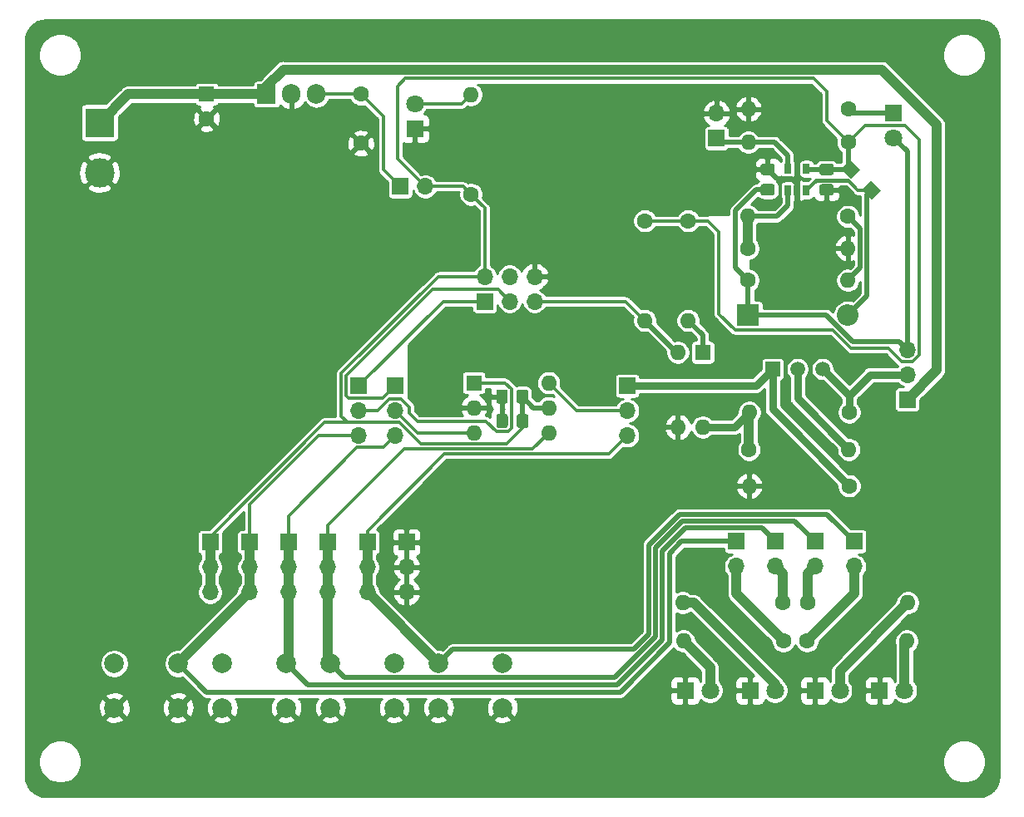
<source format=gbr>
%TF.GenerationSoftware,KiCad,Pcbnew,5.1.8*%
%TF.CreationDate,2020-12-13T17:35:10-05:00*%
%TF.ProjectId,h_attiny10_programmer,685f6174-7469-46e7-9931-305f70726f67,rev?*%
%TF.SameCoordinates,PXbebc200PY2faf080*%
%TF.FileFunction,Copper,L2,Bot*%
%TF.FilePolarity,Positive*%
%FSLAX46Y46*%
G04 Gerber Fmt 4.6, Leading zero omitted, Abs format (unit mm)*
G04 Created by KiCad (PCBNEW 5.1.8) date 2020-12-13 17:35:10*
%MOMM*%
%LPD*%
G01*
G04 APERTURE LIST*
%TA.AperFunction,ComponentPad*%
%ADD10R,1.700000X1.700000*%
%TD*%
%TA.AperFunction,ComponentPad*%
%ADD11O,1.700000X1.700000*%
%TD*%
%TA.AperFunction,ComponentPad*%
%ADD12R,1.600000X1.600000*%
%TD*%
%TA.AperFunction,ComponentPad*%
%ADD13C,1.600000*%
%TD*%
%TA.AperFunction,ComponentPad*%
%ADD14R,2.200000X2.200000*%
%TD*%
%TA.AperFunction,ComponentPad*%
%ADD15O,2.200000X2.200000*%
%TD*%
%TA.AperFunction,ComponentPad*%
%ADD16C,1.800000*%
%TD*%
%TA.AperFunction,ComponentPad*%
%ADD17R,1.800000X1.800000*%
%TD*%
%TA.AperFunction,SMDPad,CuDef*%
%ADD18C,0.100000*%
%TD*%
%TA.AperFunction,ComponentPad*%
%ADD19C,1.500000*%
%TD*%
%TA.AperFunction,ComponentPad*%
%ADD20R,1.500000X1.500000*%
%TD*%
%TA.AperFunction,ComponentPad*%
%ADD21O,1.600000X1.600000*%
%TD*%
%TA.AperFunction,ComponentPad*%
%ADD22C,2.000000*%
%TD*%
%TA.AperFunction,SMDPad,CuDef*%
%ADD23R,0.650000X1.060000*%
%TD*%
%TA.AperFunction,ComponentPad*%
%ADD24R,1.905000X2.000000*%
%TD*%
%TA.AperFunction,ComponentPad*%
%ADD25O,1.905000X2.000000*%
%TD*%
%TA.AperFunction,ComponentPad*%
%ADD26R,3.000000X3.000000*%
%TD*%
%TA.AperFunction,ComponentPad*%
%ADD27C,3.000000*%
%TD*%
%TA.AperFunction,Conductor*%
%ADD28C,0.500000*%
%TD*%
%TA.AperFunction,Conductor*%
%ADD29C,1.000000*%
%TD*%
%TA.AperFunction,Conductor*%
%ADD30C,0.300000*%
%TD*%
%TA.AperFunction,Conductor*%
%ADD31C,0.250000*%
%TD*%
%TA.AperFunction,Conductor*%
%ADD32C,0.800000*%
%TD*%
%TA.AperFunction,Conductor*%
%ADD33C,0.254000*%
%TD*%
%TA.AperFunction,Conductor*%
%ADD34C,0.100000*%
%TD*%
G04 APERTURE END LIST*
D10*
%TO.P,J8,1*%
%TO.N,DATA*%
X-52800000Y-29100000D03*
D11*
%TO.P,J8,2*%
%TO.N,+5V*%
X-52800000Y-26560000D03*
%TO.P,J8,3*%
%TO.N,CLK*%
X-50260000Y-29100000D03*
%TO.P,J8,4*%
%TO.N,Net-(J8-Pad4)*%
X-50260000Y-26560000D03*
%TO.P,J8,5*%
%TO.N,RESET*%
X-47720000Y-29100000D03*
%TO.P,J8,6*%
%TO.N,GND*%
X-47720000Y-26560000D03*
%TD*%
%TO.P,JP10,2*%
%TO.N,Net-(JP10-Pad2)*%
X-15200000Y-56090000D03*
D10*
%TO.P,JP10,1*%
%TO.N,PB3*%
X-15200000Y-53550000D03*
%TD*%
D11*
%TO.P,JP9,2*%
%TO.N,Net-(JP9-Pad2)*%
X-19200000Y-56090000D03*
D10*
%TO.P,JP9,1*%
%TO.N,PB2*%
X-19200000Y-53550000D03*
%TD*%
D11*
%TO.P,JP8,2*%
%TO.N,Net-(JP8-Pad2)*%
X-23200000Y-56090000D03*
D10*
%TO.P,JP8,1*%
%TO.N,PB1*%
X-23200000Y-53550000D03*
%TD*%
D11*
%TO.P,JP7,2*%
%TO.N,Net-(JP7-Pad2)*%
X-27200000Y-56090000D03*
D10*
%TO.P,JP7,1*%
%TO.N,PB0*%
X-27200000Y-53550000D03*
%TD*%
%TO.P,C1,1*%
%TO.N,+5V*%
%TA.AperFunction,SMDPad,CuDef*%
G36*
G01*
X-18475000Y-15075000D02*
X-17525000Y-15075000D01*
G75*
G02*
X-17275000Y-15325000I0J-250000D01*
G01*
X-17275000Y-16000000D01*
G75*
G02*
X-17525000Y-16250000I-250000J0D01*
G01*
X-18475000Y-16250000D01*
G75*
G02*
X-18725000Y-16000000I0J250000D01*
G01*
X-18725000Y-15325000D01*
G75*
G02*
X-18475000Y-15075000I250000J0D01*
G01*
G37*
%TD.AperFunction*%
%TO.P,C1,2*%
%TO.N,GND*%
%TA.AperFunction,SMDPad,CuDef*%
G36*
G01*
X-18475000Y-17150000D02*
X-17525000Y-17150000D01*
G75*
G02*
X-17275000Y-17400000I0J-250000D01*
G01*
X-17275000Y-18075000D01*
G75*
G02*
X-17525000Y-18325000I-250000J0D01*
G01*
X-18475000Y-18325000D01*
G75*
G02*
X-18725000Y-18075000I0J250000D01*
G01*
X-18725000Y-17400000D01*
G75*
G02*
X-18475000Y-17150000I250000J0D01*
G01*
G37*
%TD.AperFunction*%
%TD*%
D12*
%TO.P,C2,1*%
%TO.N,Vin*%
X-81100000Y-8000000D03*
D13*
%TO.P,C2,2*%
%TO.N,GND*%
X-81100000Y-10500000D03*
%TD*%
%TO.P,C3,1*%
%TO.N,Net-(C3-Pad1)*%
X-65400000Y-8000000D03*
%TO.P,C3,2*%
%TO.N,GND*%
X-65400000Y-13000000D03*
%TD*%
%TO.P,C4,2*%
%TO.N,GND*%
%TA.AperFunction,SMDPad,CuDef*%
G36*
G01*
X-23525000Y-16250000D02*
X-24475000Y-16250000D01*
G75*
G02*
X-24725000Y-16000000I0J250000D01*
G01*
X-24725000Y-15325000D01*
G75*
G02*
X-24475000Y-15075000I250000J0D01*
G01*
X-23525000Y-15075000D01*
G75*
G02*
X-23275000Y-15325000I0J-250000D01*
G01*
X-23275000Y-16000000D01*
G75*
G02*
X-23525000Y-16250000I-250000J0D01*
G01*
G37*
%TD.AperFunction*%
%TO.P,C4,1*%
%TO.N,dcdc_12V*%
%TA.AperFunction,SMDPad,CuDef*%
G36*
G01*
X-23525000Y-18325000D02*
X-24475000Y-18325000D01*
G75*
G02*
X-24725000Y-18075000I0J250000D01*
G01*
X-24725000Y-17400000D01*
G75*
G02*
X-24475000Y-17150000I250000J0D01*
G01*
X-23525000Y-17150000D01*
G75*
G02*
X-23275000Y-17400000I0J-250000D01*
G01*
X-23275000Y-18075000D01*
G75*
G02*
X-23525000Y-18325000I-250000J0D01*
G01*
G37*
%TD.AperFunction*%
%TD*%
D14*
%TO.P,D1,1*%
%TO.N,dcdc_12V*%
X-26000000Y-30500000D03*
D15*
%TO.P,D1,2*%
%TO.N,Net-(D1-Pad2)*%
X-15840000Y-30500000D03*
%TD*%
D16*
%TO.P,D2,2*%
%TO.N,dcdc_12V*%
X-11200000Y-12440000D03*
D17*
%TO.P,D2,1*%
%TO.N,Net-(D2-Pad1)*%
X-11200000Y-9900000D03*
%TD*%
D16*
%TO.P,D3,2*%
%TO.N,Net-(D3-Pad2)*%
X-59900000Y-8960000D03*
D17*
%TO.P,D3,1*%
%TO.N,GND*%
X-59900000Y-11500000D03*
%TD*%
%TO.P,D4,1*%
%TO.N,GND*%
X-32400000Y-68750000D03*
D16*
%TO.P,D4,2*%
%TO.N,Net-(D4-Pad2)*%
X-29860000Y-68750000D03*
%TD*%
%TO.P,D5,2*%
%TO.N,Net-(D5-Pad2)*%
X-23260000Y-68750000D03*
D17*
%TO.P,D5,1*%
%TO.N,GND*%
X-25800000Y-68750000D03*
%TD*%
%TO.P,D6,1*%
%TO.N,GND*%
X-19200000Y-68750000D03*
D16*
%TO.P,D6,2*%
%TO.N,Net-(D6-Pad2)*%
X-16660000Y-68750000D03*
%TD*%
D17*
%TO.P,D7,1*%
%TO.N,GND*%
X-12600000Y-68750000D03*
D16*
%TO.P,D7,2*%
%TO.N,Net-(D7-Pad2)*%
X-10060000Y-68750000D03*
%TD*%
D11*
%TO.P,J2,3*%
%TO.N,+5V*%
X-80750000Y-58730000D03*
%TO.P,J2,2*%
X-80750000Y-56190000D03*
D10*
%TO.P,J2,1*%
X-80750000Y-53650000D03*
%TD*%
%TO.P,J3,1*%
%TO.N,GND*%
X-60750000Y-53650000D03*
D11*
%TO.P,J3,2*%
X-60750000Y-56190000D03*
%TO.P,J3,3*%
X-60750000Y-58730000D03*
%TD*%
D10*
%TO.P,J4,1*%
%TO.N,PB0*%
X-76750000Y-53650000D03*
D11*
%TO.P,J4,2*%
X-76750000Y-56190000D03*
%TO.P,J4,3*%
X-76750000Y-58730000D03*
%TD*%
D10*
%TO.P,J5,1*%
%TO.N,PB1*%
X-72750000Y-53650000D03*
D11*
%TO.P,J5,2*%
X-72750000Y-56190000D03*
%TO.P,J5,3*%
X-72750000Y-58730000D03*
%TD*%
%TO.P,J6,3*%
%TO.N,PB2*%
X-68750000Y-58730000D03*
%TO.P,J6,2*%
X-68750000Y-56190000D03*
D10*
%TO.P,J6,1*%
X-68750000Y-53650000D03*
%TD*%
%TO.P,J7,1*%
%TO.N,PB3*%
X-64750000Y-53650000D03*
D11*
%TO.P,J7,2*%
X-64750000Y-56190000D03*
%TO.P,J7,3*%
X-64750000Y-58730000D03*
%TD*%
%TO.P,JP1,2*%
%TO.N,GND*%
X-29200000Y-9960000D03*
D10*
%TO.P,JP1,1*%
%TO.N,Net-(JP1-Pad1)*%
X-29200000Y-12500000D03*
%TD*%
%TO.P,JP2,1*%
%TO.N,Net-(C3-Pad1)*%
X-61400000Y-17400000D03*
D11*
%TO.P,JP2,2*%
%TO.N,+5V*%
X-58860000Y-17400000D03*
%TD*%
%TO.P,JP3,3*%
%TO.N,dcdc_12V*%
X-9800000Y-34020000D03*
%TO.P,JP3,2*%
%TO.N,+12V*%
X-9800000Y-36560000D03*
D10*
%TO.P,JP3,1*%
%TO.N,Vin*%
X-9800000Y-39100000D03*
%TD*%
%TO.P,JP4,1*%
%TO.N,DATA*%
X-65600000Y-37700000D03*
D11*
%TO.P,JP4,2*%
%TO.N,Net-(JP4-Pad2)*%
X-65600000Y-40240000D03*
%TO.P,JP4,3*%
%TO.N,PB0*%
X-65600000Y-42780000D03*
%TD*%
%TO.P,JP5,3*%
%TO.N,PB1*%
X-61900000Y-42780000D03*
%TO.P,JP5,2*%
%TO.N,Net-(JP5-Pad2)*%
X-61900000Y-40240000D03*
D10*
%TO.P,JP5,1*%
%TO.N,CLK*%
X-61900000Y-37700000D03*
%TD*%
D11*
%TO.P,JP6,3*%
%TO.N,PB3*%
X-38300000Y-42780000D03*
%TO.P,JP6,2*%
%TO.N,Net-(JP6-Pad2)*%
X-38300000Y-40240000D03*
D10*
%TO.P,JP6,1*%
%TO.N,PROG_12V*%
X-38300000Y-37700000D03*
%TD*%
%TA.AperFunction,SMDPad,CuDef*%
D18*
%TO.P,L1,1*%
%TO.N,Net-(D1-Pad2)*%
G36*
X-13403645Y-18715594D02*
G01*
X-14393594Y-17725645D01*
X-13474355Y-16806406D01*
X-12484406Y-17796355D01*
X-13403645Y-18715594D01*
G37*
%TD.AperFunction*%
%TA.AperFunction,SMDPad,CuDef*%
%TO.P,L1,2*%
%TO.N,+5V*%
G36*
X-15525645Y-16593594D02*
G01*
X-16515594Y-15603645D01*
X-15596355Y-14684406D01*
X-14606406Y-15674355D01*
X-15525645Y-16593594D01*
G37*
%TD.AperFunction*%
%TD*%
D19*
%TO.P,Q1,2*%
%TO.N,Net-(Q1-Pad2)*%
X-20960000Y-36000000D03*
%TO.P,Q1,3*%
%TO.N,+12V*%
X-18420000Y-36000000D03*
D20*
%TO.P,Q1,1*%
%TO.N,PROG_12V*%
X-23500000Y-36000000D03*
%TD*%
D13*
%TO.P,R1,1*%
%TO.N,+5V*%
X-15800000Y-12900000D03*
D21*
%TO.P,R1,2*%
%TO.N,Net-(JP1-Pad1)*%
X-25960000Y-12900000D03*
%TD*%
D13*
%TO.P,R2,1*%
%TO.N,dcdc_12V*%
X-26000000Y-26950000D03*
D21*
%TO.P,R2,2*%
%TO.N,Net-(R2-Pad2)*%
X-15840000Y-26950000D03*
%TD*%
%TO.P,R3,2*%
%TO.N,Net-(R3-Pad2)*%
X-26000000Y-20450000D03*
D13*
%TO.P,R3,1*%
%TO.N,Net-(R2-Pad2)*%
X-15840000Y-20450000D03*
%TD*%
%TO.P,R4,1*%
%TO.N,Net-(R3-Pad2)*%
X-26000000Y-23700000D03*
D21*
%TO.P,R4,2*%
%TO.N,GND*%
X-15840000Y-23700000D03*
%TD*%
%TO.P,R5,2*%
%TO.N,GND*%
X-25960000Y-9500000D03*
D13*
%TO.P,R5,1*%
%TO.N,Net-(D2-Pad1)*%
X-15800000Y-9500000D03*
%TD*%
%TO.P,R6,1*%
%TO.N,+5V*%
X-54200000Y-18200000D03*
D21*
%TO.P,R6,2*%
%TO.N,Net-(D3-Pad2)*%
X-54200000Y-8040000D03*
%TD*%
D13*
%TO.P,R7,1*%
%TO.N,+5V*%
X-32100000Y-20900000D03*
D21*
%TO.P,R7,2*%
%TO.N,Net-(R7-Pad2)*%
X-32100000Y-31060000D03*
%TD*%
%TO.P,R8,2*%
%TO.N,RESET*%
X-36500000Y-31060000D03*
D13*
%TO.P,R8,1*%
%TO.N,+5V*%
X-36500000Y-20900000D03*
%TD*%
%TO.P,R9,1*%
%TO.N,+12V*%
X-15700000Y-40400000D03*
D21*
%TO.P,R9,2*%
%TO.N,Net-(R10-Pad1)*%
X-25860000Y-40400000D03*
%TD*%
%TO.P,R10,2*%
%TO.N,Net-(Q1-Pad2)*%
X-15740000Y-44200000D03*
D13*
%TO.P,R10,1*%
%TO.N,Net-(R10-Pad1)*%
X-25900000Y-44200000D03*
%TD*%
D21*
%TO.P,R11,2*%
%TO.N,GND*%
X-25860000Y-47900000D03*
D13*
%TO.P,R11,1*%
%TO.N,PROG_12V*%
X-15700000Y-47900000D03*
%TD*%
D21*
%TO.P,R12,2*%
%TO.N,Net-(D4-Pad2)*%
X-32560000Y-63700000D03*
D13*
%TO.P,R12,1*%
%TO.N,Net-(JP7-Pad2)*%
X-22400000Y-63700000D03*
%TD*%
%TO.P,R13,1*%
%TO.N,Net-(JP8-Pad2)*%
X-22500000Y-59800000D03*
D21*
%TO.P,R13,2*%
%TO.N,Net-(D5-Pad2)*%
X-32660000Y-59800000D03*
%TD*%
D13*
%TO.P,R14,1*%
%TO.N,Net-(JP9-Pad2)*%
X-19900000Y-59800000D03*
D21*
%TO.P,R14,2*%
%TO.N,Net-(D6-Pad2)*%
X-9740000Y-59800000D03*
%TD*%
%TO.P,R15,2*%
%TO.N,Net-(D7-Pad2)*%
X-9840000Y-63700000D03*
D13*
%TO.P,R15,1*%
%TO.N,Net-(JP10-Pad2)*%
X-20000000Y-63700000D03*
%TD*%
D22*
%TO.P,SW1,1*%
%TO.N,PB0*%
X-84000000Y-66000000D03*
%TO.P,SW1,2*%
%TO.N,GND*%
X-84000000Y-70500000D03*
%TO.P,SW1,1*%
%TO.N,N/C*%
X-90500000Y-66000000D03*
%TO.P,SW1,2*%
%TO.N,GND*%
X-90500000Y-70500000D03*
%TD*%
%TO.P,SW2,2*%
%TO.N,GND*%
X-79500000Y-70500000D03*
%TO.P,SW2,1*%
%TO.N,N/C*%
X-79500000Y-66000000D03*
%TO.P,SW2,2*%
%TO.N,GND*%
X-73000000Y-70500000D03*
%TO.P,SW2,1*%
%TO.N,PB1*%
X-73000000Y-66000000D03*
%TD*%
%TO.P,SW3,1*%
%TO.N,N/C*%
X-62000000Y-66000000D03*
%TO.P,SW3,2*%
%TO.N,GND*%
X-62000000Y-70500000D03*
%TO.P,SW3,1*%
%TO.N,PB2*%
X-68500000Y-66000000D03*
%TO.P,SW3,2*%
%TO.N,GND*%
X-68500000Y-70500000D03*
%TD*%
%TO.P,SW4,2*%
%TO.N,GND*%
X-57500000Y-70500000D03*
%TO.P,SW4,1*%
%TO.N,PB3*%
X-57500000Y-66000000D03*
%TO.P,SW4,2*%
%TO.N,GND*%
X-51000000Y-70500000D03*
%TO.P,SW4,1*%
%TO.N,N/C*%
X-51000000Y-66000000D03*
%TD*%
D23*
%TO.P,U1,1*%
%TO.N,Net-(D1-Pad2)*%
X-20050000Y-17800000D03*
%TO.P,U1,2*%
%TO.N,GND*%
X-21000000Y-17800000D03*
%TO.P,U1,3*%
%TO.N,Net-(R3-Pad2)*%
X-21950000Y-17800000D03*
%TO.P,U1,4*%
%TO.N,Net-(JP1-Pad1)*%
X-21950000Y-15600000D03*
%TO.P,U1,5*%
%TO.N,+5V*%
X-20050000Y-15600000D03*
%TD*%
D24*
%TO.P,U2,1*%
%TO.N,Vin*%
X-75000000Y-8000000D03*
D25*
%TO.P,U2,2*%
%TO.N,GND*%
X-72460000Y-8000000D03*
%TO.P,U2,3*%
%TO.N,Net-(C3-Pad1)*%
X-69920000Y-8000000D03*
%TD*%
D12*
%TO.P,U3,1*%
%TO.N,Net-(R7-Pad2)*%
X-30600000Y-34300000D03*
D21*
%TO.P,U3,3*%
%TO.N,GND*%
X-33140000Y-41920000D03*
%TO.P,U3,2*%
%TO.N,RESET*%
X-33140000Y-34300000D03*
%TO.P,U3,4*%
%TO.N,Net-(R10-Pad1)*%
X-30600000Y-41920000D03*
%TD*%
D12*
%TO.P,U4,1*%
%TO.N,Net-(JP4-Pad2)*%
X-53900000Y-37400000D03*
D21*
%TO.P,U4,4*%
%TO.N,PB2*%
X-46280000Y-42480000D03*
%TO.P,U4,2*%
%TO.N,GND*%
X-53900000Y-39940000D03*
%TO.P,U4,5*%
%TO.N,+5V*%
X-46280000Y-39940000D03*
%TO.P,U4,3*%
%TO.N,Net-(JP5-Pad2)*%
X-53900000Y-42480000D03*
%TO.P,U4,6*%
%TO.N,Net-(JP6-Pad2)*%
X-46280000Y-37400000D03*
%TD*%
D26*
%TO.P,J1,1*%
%TO.N,Vin*%
X-92000000Y-10900000D03*
D27*
%TO.P,J1,2*%
%TO.N,GND*%
X-92000000Y-15980000D03*
%TD*%
%TO.P,C5,2*%
%TO.N,GND*%
%TA.AperFunction,SMDPad,CuDef*%
G36*
G01*
X-50450000Y-38325000D02*
X-50450000Y-39275000D01*
G75*
G02*
X-50700000Y-39525000I-250000J0D01*
G01*
X-51375000Y-39525000D01*
G75*
G02*
X-51625000Y-39275000I0J250000D01*
G01*
X-51625000Y-38325000D01*
G75*
G02*
X-51375000Y-38075000I250000J0D01*
G01*
X-50700000Y-38075000D01*
G75*
G02*
X-50450000Y-38325000I0J-250000D01*
G01*
G37*
%TD.AperFunction*%
%TO.P,C5,1*%
%TO.N,+5V*%
%TA.AperFunction,SMDPad,CuDef*%
G36*
G01*
X-48375000Y-38325000D02*
X-48375000Y-39275000D01*
G75*
G02*
X-48625000Y-39525000I-250000J0D01*
G01*
X-49300000Y-39525000D01*
G75*
G02*
X-49550000Y-39275000I0J250000D01*
G01*
X-49550000Y-38325000D01*
G75*
G02*
X-49300000Y-38075000I250000J0D01*
G01*
X-48625000Y-38075000D01*
G75*
G02*
X-48375000Y-38325000I0J-250000D01*
G01*
G37*
%TD.AperFunction*%
%TD*%
%TO.P,C6,1*%
%TO.N,GND*%
%TA.AperFunction,SMDPad,CuDef*%
G36*
G01*
X-51609999Y-41769999D02*
X-51609999Y-40819999D01*
G75*
G02*
X-51359999Y-40569999I250000J0D01*
G01*
X-50684999Y-40569999D01*
G75*
G02*
X-50434999Y-40819999I0J-250000D01*
G01*
X-50434999Y-41769999D01*
G75*
G02*
X-50684999Y-42019999I-250000J0D01*
G01*
X-51359999Y-42019999D01*
G75*
G02*
X-51609999Y-41769999I0J250000D01*
G01*
G37*
%TD.AperFunction*%
%TO.P,C6,2*%
%TO.N,+5V*%
%TA.AperFunction,SMDPad,CuDef*%
G36*
G01*
X-49534999Y-41769999D02*
X-49534999Y-40819999D01*
G75*
G02*
X-49284999Y-40569999I250000J0D01*
G01*
X-48609999Y-40569999D01*
G75*
G02*
X-48359999Y-40819999I0J-250000D01*
G01*
X-48359999Y-41769999D01*
G75*
G02*
X-48609999Y-42019999I-250000J0D01*
G01*
X-49284999Y-42019999D01*
G75*
G02*
X-49534999Y-41769999I0J250000D01*
G01*
G37*
%TD.AperFunction*%
%TD*%
D28*
%TO.N,+5V*%
X-47822500Y-39940000D02*
X-48962500Y-38800000D01*
X-46280000Y-39940000D02*
X-47822500Y-39940000D01*
X-48962500Y-41279998D02*
X-48947499Y-41294999D01*
X-48962500Y-38800000D02*
X-48962500Y-41279998D01*
D29*
X-80750000Y-58730000D02*
X-80750000Y-56190000D01*
X-80750000Y-56190000D02*
X-80750000Y-53650000D01*
D30*
X-8599999Y-12600001D02*
X-10010001Y-11189999D01*
X-8599999Y-34596001D02*
X-8599999Y-12600001D01*
X-14089999Y-11189999D02*
X-15800000Y-12900000D01*
X-27330002Y-32000000D02*
X-17400000Y-32000000D01*
X-11696003Y-33899999D02*
X-10376001Y-35220001D01*
X-28949999Y-22050001D02*
X-28949999Y-30380003D01*
X-30100000Y-20900000D02*
X-28949999Y-22050001D01*
X-28949999Y-30380003D02*
X-27330002Y-32000000D01*
X-10010001Y-11189999D02*
X-14089999Y-11189999D01*
X-10376001Y-35220001D02*
X-9223999Y-35220001D01*
X-9223999Y-35220001D02*
X-8599999Y-34596001D01*
D28*
X-15800000Y-15400000D02*
X-15561000Y-15639000D01*
X-15800000Y-12900000D02*
X-15800000Y-15400000D01*
X-17976500Y-15639000D02*
X-18000000Y-15662500D01*
X-15561000Y-15639000D02*
X-17976500Y-15639000D01*
X-19987500Y-15662500D02*
X-20050000Y-15600000D01*
X-18000000Y-15662500D02*
X-19987500Y-15662500D01*
D30*
X-36500000Y-20900000D02*
X-32100000Y-20900000D01*
X-32100000Y-20900000D02*
X-30100000Y-20900000D01*
X-54999999Y-17400001D02*
X-54200000Y-18200000D01*
X-58860000Y-17400000D02*
X-54999999Y-17400001D01*
X-52800000Y-19600000D02*
X-54200000Y-18200000D01*
X-52800000Y-26560000D02*
X-52800000Y-19600000D01*
X-61463997Y-41440001D02*
X-66176001Y-41440001D01*
X-59273997Y-43630001D02*
X-61463997Y-41440001D01*
X-50557501Y-43630001D02*
X-59273997Y-43630001D01*
X-48947499Y-42019999D02*
X-50557501Y-43630001D01*
X-48947499Y-41294999D02*
X-48947499Y-42019999D01*
X-80750000Y-53082206D02*
X-80750000Y-53650000D01*
X-69107795Y-41440001D02*
X-80750000Y-53082206D01*
X-66176001Y-41440001D02*
X-69107795Y-41440001D01*
X-57497122Y-26560000D02*
X-52800000Y-26560000D01*
X-67400011Y-36462889D02*
X-57497122Y-26560000D01*
X-67400011Y-40799989D02*
X-67400011Y-36462889D01*
X-66759999Y-41440001D02*
X-67400011Y-40799989D01*
X-66176001Y-41440001D02*
X-66759999Y-41440001D01*
X-15500001Y-33899999D02*
X-17400000Y-32000000D01*
X-11696003Y-33899999D02*
X-15500001Y-33899999D01*
X-18000000Y-7700000D02*
X-18000000Y-10700000D01*
X-18000000Y-10700000D02*
X-15800000Y-12900000D01*
X-19300000Y-6400000D02*
X-18000000Y-7700000D01*
X-60900000Y-6400000D02*
X-19300000Y-6400000D01*
X-61700000Y-7200000D02*
X-60900000Y-6400000D01*
X-61700000Y-14560000D02*
X-61700000Y-7200000D01*
X-58860000Y-17400000D02*
X-61700000Y-14560000D01*
D28*
%TO.N,GND*%
X-21000000Y-17800000D02*
X-21000000Y-19000000D01*
X-21000000Y-19000000D02*
X-20300000Y-19700000D01*
X-20300000Y-19700000D02*
X-18400000Y-19700000D01*
X-18000000Y-19300000D02*
X-18000000Y-17737500D01*
X-18400000Y-19700000D02*
X-18000000Y-19300000D01*
X-23082499Y-16580001D02*
X-24000000Y-15662500D01*
X-21504997Y-16580001D02*
X-23082499Y-16580001D01*
X-21000000Y-17084998D02*
X-21504997Y-16580001D01*
X-21000000Y-17800000D02*
X-21000000Y-17084998D01*
D29*
%TO.N,Vin*%
X-89100000Y-8000000D02*
X-92000000Y-10900000D01*
X-81100000Y-8000000D02*
X-89100000Y-8000000D01*
X-81100000Y-8000000D02*
X-75000000Y-8000000D01*
X-75000000Y-7200000D02*
X-75000000Y-8000000D01*
X-12400000Y-5500000D02*
X-73300000Y-5500000D01*
X-6800000Y-11100000D02*
X-12400000Y-5500000D01*
X-6800000Y-36100000D02*
X-6800000Y-11100000D01*
X-73300000Y-5500000D02*
X-75000000Y-7200000D01*
X-9800000Y-39100000D02*
X-6800000Y-36100000D01*
D30*
%TO.N,Net-(C3-Pad1)*%
X-63100000Y-10300000D02*
X-65400000Y-8000000D01*
X-63100000Y-15700000D02*
X-63100000Y-10300000D01*
X-61400000Y-17400000D02*
X-63100000Y-15700000D01*
X-69920000Y-8000000D02*
X-65400000Y-8000000D01*
D28*
%TO.N,dcdc_12V*%
X-27250001Y-25699999D02*
X-26000000Y-26950000D01*
X-27250001Y-19849999D02*
X-27250001Y-25699999D01*
X-25137502Y-17737500D02*
X-27250001Y-19849999D01*
X-24000000Y-17737500D02*
X-25137502Y-17737500D01*
X-26000000Y-30500000D02*
X-26000000Y-26950000D01*
X-9800000Y-13840000D02*
X-11200000Y-12440000D01*
X-9800000Y-34020000D02*
X-9800000Y-13840000D01*
X-26000000Y-30500000D02*
X-18051458Y-30500000D01*
X-18051458Y-30500000D02*
X-15381457Y-33170001D01*
X-15381457Y-33170001D02*
X-10649999Y-33170001D01*
X-10649999Y-33170001D02*
X-9800000Y-34020000D01*
D31*
%TO.N,Net-(D1-Pad2)*%
X-14817874Y-17761000D02*
X-13439000Y-17761000D01*
X-15753884Y-16824990D02*
X-14817874Y-17761000D01*
X-19074990Y-16824990D02*
X-15753884Y-16824990D01*
X-20050000Y-17800000D02*
X-19074990Y-16824990D01*
D28*
X-13889989Y-18211989D02*
X-13439000Y-17761000D01*
X-13889989Y-28549989D02*
X-13889989Y-18211989D01*
X-15840000Y-30500000D02*
X-13889989Y-28549989D01*
D30*
X-14853230Y-17761000D02*
X-15771562Y-16842668D01*
X-14853230Y-17761000D02*
X-13439000Y-17761000D01*
X-15814240Y-16799990D02*
X-14853230Y-17761000D01*
X-19049990Y-16799990D02*
X-15814240Y-16799990D01*
X-20050000Y-17800000D02*
X-19049990Y-16799990D01*
D28*
%TO.N,Net-(D2-Pad1)*%
X-15400000Y-9900000D02*
X-15800000Y-9500000D01*
X-11200000Y-9900000D02*
X-15400000Y-9900000D01*
D30*
%TO.N,Net-(D3-Pad2)*%
X-55120000Y-8960000D02*
X-54200000Y-8040000D01*
X-59900000Y-8960000D02*
X-55120000Y-8960000D01*
D29*
%TO.N,Net-(D4-Pad2)*%
X-29860000Y-66400000D02*
X-32560000Y-63700000D01*
X-29860000Y-68750000D02*
X-29860000Y-66400000D01*
%TO.N,Net-(D5-Pad2)*%
X-23260000Y-68068630D02*
X-23260000Y-68750000D01*
X-31528630Y-59800000D02*
X-23260000Y-68068630D01*
X-32660000Y-59800000D02*
X-31528630Y-59800000D01*
%TO.N,Net-(D6-Pad2)*%
X-16660000Y-66720000D02*
X-16660000Y-68750000D01*
X-9740000Y-59800000D02*
X-16660000Y-66720000D01*
%TO.N,Net-(D7-Pad2)*%
X-10060000Y-63920000D02*
X-9840000Y-63700000D01*
X-10060000Y-68750000D02*
X-10060000Y-63920000D01*
D28*
%TO.N,Net-(JP1-Pad1)*%
X-25960000Y-12900000D02*
X-23300000Y-12900000D01*
X-21950000Y-14250000D02*
X-21950000Y-15600000D01*
X-23300000Y-12900000D02*
X-21950000Y-14250000D01*
X-28800000Y-12900000D02*
X-29200000Y-12500000D01*
X-25960000Y-12900000D02*
X-28800000Y-12900000D01*
D32*
%TO.N,+12V*%
X-15700000Y-38720000D02*
X-18420000Y-36000000D01*
X-15700000Y-40400000D02*
X-15700000Y-38720000D01*
X-13540000Y-36560000D02*
X-15700000Y-38720000D01*
X-9800000Y-36560000D02*
X-13540000Y-36560000D01*
D30*
%TO.N,Net-(JP4-Pad2)*%
X-50700000Y-37400000D02*
X-50084989Y-38015011D01*
X-53900000Y-37400000D02*
X-50700000Y-37400000D01*
X-61323999Y-39039999D02*
X-60500000Y-39863998D01*
X-62476001Y-39039999D02*
X-61323999Y-39039999D01*
X-63676002Y-40240000D02*
X-62476001Y-39039999D01*
X-65600000Y-40240000D02*
X-63676002Y-40240000D01*
X-50084989Y-42018535D02*
X-50084989Y-38015011D01*
X-50436463Y-42370009D02*
X-50084989Y-42018535D01*
X-51608535Y-42370009D02*
X-50436463Y-42370009D01*
X-52648545Y-41329999D02*
X-51608535Y-42370009D01*
X-59670001Y-41329999D02*
X-52648545Y-41329999D01*
X-60500000Y-40500000D02*
X-59670001Y-41329999D01*
X-60500000Y-39863998D02*
X-60500000Y-40500000D01*
%TO.N,Net-(JP5-Pad2)*%
X-59660000Y-42480000D02*
X-61900000Y-40240000D01*
X-53900000Y-42480000D02*
X-59660000Y-42480000D01*
%TO.N,Net-(JP6-Pad2)*%
X-43440000Y-40240000D02*
X-46280000Y-37400000D01*
X-38300000Y-40240000D02*
X-43440000Y-40240000D01*
D32*
%TO.N,Net-(Q1-Pad2)*%
X-20960000Y-38980000D02*
X-15740000Y-44200000D01*
X-20960000Y-36000000D02*
X-20960000Y-38980000D01*
D28*
%TO.N,Net-(R2-Pad2)*%
X-14589999Y-21700001D02*
X-15840000Y-20450000D01*
X-14589999Y-25699999D02*
X-14589999Y-21700001D01*
X-15840000Y-26950000D02*
X-14589999Y-25699999D01*
%TO.N,Net-(R3-Pad2)*%
X-21950000Y-17800000D02*
X-21950000Y-19350000D01*
X-23050000Y-20450000D02*
X-26000000Y-20450000D01*
X-21950000Y-19350000D02*
X-23050000Y-20450000D01*
D29*
X-26000000Y-23700000D02*
X-26000000Y-20450000D01*
D28*
%TO.N,Net-(R7-Pad2)*%
X-30600000Y-32560000D02*
X-32100000Y-31060000D01*
X-30600000Y-34300000D02*
X-30600000Y-32560000D01*
D29*
%TO.N,Net-(R10-Pad1)*%
X-25900000Y-40440000D02*
X-25860000Y-40400000D01*
X-25900000Y-43600000D02*
X-25900000Y-40440000D01*
D32*
X-27380000Y-41920000D02*
X-25860000Y-40400000D01*
X-30600000Y-41920000D02*
X-27380000Y-41920000D01*
D29*
%TO.N,PB0*%
X-84000000Y-65980000D02*
X-84000000Y-66000000D01*
X-76750000Y-58730000D02*
X-84000000Y-65980000D01*
X-76750000Y-58730000D02*
X-76750000Y-56190000D01*
X-76750000Y-56190000D02*
X-76750000Y-53650000D01*
D28*
X-81099990Y-68900010D02*
X-84000000Y-66000000D01*
X-39010047Y-68900010D02*
X-81099990Y-68900010D01*
X-34000000Y-63889963D02*
X-39010047Y-68900010D01*
X-34000000Y-54800000D02*
X-34000000Y-63889963D01*
X-32750000Y-53550000D02*
X-34000000Y-54800000D01*
X-27200000Y-53550000D02*
X-32750000Y-53550000D01*
D30*
X-69740674Y-42780000D02*
X-65600000Y-42780000D01*
X-76750000Y-49789326D02*
X-69740674Y-42780000D01*
X-76750000Y-53650000D02*
X-76750000Y-49789326D01*
D29*
%TO.N,PB1*%
X-72750000Y-65750000D02*
X-73000000Y-66000000D01*
X-72750000Y-58730000D02*
X-72750000Y-65750000D01*
X-72750000Y-58730000D02*
X-72750000Y-56190000D01*
X-72750000Y-56190000D02*
X-72750000Y-53650000D01*
D28*
X-39300000Y-68200000D02*
X-70800000Y-68200000D01*
X-34700000Y-63600000D02*
X-39300000Y-68200000D01*
X-34700000Y-54500000D02*
X-34700000Y-63600000D01*
X-32400000Y-52200000D02*
X-34700000Y-54500000D01*
X-70800000Y-68200000D02*
X-73000000Y-66000000D01*
X-24550000Y-52200000D02*
X-32400000Y-52200000D01*
X-23200000Y-53550000D02*
X-24550000Y-52200000D01*
D30*
X-63100001Y-43980001D02*
X-61900000Y-42780000D01*
X-65780001Y-43980001D02*
X-63100001Y-43980001D01*
X-72750000Y-50950000D02*
X-65780001Y-43980001D01*
X-72750000Y-53650000D02*
X-72750000Y-50950000D01*
D29*
%TO.N,PB2*%
X-68750000Y-65750000D02*
X-68500000Y-66000000D01*
X-68750000Y-58730000D02*
X-68750000Y-65750000D01*
X-68750000Y-58730000D02*
X-68750000Y-56190000D01*
X-68750000Y-56190000D02*
X-68750000Y-53650000D01*
D28*
X-67049999Y-67450001D02*
X-68500000Y-66000000D01*
X-35400000Y-63300000D02*
X-39550001Y-67450001D01*
X-32700000Y-51500000D02*
X-35400000Y-54200000D01*
X-39550001Y-67450001D02*
X-67049999Y-67450001D01*
X-21250000Y-51500000D02*
X-32700000Y-51500000D01*
X-35400000Y-54200000D02*
X-35400000Y-63300000D01*
X-19200000Y-53550000D02*
X-21250000Y-51500000D01*
D30*
X-60990685Y-44130011D02*
X-47930011Y-44130011D01*
X-47930011Y-44130011D02*
X-46280000Y-42480000D01*
X-68750000Y-51889326D02*
X-60990685Y-44130011D01*
X-68750000Y-53650000D02*
X-68750000Y-51889326D01*
D29*
%TO.N,PB3*%
X-57500000Y-65980000D02*
X-57500000Y-66000000D01*
X-64750000Y-58730000D02*
X-57500000Y-65980000D01*
X-64750000Y-58730000D02*
X-64750000Y-56190000D01*
X-64750000Y-56190000D02*
X-64750000Y-53650000D01*
D28*
X-36100000Y-53910037D02*
X-36100000Y-63010038D01*
X-17950010Y-50799990D02*
X-32989953Y-50799990D01*
X-32989953Y-50799990D02*
X-36100000Y-53910037D01*
X-15200000Y-53550000D02*
X-17950010Y-50799990D01*
X-56049999Y-64549999D02*
X-57500000Y-66000000D01*
X-37639961Y-64549999D02*
X-56049999Y-64549999D01*
X-36100000Y-63010038D02*
X-37639961Y-64549999D01*
D30*
X-40150021Y-44630021D02*
X-38300000Y-42780000D01*
X-56880021Y-44630021D02*
X-40150021Y-44630021D01*
X-64750000Y-52500000D02*
X-56880021Y-44630021D01*
X-64750000Y-53650000D02*
X-64750000Y-52500000D01*
%TO.N,DATA*%
X-57000000Y-29100000D02*
X-65600000Y-37700000D01*
X-52800000Y-29100000D02*
X-57000000Y-29100000D01*
%TO.N,CLK*%
X-66900000Y-36669998D02*
X-66900000Y-38730002D01*
X-66630002Y-39000000D02*
X-63200000Y-39000000D01*
X-66900000Y-38730002D02*
X-66630002Y-39000000D01*
X-58130001Y-27899999D02*
X-66900000Y-36669998D01*
X-51460001Y-27899999D02*
X-58130001Y-27899999D01*
X-63200000Y-39000000D02*
X-61900000Y-37700000D01*
X-50260000Y-29100000D02*
X-51460001Y-27899999D01*
D28*
%TO.N,RESET*%
X-33260000Y-34300000D02*
X-36500000Y-31060000D01*
X-33140000Y-34300000D02*
X-33260000Y-34300000D01*
D30*
X-38460000Y-29100000D02*
X-36500000Y-31060000D01*
X-47720000Y-29100000D02*
X-38460000Y-29100000D01*
D32*
%TO.N,PROG_12V*%
X-23500000Y-40100000D02*
X-15700000Y-47900000D01*
X-23500000Y-36000000D02*
X-23500000Y-40100000D01*
X-25200000Y-37700000D02*
X-23500000Y-36000000D01*
X-38300000Y-37700000D02*
X-25200000Y-37700000D01*
D29*
%TO.N,Net-(JP7-Pad2)*%
X-27200000Y-58900000D02*
X-27200000Y-56090000D01*
X-22400000Y-63700000D02*
X-27200000Y-58900000D01*
%TO.N,Net-(JP8-Pad2)*%
X-22500000Y-56790000D02*
X-23200000Y-56090000D01*
X-22500000Y-59800000D02*
X-22500000Y-56790000D01*
%TO.N,Net-(JP9-Pad2)*%
X-19900000Y-56790000D02*
X-19200000Y-56090000D01*
X-19900000Y-59800000D02*
X-19900000Y-56790000D01*
%TO.N,Net-(JP10-Pad2)*%
X-15200000Y-58900000D02*
X-15200000Y-56090000D01*
X-20000000Y-63700000D02*
X-15200000Y-58900000D01*
%TD*%
D33*
%TO.N,GND*%
X-2107504Y-517772D02*
X-1729967Y-631758D01*
X-1381756Y-816905D01*
X-1076137Y-1066161D01*
X-824753Y-1370033D01*
X-637180Y-1716940D01*
X-520560Y-2093679D01*
X-477000Y-2508126D01*
X-476999Y-77476666D01*
X-517771Y-77892492D01*
X-631757Y-78270032D01*
X-816905Y-78618244D01*
X-1066165Y-78923867D01*
X-1370032Y-79175247D01*
X-1716940Y-79362820D01*
X-2093680Y-79479440D01*
X-2508126Y-79523000D01*
X-97476676Y-79523000D01*
X-97892492Y-79482229D01*
X-98270032Y-79368243D01*
X-98618244Y-79183095D01*
X-98923867Y-78933835D01*
X-99175247Y-78629968D01*
X-99362820Y-78283060D01*
X-99479440Y-77906320D01*
X-99523000Y-77491874D01*
X-99523000Y-75783122D01*
X-98202000Y-75783122D01*
X-98202000Y-76216878D01*
X-98117379Y-76642300D01*
X-97951387Y-77043038D01*
X-97710405Y-77403693D01*
X-97403693Y-77710405D01*
X-97043038Y-77951387D01*
X-96642300Y-78117379D01*
X-96216878Y-78202000D01*
X-95783122Y-78202000D01*
X-95357700Y-78117379D01*
X-94956962Y-77951387D01*
X-94596307Y-77710405D01*
X-94289595Y-77403693D01*
X-94048613Y-77043038D01*
X-93882621Y-76642300D01*
X-93798000Y-76216878D01*
X-93798000Y-75783122D01*
X-6202000Y-75783122D01*
X-6202000Y-76216878D01*
X-6117379Y-76642300D01*
X-5951387Y-77043038D01*
X-5710405Y-77403693D01*
X-5403693Y-77710405D01*
X-5043038Y-77951387D01*
X-4642300Y-78117379D01*
X-4216878Y-78202000D01*
X-3783122Y-78202000D01*
X-3357700Y-78117379D01*
X-2956962Y-77951387D01*
X-2596307Y-77710405D01*
X-2289595Y-77403693D01*
X-2048613Y-77043038D01*
X-1882621Y-76642300D01*
X-1798000Y-76216878D01*
X-1798000Y-75783122D01*
X-1882621Y-75357700D01*
X-2048613Y-74956962D01*
X-2289595Y-74596307D01*
X-2596307Y-74289595D01*
X-2956962Y-74048613D01*
X-3357700Y-73882621D01*
X-3783122Y-73798000D01*
X-4216878Y-73798000D01*
X-4642300Y-73882621D01*
X-5043038Y-74048613D01*
X-5403693Y-74289595D01*
X-5710405Y-74596307D01*
X-5951387Y-74956962D01*
X-6117379Y-75357700D01*
X-6202000Y-75783122D01*
X-93798000Y-75783122D01*
X-93882621Y-75357700D01*
X-94048613Y-74956962D01*
X-94289595Y-74596307D01*
X-94596307Y-74289595D01*
X-94956962Y-74048613D01*
X-95357700Y-73882621D01*
X-95783122Y-73798000D01*
X-96216878Y-73798000D01*
X-96642300Y-73882621D01*
X-97043038Y-74048613D01*
X-97403693Y-74289595D01*
X-97710405Y-74596307D01*
X-97951387Y-74956962D01*
X-98117379Y-75357700D01*
X-98202000Y-75783122D01*
X-99523000Y-75783122D01*
X-99523000Y-71635413D01*
X-91455808Y-71635413D01*
X-91360044Y-71899814D01*
X-91070429Y-72040704D01*
X-90758892Y-72122384D01*
X-90437405Y-72141718D01*
X-90118325Y-72097961D01*
X-89813912Y-71992795D01*
X-89639956Y-71899814D01*
X-89544192Y-71635413D01*
X-84955808Y-71635413D01*
X-84860044Y-71899814D01*
X-84570429Y-72040704D01*
X-84258892Y-72122384D01*
X-83937405Y-72141718D01*
X-83618325Y-72097961D01*
X-83313912Y-71992795D01*
X-83139956Y-71899814D01*
X-83044192Y-71635413D01*
X-80455808Y-71635413D01*
X-80360044Y-71899814D01*
X-80070429Y-72040704D01*
X-79758892Y-72122384D01*
X-79437405Y-72141718D01*
X-79118325Y-72097961D01*
X-78813912Y-71992795D01*
X-78639956Y-71899814D01*
X-78544192Y-71635413D01*
X-73955808Y-71635413D01*
X-73860044Y-71899814D01*
X-73570429Y-72040704D01*
X-73258892Y-72122384D01*
X-72937405Y-72141718D01*
X-72618325Y-72097961D01*
X-72313912Y-71992795D01*
X-72139956Y-71899814D01*
X-72044192Y-71635413D01*
X-69455808Y-71635413D01*
X-69360044Y-71899814D01*
X-69070429Y-72040704D01*
X-68758892Y-72122384D01*
X-68437405Y-72141718D01*
X-68118325Y-72097961D01*
X-67813912Y-71992795D01*
X-67639956Y-71899814D01*
X-67544192Y-71635413D01*
X-62955808Y-71635413D01*
X-62860044Y-71899814D01*
X-62570429Y-72040704D01*
X-62258892Y-72122384D01*
X-61937405Y-72141718D01*
X-61618325Y-72097961D01*
X-61313912Y-71992795D01*
X-61139956Y-71899814D01*
X-61044192Y-71635413D01*
X-58455808Y-71635413D01*
X-58360044Y-71899814D01*
X-58070429Y-72040704D01*
X-57758892Y-72122384D01*
X-57437405Y-72141718D01*
X-57118325Y-72097961D01*
X-56813912Y-71992795D01*
X-56639956Y-71899814D01*
X-56544192Y-71635413D01*
X-51955808Y-71635413D01*
X-51860044Y-71899814D01*
X-51570429Y-72040704D01*
X-51258892Y-72122384D01*
X-50937405Y-72141718D01*
X-50618325Y-72097961D01*
X-50313912Y-71992795D01*
X-50139956Y-71899814D01*
X-50044192Y-71635413D01*
X-51000000Y-70679605D01*
X-51955808Y-71635413D01*
X-56544192Y-71635413D01*
X-57500000Y-70679605D01*
X-58455808Y-71635413D01*
X-61044192Y-71635413D01*
X-62000000Y-70679605D01*
X-62955808Y-71635413D01*
X-67544192Y-71635413D01*
X-68500000Y-70679605D01*
X-69455808Y-71635413D01*
X-72044192Y-71635413D01*
X-73000000Y-70679605D01*
X-73955808Y-71635413D01*
X-78544192Y-71635413D01*
X-79500000Y-70679605D01*
X-80455808Y-71635413D01*
X-83044192Y-71635413D01*
X-84000000Y-70679605D01*
X-84955808Y-71635413D01*
X-89544192Y-71635413D01*
X-90500000Y-70679605D01*
X-91455808Y-71635413D01*
X-99523000Y-71635413D01*
X-99523000Y-70562595D01*
X-92141718Y-70562595D01*
X-92097961Y-70881675D01*
X-91992795Y-71186088D01*
X-91899814Y-71360044D01*
X-91635413Y-71455808D01*
X-90679605Y-70500000D01*
X-90320395Y-70500000D01*
X-89364587Y-71455808D01*
X-89100186Y-71360044D01*
X-88959296Y-71070429D01*
X-88877616Y-70758892D01*
X-88865811Y-70562595D01*
X-85641718Y-70562595D01*
X-85597961Y-70881675D01*
X-85492795Y-71186088D01*
X-85399814Y-71360044D01*
X-85135413Y-71455808D01*
X-84179605Y-70500000D01*
X-83820395Y-70500000D01*
X-82864587Y-71455808D01*
X-82600186Y-71360044D01*
X-82459296Y-71070429D01*
X-82377616Y-70758892D01*
X-82358282Y-70437405D01*
X-82402039Y-70118325D01*
X-82507205Y-69813912D01*
X-82600186Y-69639956D01*
X-82864587Y-69544192D01*
X-83820395Y-70500000D01*
X-84179605Y-70500000D01*
X-85135413Y-69544192D01*
X-85399814Y-69639956D01*
X-85540704Y-69929571D01*
X-85622384Y-70241108D01*
X-85641718Y-70562595D01*
X-88865811Y-70562595D01*
X-88858282Y-70437405D01*
X-88902039Y-70118325D01*
X-89007205Y-69813912D01*
X-89100186Y-69639956D01*
X-89364587Y-69544192D01*
X-90320395Y-70500000D01*
X-90679605Y-70500000D01*
X-91635413Y-69544192D01*
X-91899814Y-69639956D01*
X-92040704Y-69929571D01*
X-92122384Y-70241108D01*
X-92141718Y-70562595D01*
X-99523000Y-70562595D01*
X-99523000Y-69364587D01*
X-91455808Y-69364587D01*
X-90500000Y-70320395D01*
X-89544192Y-69364587D01*
X-84955808Y-69364587D01*
X-84000000Y-70320395D01*
X-83044192Y-69364587D01*
X-83139956Y-69100186D01*
X-83429571Y-68959296D01*
X-83741108Y-68877616D01*
X-84062595Y-68858282D01*
X-84381675Y-68902039D01*
X-84686088Y-69007205D01*
X-84860044Y-69100186D01*
X-84955808Y-69364587D01*
X-89544192Y-69364587D01*
X-89639956Y-69100186D01*
X-89929571Y-68959296D01*
X-90241108Y-68877616D01*
X-90562595Y-68858282D01*
X-90881675Y-68902039D01*
X-91186088Y-69007205D01*
X-91360044Y-69100186D01*
X-91455808Y-69364587D01*
X-99523000Y-69364587D01*
X-99523000Y-65856990D01*
X-91952000Y-65856990D01*
X-91952000Y-66143010D01*
X-91896201Y-66423533D01*
X-91786746Y-66687780D01*
X-91627842Y-66925596D01*
X-91425596Y-67127842D01*
X-91187780Y-67286746D01*
X-90923533Y-67396201D01*
X-90643010Y-67452000D01*
X-90356990Y-67452000D01*
X-90076467Y-67396201D01*
X-89812220Y-67286746D01*
X-89574404Y-67127842D01*
X-89372158Y-66925596D01*
X-89213254Y-66687780D01*
X-89103799Y-66423533D01*
X-89048000Y-66143010D01*
X-89048000Y-65856990D01*
X-89103799Y-65576467D01*
X-89213254Y-65312220D01*
X-89372158Y-65074404D01*
X-89574404Y-64872158D01*
X-89812220Y-64713254D01*
X-90076467Y-64603799D01*
X-90356990Y-64548000D01*
X-90643010Y-64548000D01*
X-90923533Y-64603799D01*
X-91187780Y-64713254D01*
X-91425596Y-64872158D01*
X-91627842Y-65074404D01*
X-91786746Y-65312220D01*
X-91896201Y-65576467D01*
X-91952000Y-65856990D01*
X-99523000Y-65856990D01*
X-99523000Y-17471653D01*
X-93312048Y-17471653D01*
X-93156038Y-17787214D01*
X-92781255Y-17978020D01*
X-92376449Y-18092044D01*
X-91957176Y-18124902D01*
X-91539549Y-18075334D01*
X-91139617Y-17945243D01*
X-90843962Y-17787214D01*
X-90687952Y-17471653D01*
X-92000000Y-16159605D01*
X-93312048Y-17471653D01*
X-99523000Y-17471653D01*
X-99523000Y-16022824D01*
X-94144902Y-16022824D01*
X-94095334Y-16440451D01*
X-93965243Y-16840383D01*
X-93807214Y-17136038D01*
X-93491653Y-17292048D01*
X-92179605Y-15980000D01*
X-91820395Y-15980000D01*
X-90508347Y-17292048D01*
X-90192786Y-17136038D01*
X-90001980Y-16761255D01*
X-89887956Y-16356449D01*
X-89855098Y-15937176D01*
X-89904666Y-15519549D01*
X-90034757Y-15119617D01*
X-90192786Y-14823962D01*
X-90508347Y-14667952D01*
X-91820395Y-15980000D01*
X-92179605Y-15980000D01*
X-93491653Y-14667952D01*
X-93807214Y-14823962D01*
X-93998020Y-15198745D01*
X-94112044Y-15603551D01*
X-94144902Y-16022824D01*
X-99523000Y-16022824D01*
X-99523000Y-14488347D01*
X-93312048Y-14488347D01*
X-92000000Y-15800395D01*
X-90687952Y-14488347D01*
X-90843962Y-14172786D01*
X-91197684Y-13992702D01*
X-66213097Y-13992702D01*
X-66141514Y-14236671D01*
X-65886004Y-14357571D01*
X-65611816Y-14426300D01*
X-65329488Y-14440217D01*
X-65049870Y-14398787D01*
X-64783708Y-14303603D01*
X-64658486Y-14236671D01*
X-64586903Y-13992702D01*
X-65400000Y-13179605D01*
X-66213097Y-13992702D01*
X-91197684Y-13992702D01*
X-91218745Y-13981980D01*
X-91623551Y-13867956D01*
X-92042824Y-13835098D01*
X-92460451Y-13884666D01*
X-92860383Y-14014757D01*
X-93156038Y-14172786D01*
X-93312048Y-14488347D01*
X-99523000Y-14488347D01*
X-99523000Y-13070512D01*
X-66840217Y-13070512D01*
X-66798787Y-13350130D01*
X-66703603Y-13616292D01*
X-66636671Y-13741514D01*
X-66392702Y-13813097D01*
X-65579605Y-13000000D01*
X-65220395Y-13000000D01*
X-64407298Y-13813097D01*
X-64163329Y-13741514D01*
X-64042429Y-13486004D01*
X-63973700Y-13211816D01*
X-63959783Y-12929488D01*
X-64001213Y-12649870D01*
X-64096397Y-12383708D01*
X-64163329Y-12258486D01*
X-64407298Y-12186903D01*
X-65220395Y-13000000D01*
X-65579605Y-13000000D01*
X-66392702Y-12186903D01*
X-66636671Y-12258486D01*
X-66757571Y-12513996D01*
X-66826300Y-12788184D01*
X-66840217Y-13070512D01*
X-99523000Y-13070512D01*
X-99523000Y-9400000D01*
X-93954187Y-9400000D01*
X-93954187Y-12400000D01*
X-93945460Y-12488607D01*
X-93919614Y-12573810D01*
X-93877643Y-12652333D01*
X-93821159Y-12721159D01*
X-93752333Y-12777643D01*
X-93673810Y-12819614D01*
X-93588607Y-12845460D01*
X-93500000Y-12854187D01*
X-90500000Y-12854187D01*
X-90411393Y-12845460D01*
X-90326190Y-12819614D01*
X-90247667Y-12777643D01*
X-90178841Y-12721159D01*
X-90122357Y-12652333D01*
X-90080386Y-12573810D01*
X-90054540Y-12488607D01*
X-90045813Y-12400000D01*
X-90045813Y-12007298D01*
X-66213097Y-12007298D01*
X-65400000Y-12820395D01*
X-64586903Y-12007298D01*
X-64658486Y-11763329D01*
X-64913996Y-11642429D01*
X-65188184Y-11573700D01*
X-65470512Y-11559783D01*
X-65750130Y-11601213D01*
X-66016292Y-11696397D01*
X-66141514Y-11763329D01*
X-66213097Y-12007298D01*
X-90045813Y-12007298D01*
X-90045813Y-11492702D01*
X-81913097Y-11492702D01*
X-81841514Y-11736671D01*
X-81586004Y-11857571D01*
X-81311816Y-11926300D01*
X-81029488Y-11940217D01*
X-80749870Y-11898787D01*
X-80483708Y-11803603D01*
X-80358486Y-11736671D01*
X-80286903Y-11492702D01*
X-81100000Y-10679605D01*
X-81913097Y-11492702D01*
X-90045813Y-11492702D01*
X-90045813Y-10570512D01*
X-82540217Y-10570512D01*
X-82498787Y-10850130D01*
X-82403603Y-11116292D01*
X-82336671Y-11241514D01*
X-82092702Y-11313097D01*
X-81279605Y-10500000D01*
X-80920395Y-10500000D01*
X-80107298Y-11313097D01*
X-79863329Y-11241514D01*
X-79742429Y-10986004D01*
X-79673700Y-10711816D01*
X-79659783Y-10429488D01*
X-79701213Y-10149870D01*
X-79796397Y-9883708D01*
X-79863329Y-9758486D01*
X-80107298Y-9686903D01*
X-80920395Y-10500000D01*
X-81279605Y-10500000D01*
X-82092702Y-9686903D01*
X-82336671Y-9758486D01*
X-82457571Y-10013996D01*
X-82526300Y-10288184D01*
X-82540217Y-10570512D01*
X-90045813Y-10570512D01*
X-90045813Y-10292144D01*
X-88705668Y-8952000D01*
X-82326230Y-8952000D01*
X-82319614Y-8973810D01*
X-82277643Y-9052333D01*
X-82221159Y-9121159D01*
X-82152333Y-9177643D01*
X-82073810Y-9219614D01*
X-81988607Y-9245460D01*
X-81900000Y-9254187D01*
X-81824410Y-9254187D01*
X-81841514Y-9263329D01*
X-81913097Y-9507298D01*
X-81100000Y-10320395D01*
X-80286903Y-9507298D01*
X-80358486Y-9263329D01*
X-80377807Y-9254187D01*
X-80300000Y-9254187D01*
X-80211393Y-9245460D01*
X-80126190Y-9219614D01*
X-80047667Y-9177643D01*
X-79978841Y-9121159D01*
X-79922357Y-9052333D01*
X-79880386Y-8973810D01*
X-79873770Y-8952000D01*
X-76406687Y-8952000D01*
X-76406687Y-9000000D01*
X-76397960Y-9088607D01*
X-76372114Y-9173810D01*
X-76330143Y-9252333D01*
X-76273659Y-9321159D01*
X-76204833Y-9377643D01*
X-76126310Y-9419614D01*
X-76041107Y-9445460D01*
X-75952500Y-9454187D01*
X-74047500Y-9454187D01*
X-73958893Y-9445460D01*
X-73873690Y-9419614D01*
X-73795167Y-9377643D01*
X-73726341Y-9321159D01*
X-73669857Y-9252333D01*
X-73627886Y-9173810D01*
X-73614038Y-9128158D01*
X-73569437Y-9181315D01*
X-73326923Y-9375969D01*
X-73051094Y-9519571D01*
X-72832980Y-9590563D01*
X-72587000Y-9470594D01*
X-72587000Y-8127000D01*
X-72607000Y-8127000D01*
X-72607000Y-7873000D01*
X-72587000Y-7873000D01*
X-72587000Y-7853000D01*
X-72333000Y-7853000D01*
X-72333000Y-7873000D01*
X-72313000Y-7873000D01*
X-72313000Y-8127000D01*
X-72333000Y-8127000D01*
X-72333000Y-9470594D01*
X-72087020Y-9590563D01*
X-71868906Y-9519571D01*
X-71593077Y-9375969D01*
X-71350563Y-9181315D01*
X-71150684Y-8943089D01*
X-71091088Y-8834450D01*
X-70917935Y-9045436D01*
X-70704072Y-9220949D01*
X-70460078Y-9351367D01*
X-70195329Y-9431677D01*
X-69920000Y-9458795D01*
X-69644670Y-9431677D01*
X-69379921Y-9351367D01*
X-69135927Y-9220949D01*
X-68922064Y-9045436D01*
X-68746551Y-8831572D01*
X-68623842Y-8602000D01*
X-66503524Y-8602000D01*
X-66372492Y-8798104D01*
X-66198104Y-8972492D01*
X-65993044Y-9109508D01*
X-65765195Y-9203886D01*
X-65523311Y-9252000D01*
X-65276689Y-9252000D01*
X-65045368Y-9205987D01*
X-63701999Y-10549358D01*
X-63702000Y-15670444D01*
X-63704911Y-15700000D01*
X-63702000Y-15729556D01*
X-63702000Y-15729565D01*
X-63693289Y-15818011D01*
X-63658866Y-15931489D01*
X-63602966Y-16036070D01*
X-63527737Y-16127737D01*
X-63504766Y-16146589D01*
X-62704187Y-16947169D01*
X-62704187Y-18250000D01*
X-62695460Y-18338607D01*
X-62669614Y-18423810D01*
X-62627643Y-18502333D01*
X-62571159Y-18571159D01*
X-62502333Y-18627643D01*
X-62423810Y-18669614D01*
X-62338607Y-18695460D01*
X-62250000Y-18704187D01*
X-60550000Y-18704187D01*
X-60461393Y-18695460D01*
X-60376190Y-18669614D01*
X-60297667Y-18627643D01*
X-60228841Y-18571159D01*
X-60172357Y-18502333D01*
X-60130386Y-18423810D01*
X-60104540Y-18338607D01*
X-60095813Y-18250000D01*
X-60095813Y-17818774D01*
X-60013818Y-18016728D01*
X-59871330Y-18229977D01*
X-59689977Y-18411330D01*
X-59476728Y-18553818D01*
X-59239779Y-18651965D01*
X-58988236Y-18702000D01*
X-58731764Y-18702000D01*
X-58480221Y-18651965D01*
X-58243272Y-18553818D01*
X-58030023Y-18411330D01*
X-57848670Y-18229977D01*
X-57706182Y-18016728D01*
X-57700081Y-18002000D01*
X-55437143Y-18002001D01*
X-55452000Y-18076689D01*
X-55452000Y-18323311D01*
X-55403886Y-18565195D01*
X-55309508Y-18793044D01*
X-55172492Y-18998104D01*
X-54998104Y-19172492D01*
X-54793044Y-19309508D01*
X-54565195Y-19403886D01*
X-54323311Y-19452000D01*
X-54076689Y-19452000D01*
X-53845368Y-19405987D01*
X-53401999Y-19849357D01*
X-53402000Y-25400081D01*
X-53416728Y-25406182D01*
X-53629977Y-25548670D01*
X-53811330Y-25730023D01*
X-53953818Y-25943272D01*
X-53959919Y-25958000D01*
X-57467566Y-25958000D01*
X-57497122Y-25955089D01*
X-57526679Y-25958000D01*
X-57526688Y-25958000D01*
X-57615134Y-25966711D01*
X-57728612Y-26001134D01*
X-57833193Y-26057034D01*
X-57924859Y-26132263D01*
X-57943706Y-26155228D01*
X-67804782Y-36016305D01*
X-67827747Y-36035152D01*
X-67846594Y-36058117D01*
X-67846595Y-36058118D01*
X-67902976Y-36126818D01*
X-67958877Y-36231400D01*
X-67993299Y-36344877D01*
X-68004922Y-36462889D01*
X-68002010Y-36492455D01*
X-68002011Y-40770433D01*
X-68004922Y-40799989D01*
X-68002011Y-40829545D01*
X-68002011Y-40829554D01*
X-68001179Y-40838001D01*
X-69078239Y-40838001D01*
X-69107796Y-40835090D01*
X-69137352Y-40838001D01*
X-69137361Y-40838001D01*
X-69225807Y-40846712D01*
X-69339285Y-40881135D01*
X-69443866Y-40937035D01*
X-69443868Y-40937036D01*
X-69443867Y-40937036D01*
X-69512568Y-40993417D01*
X-69512572Y-40993421D01*
X-69535532Y-41012264D01*
X-69554375Y-41035224D01*
X-80864962Y-52345813D01*
X-81600000Y-52345813D01*
X-81688607Y-52354540D01*
X-81773810Y-52380386D01*
X-81852333Y-52422357D01*
X-81921159Y-52478841D01*
X-81977643Y-52547667D01*
X-82019614Y-52626190D01*
X-82045460Y-52711393D01*
X-82054187Y-52800000D01*
X-82054187Y-54500000D01*
X-82045460Y-54588607D01*
X-82019614Y-54673810D01*
X-81977643Y-54752333D01*
X-81921159Y-54821159D01*
X-81852333Y-54877643D01*
X-81773810Y-54919614D01*
X-81702000Y-54941397D01*
X-81702000Y-55300693D01*
X-81761330Y-55360023D01*
X-81903818Y-55573272D01*
X-82001965Y-55810221D01*
X-82052000Y-56061764D01*
X-82052000Y-56318236D01*
X-82001965Y-56569779D01*
X-81903818Y-56806728D01*
X-81761330Y-57019977D01*
X-81701999Y-57079308D01*
X-81702000Y-57840693D01*
X-81761330Y-57900023D01*
X-81903818Y-58113272D01*
X-82001965Y-58350221D01*
X-82052000Y-58601764D01*
X-82052000Y-58858236D01*
X-82001965Y-59109779D01*
X-81903818Y-59346728D01*
X-81761330Y-59559977D01*
X-81579977Y-59741330D01*
X-81366728Y-59883818D01*
X-81129779Y-59981965D01*
X-80878236Y-60032000D01*
X-80621764Y-60032000D01*
X-80370221Y-59981965D01*
X-80133272Y-59883818D01*
X-79920023Y-59741330D01*
X-79738670Y-59559977D01*
X-79596182Y-59346728D01*
X-79498035Y-59109779D01*
X-79448000Y-58858236D01*
X-79448000Y-58601764D01*
X-79498035Y-58350221D01*
X-79596182Y-58113272D01*
X-79738670Y-57900023D01*
X-79798000Y-57840693D01*
X-79798000Y-57079307D01*
X-79738670Y-57019977D01*
X-79596182Y-56806728D01*
X-79498035Y-56569779D01*
X-79448000Y-56318236D01*
X-79448000Y-56061764D01*
X-79498035Y-55810221D01*
X-79596182Y-55573272D01*
X-79738670Y-55360023D01*
X-79798000Y-55300693D01*
X-79798000Y-54941397D01*
X-79726190Y-54919614D01*
X-79647667Y-54877643D01*
X-79578841Y-54821159D01*
X-79522357Y-54752333D01*
X-79480386Y-54673810D01*
X-79454540Y-54588607D01*
X-79445813Y-54500000D01*
X-79445813Y-52800000D01*
X-79454540Y-52711393D01*
X-79471598Y-52655159D01*
X-77351999Y-50535561D01*
X-77352000Y-52345813D01*
X-77600000Y-52345813D01*
X-77688607Y-52354540D01*
X-77773810Y-52380386D01*
X-77852333Y-52422357D01*
X-77921159Y-52478841D01*
X-77977643Y-52547667D01*
X-78019614Y-52626190D01*
X-78045460Y-52711393D01*
X-78054187Y-52800000D01*
X-78054187Y-54500000D01*
X-78045460Y-54588607D01*
X-78019614Y-54673810D01*
X-77977643Y-54752333D01*
X-77921159Y-54821159D01*
X-77852333Y-54877643D01*
X-77773810Y-54919614D01*
X-77702000Y-54941397D01*
X-77702000Y-55300693D01*
X-77761330Y-55360023D01*
X-77903818Y-55573272D01*
X-78001965Y-55810221D01*
X-78052000Y-56061764D01*
X-78052000Y-56318236D01*
X-78001965Y-56569779D01*
X-77903818Y-56806728D01*
X-77761330Y-57019977D01*
X-77701999Y-57079308D01*
X-77702000Y-57840693D01*
X-77761330Y-57900023D01*
X-77903818Y-58113272D01*
X-78001965Y-58350221D01*
X-78052000Y-58601764D01*
X-78052000Y-58685668D01*
X-83914330Y-64548000D01*
X-84143010Y-64548000D01*
X-84423533Y-64603799D01*
X-84687780Y-64713254D01*
X-84925596Y-64872158D01*
X-85127842Y-65074404D01*
X-85286746Y-65312220D01*
X-85396201Y-65576467D01*
X-85452000Y-65856990D01*
X-85452000Y-66143010D01*
X-85396201Y-66423533D01*
X-85286746Y-66687780D01*
X-85127842Y-66925596D01*
X-84925596Y-67127842D01*
X-84687780Y-67286746D01*
X-84423533Y-67396201D01*
X-84143010Y-67452000D01*
X-83856990Y-67452000D01*
X-83593240Y-67399537D01*
X-81620757Y-69372021D01*
X-81598780Y-69398800D01*
X-81572001Y-69420777D01*
X-81571999Y-69420779D01*
X-81491888Y-69486525D01*
X-81384000Y-69544192D01*
X-81369933Y-69551711D01*
X-81237606Y-69591852D01*
X-81134470Y-69602010D01*
X-81134461Y-69602010D01*
X-81099991Y-69605405D01*
X-81065521Y-69602010D01*
X-80795046Y-69602010D01*
X-80899814Y-69639956D01*
X-81040704Y-69929571D01*
X-81122384Y-70241108D01*
X-81141718Y-70562595D01*
X-81097961Y-70881675D01*
X-80992795Y-71186088D01*
X-80899814Y-71360044D01*
X-80635413Y-71455808D01*
X-79679605Y-70500000D01*
X-79693747Y-70485858D01*
X-79514142Y-70306253D01*
X-79500000Y-70320395D01*
X-79485857Y-70306253D01*
X-79306252Y-70485858D01*
X-79320395Y-70500000D01*
X-78364587Y-71455808D01*
X-78100186Y-71360044D01*
X-77959296Y-71070429D01*
X-77877616Y-70758892D01*
X-77858282Y-70437405D01*
X-77902039Y-70118325D01*
X-78007205Y-69813912D01*
X-78100186Y-69639956D01*
X-78204954Y-69602010D01*
X-74295046Y-69602010D01*
X-74399814Y-69639956D01*
X-74540704Y-69929571D01*
X-74622384Y-70241108D01*
X-74641718Y-70562595D01*
X-74597961Y-70881675D01*
X-74492795Y-71186088D01*
X-74399814Y-71360044D01*
X-74135413Y-71455808D01*
X-73179605Y-70500000D01*
X-73193747Y-70485858D01*
X-73014142Y-70306253D01*
X-73000000Y-70320395D01*
X-72985857Y-70306253D01*
X-72806252Y-70485858D01*
X-72820395Y-70500000D01*
X-71864587Y-71455808D01*
X-71600186Y-71360044D01*
X-71459296Y-71070429D01*
X-71377616Y-70758892D01*
X-71358282Y-70437405D01*
X-71402039Y-70118325D01*
X-71507205Y-69813912D01*
X-71600186Y-69639956D01*
X-71704954Y-69602010D01*
X-69795046Y-69602010D01*
X-69899814Y-69639956D01*
X-70040704Y-69929571D01*
X-70122384Y-70241108D01*
X-70141718Y-70562595D01*
X-70097961Y-70881675D01*
X-69992795Y-71186088D01*
X-69899814Y-71360044D01*
X-69635413Y-71455808D01*
X-68679605Y-70500000D01*
X-68693747Y-70485858D01*
X-68514142Y-70306253D01*
X-68500000Y-70320395D01*
X-68485857Y-70306253D01*
X-68306252Y-70485858D01*
X-68320395Y-70500000D01*
X-67364587Y-71455808D01*
X-67100186Y-71360044D01*
X-66959296Y-71070429D01*
X-66877616Y-70758892D01*
X-66858282Y-70437405D01*
X-66902039Y-70118325D01*
X-67007205Y-69813912D01*
X-67100186Y-69639956D01*
X-67204954Y-69602010D01*
X-63295046Y-69602010D01*
X-63399814Y-69639956D01*
X-63540704Y-69929571D01*
X-63622384Y-70241108D01*
X-63641718Y-70562595D01*
X-63597961Y-70881675D01*
X-63492795Y-71186088D01*
X-63399814Y-71360044D01*
X-63135413Y-71455808D01*
X-62179605Y-70500000D01*
X-62193747Y-70485858D01*
X-62014142Y-70306253D01*
X-62000000Y-70320395D01*
X-61985857Y-70306253D01*
X-61806252Y-70485858D01*
X-61820395Y-70500000D01*
X-60864587Y-71455808D01*
X-60600186Y-71360044D01*
X-60459296Y-71070429D01*
X-60377616Y-70758892D01*
X-60358282Y-70437405D01*
X-60402039Y-70118325D01*
X-60507205Y-69813912D01*
X-60600186Y-69639956D01*
X-60704954Y-69602010D01*
X-58795046Y-69602010D01*
X-58899814Y-69639956D01*
X-59040704Y-69929571D01*
X-59122384Y-70241108D01*
X-59141718Y-70562595D01*
X-59097961Y-70881675D01*
X-58992795Y-71186088D01*
X-58899814Y-71360044D01*
X-58635413Y-71455808D01*
X-57679605Y-70500000D01*
X-57693747Y-70485858D01*
X-57514142Y-70306253D01*
X-57500000Y-70320395D01*
X-57485857Y-70306253D01*
X-57306252Y-70485858D01*
X-57320395Y-70500000D01*
X-56364587Y-71455808D01*
X-56100186Y-71360044D01*
X-55959296Y-71070429D01*
X-55877616Y-70758892D01*
X-55858282Y-70437405D01*
X-55902039Y-70118325D01*
X-56007205Y-69813912D01*
X-56100186Y-69639956D01*
X-56204954Y-69602010D01*
X-52295046Y-69602010D01*
X-52399814Y-69639956D01*
X-52540704Y-69929571D01*
X-52622384Y-70241108D01*
X-52641718Y-70562595D01*
X-52597961Y-70881675D01*
X-52492795Y-71186088D01*
X-52399814Y-71360044D01*
X-52135413Y-71455808D01*
X-51179605Y-70500000D01*
X-51193747Y-70485858D01*
X-51014142Y-70306253D01*
X-51000000Y-70320395D01*
X-50985857Y-70306253D01*
X-50806252Y-70485858D01*
X-50820395Y-70500000D01*
X-49864587Y-71455808D01*
X-49600186Y-71360044D01*
X-49459296Y-71070429D01*
X-49377616Y-70758892D01*
X-49358282Y-70437405D01*
X-49402039Y-70118325D01*
X-49507205Y-69813912D01*
X-49594817Y-69650000D01*
X-33938072Y-69650000D01*
X-33925812Y-69774482D01*
X-33889502Y-69894180D01*
X-33830537Y-70004494D01*
X-33751185Y-70101185D01*
X-33654494Y-70180537D01*
X-33544180Y-70239502D01*
X-33424482Y-70275812D01*
X-33300000Y-70288072D01*
X-32685750Y-70285000D01*
X-32527000Y-70126250D01*
X-32527000Y-68877000D01*
X-33776250Y-68877000D01*
X-33935000Y-69035750D01*
X-33938072Y-69650000D01*
X-49594817Y-69650000D01*
X-49600186Y-69639956D01*
X-49704954Y-69602010D01*
X-39044517Y-69602010D01*
X-39010047Y-69605405D01*
X-38975577Y-69602010D01*
X-38975567Y-69602010D01*
X-38872431Y-69591852D01*
X-38740104Y-69551711D01*
X-38618150Y-69486525D01*
X-38511257Y-69398800D01*
X-38489275Y-69372015D01*
X-36967260Y-67850000D01*
X-33938072Y-67850000D01*
X-33935000Y-68464250D01*
X-33776250Y-68623000D01*
X-32527000Y-68623000D01*
X-32527000Y-67373750D01*
X-32685750Y-67215000D01*
X-33300000Y-67211928D01*
X-33424482Y-67224188D01*
X-33544180Y-67260498D01*
X-33654494Y-67319463D01*
X-33751185Y-67398815D01*
X-33830537Y-67495506D01*
X-33889502Y-67605820D01*
X-33925812Y-67725518D01*
X-33938072Y-67850000D01*
X-36967260Y-67850000D01*
X-33565685Y-64448426D01*
X-33532492Y-64498104D01*
X-33358104Y-64672492D01*
X-33153044Y-64809508D01*
X-32925195Y-64903886D01*
X-32683311Y-64952000D01*
X-32654330Y-64952000D01*
X-30811999Y-66794332D01*
X-30812000Y-67789983D01*
X-30862833Y-67840816D01*
X-30874188Y-67725518D01*
X-30910498Y-67605820D01*
X-30969463Y-67495506D01*
X-31048815Y-67398815D01*
X-31145506Y-67319463D01*
X-31255820Y-67260498D01*
X-31375518Y-67224188D01*
X-31500000Y-67211928D01*
X-32114250Y-67215000D01*
X-32273000Y-67373750D01*
X-32273000Y-68623000D01*
X-32253000Y-68623000D01*
X-32253000Y-68877000D01*
X-32273000Y-68877000D01*
X-32273000Y-70126250D01*
X-32114250Y-70285000D01*
X-31500000Y-70288072D01*
X-31375518Y-70275812D01*
X-31255820Y-70239502D01*
X-31145506Y-70180537D01*
X-31048815Y-70101185D01*
X-30969463Y-70004494D01*
X-30910498Y-69894180D01*
X-30874188Y-69774482D01*
X-30862833Y-69659184D01*
X-30721850Y-69800167D01*
X-30500412Y-69948127D01*
X-30254364Y-70050044D01*
X-29993160Y-70102000D01*
X-29726840Y-70102000D01*
X-29465636Y-70050044D01*
X-29219588Y-69948127D01*
X-28998150Y-69800167D01*
X-28847983Y-69650000D01*
X-27338072Y-69650000D01*
X-27325812Y-69774482D01*
X-27289502Y-69894180D01*
X-27230537Y-70004494D01*
X-27151185Y-70101185D01*
X-27054494Y-70180537D01*
X-26944180Y-70239502D01*
X-26824482Y-70275812D01*
X-26700000Y-70288072D01*
X-26085750Y-70285000D01*
X-25927000Y-70126250D01*
X-25927000Y-68877000D01*
X-27176250Y-68877000D01*
X-27335000Y-69035750D01*
X-27338072Y-69650000D01*
X-28847983Y-69650000D01*
X-28809833Y-69611850D01*
X-28661873Y-69390412D01*
X-28559956Y-69144364D01*
X-28508000Y-68883160D01*
X-28508000Y-68616840D01*
X-28559956Y-68355636D01*
X-28661873Y-68109588D01*
X-28809833Y-67888150D01*
X-28847983Y-67850000D01*
X-27338072Y-67850000D01*
X-27335000Y-68464250D01*
X-27176250Y-68623000D01*
X-25927000Y-68623000D01*
X-25927000Y-67373750D01*
X-26085750Y-67215000D01*
X-26700000Y-67211928D01*
X-26824482Y-67224188D01*
X-26944180Y-67260498D01*
X-27054494Y-67319463D01*
X-27151185Y-67398815D01*
X-27230537Y-67495506D01*
X-27289502Y-67605820D01*
X-27325812Y-67725518D01*
X-27338072Y-67850000D01*
X-28847983Y-67850000D01*
X-28908000Y-67789983D01*
X-28908000Y-66446765D01*
X-28903394Y-66400000D01*
X-28921775Y-66213375D01*
X-28929309Y-66188538D01*
X-28976211Y-66033923D01*
X-29064611Y-65868538D01*
X-29183577Y-65723577D01*
X-29219908Y-65693761D01*
X-31308000Y-63605670D01*
X-31308000Y-63576689D01*
X-31356114Y-63334805D01*
X-31450492Y-63106956D01*
X-31587508Y-62901896D01*
X-31761896Y-62727508D01*
X-31966956Y-62590492D01*
X-32194805Y-62496114D01*
X-32436689Y-62448000D01*
X-32683311Y-62448000D01*
X-32925195Y-62496114D01*
X-33153044Y-62590492D01*
X-33298000Y-62687348D01*
X-33298000Y-60879470D01*
X-33253044Y-60909508D01*
X-33025195Y-61003886D01*
X-32783311Y-61052000D01*
X-32536689Y-61052000D01*
X-32294805Y-61003886D01*
X-32066956Y-60909508D01*
X-31886217Y-60788743D01*
X-25460231Y-67214730D01*
X-25514250Y-67215000D01*
X-25673000Y-67373750D01*
X-25673000Y-68623000D01*
X-25653000Y-68623000D01*
X-25653000Y-68877000D01*
X-25673000Y-68877000D01*
X-25673000Y-70126250D01*
X-25514250Y-70285000D01*
X-24900000Y-70288072D01*
X-24775518Y-70275812D01*
X-24655820Y-70239502D01*
X-24545506Y-70180537D01*
X-24448815Y-70101185D01*
X-24369463Y-70004494D01*
X-24310498Y-69894180D01*
X-24274188Y-69774482D01*
X-24262833Y-69659184D01*
X-24121850Y-69800167D01*
X-23900412Y-69948127D01*
X-23654364Y-70050044D01*
X-23393160Y-70102000D01*
X-23126840Y-70102000D01*
X-22865636Y-70050044D01*
X-22619588Y-69948127D01*
X-22398150Y-69800167D01*
X-22247983Y-69650000D01*
X-20738072Y-69650000D01*
X-20725812Y-69774482D01*
X-20689502Y-69894180D01*
X-20630537Y-70004494D01*
X-20551185Y-70101185D01*
X-20454494Y-70180537D01*
X-20344180Y-70239502D01*
X-20224482Y-70275812D01*
X-20100000Y-70288072D01*
X-19485750Y-70285000D01*
X-19327000Y-70126250D01*
X-19327000Y-68877000D01*
X-20576250Y-68877000D01*
X-20735000Y-69035750D01*
X-20738072Y-69650000D01*
X-22247983Y-69650000D01*
X-22209833Y-69611850D01*
X-22061873Y-69390412D01*
X-21959956Y-69144364D01*
X-21908000Y-68883160D01*
X-21908000Y-68616840D01*
X-21959956Y-68355636D01*
X-22061873Y-68109588D01*
X-22209833Y-67888150D01*
X-22247983Y-67850000D01*
X-20738072Y-67850000D01*
X-20735000Y-68464250D01*
X-20576250Y-68623000D01*
X-19327000Y-68623000D01*
X-19327000Y-67373750D01*
X-19073000Y-67373750D01*
X-19073000Y-68623000D01*
X-19053000Y-68623000D01*
X-19053000Y-68877000D01*
X-19073000Y-68877000D01*
X-19073000Y-70126250D01*
X-18914250Y-70285000D01*
X-18300000Y-70288072D01*
X-18175518Y-70275812D01*
X-18055820Y-70239502D01*
X-17945506Y-70180537D01*
X-17848815Y-70101185D01*
X-17769463Y-70004494D01*
X-17710498Y-69894180D01*
X-17674188Y-69774482D01*
X-17662833Y-69659184D01*
X-17521850Y-69800167D01*
X-17300412Y-69948127D01*
X-17054364Y-70050044D01*
X-16793160Y-70102000D01*
X-16526840Y-70102000D01*
X-16265636Y-70050044D01*
X-16019588Y-69948127D01*
X-15798150Y-69800167D01*
X-15647983Y-69650000D01*
X-14138072Y-69650000D01*
X-14125812Y-69774482D01*
X-14089502Y-69894180D01*
X-14030537Y-70004494D01*
X-13951185Y-70101185D01*
X-13854494Y-70180537D01*
X-13744180Y-70239502D01*
X-13624482Y-70275812D01*
X-13500000Y-70288072D01*
X-12885750Y-70285000D01*
X-12727000Y-70126250D01*
X-12727000Y-68877000D01*
X-13976250Y-68877000D01*
X-14135000Y-69035750D01*
X-14138072Y-69650000D01*
X-15647983Y-69650000D01*
X-15609833Y-69611850D01*
X-15461873Y-69390412D01*
X-15359956Y-69144364D01*
X-15308000Y-68883160D01*
X-15308000Y-68616840D01*
X-15359956Y-68355636D01*
X-15461873Y-68109588D01*
X-15609833Y-67888150D01*
X-15647983Y-67850000D01*
X-14138072Y-67850000D01*
X-14135000Y-68464250D01*
X-13976250Y-68623000D01*
X-12727000Y-68623000D01*
X-12727000Y-67373750D01*
X-12473000Y-67373750D01*
X-12473000Y-68623000D01*
X-12453000Y-68623000D01*
X-12453000Y-68877000D01*
X-12473000Y-68877000D01*
X-12473000Y-70126250D01*
X-12314250Y-70285000D01*
X-11700000Y-70288072D01*
X-11575518Y-70275812D01*
X-11455820Y-70239502D01*
X-11345506Y-70180537D01*
X-11248815Y-70101185D01*
X-11169463Y-70004494D01*
X-11110498Y-69894180D01*
X-11074188Y-69774482D01*
X-11062833Y-69659184D01*
X-10921850Y-69800167D01*
X-10700412Y-69948127D01*
X-10454364Y-70050044D01*
X-10193160Y-70102000D01*
X-9926840Y-70102000D01*
X-9665636Y-70050044D01*
X-9419588Y-69948127D01*
X-9198150Y-69800167D01*
X-9009833Y-69611850D01*
X-8861873Y-69390412D01*
X-8759956Y-69144364D01*
X-8708000Y-68883160D01*
X-8708000Y-68616840D01*
X-8759956Y-68355636D01*
X-8861873Y-68109588D01*
X-9009833Y-67888150D01*
X-9108000Y-67789983D01*
X-9108000Y-64716661D01*
X-9041896Y-64672492D01*
X-8867508Y-64498104D01*
X-8730492Y-64293044D01*
X-8636114Y-64065195D01*
X-8588000Y-63823311D01*
X-8588000Y-63576689D01*
X-8636114Y-63334805D01*
X-8730492Y-63106956D01*
X-8867508Y-62901896D01*
X-9041896Y-62727508D01*
X-9246956Y-62590492D01*
X-9474805Y-62496114D01*
X-9716689Y-62448000D01*
X-9963311Y-62448000D01*
X-10205195Y-62496114D01*
X-10433044Y-62590492D01*
X-10638104Y-62727508D01*
X-10812492Y-62901896D01*
X-10949508Y-63106956D01*
X-11043886Y-63334805D01*
X-11092000Y-63576689D01*
X-11092000Y-63823311D01*
X-11043886Y-64065195D01*
X-11011999Y-64142177D01*
X-11012000Y-67789983D01*
X-11062833Y-67840816D01*
X-11074188Y-67725518D01*
X-11110498Y-67605820D01*
X-11169463Y-67495506D01*
X-11248815Y-67398815D01*
X-11345506Y-67319463D01*
X-11455820Y-67260498D01*
X-11575518Y-67224188D01*
X-11700000Y-67211928D01*
X-12314250Y-67215000D01*
X-12473000Y-67373750D01*
X-12727000Y-67373750D01*
X-12885750Y-67215000D01*
X-13500000Y-67211928D01*
X-13624482Y-67224188D01*
X-13744180Y-67260498D01*
X-13854494Y-67319463D01*
X-13951185Y-67398815D01*
X-14030537Y-67495506D01*
X-14089502Y-67605820D01*
X-14125812Y-67725518D01*
X-14138072Y-67850000D01*
X-15647983Y-67850000D01*
X-15708000Y-67789983D01*
X-15708000Y-67114330D01*
X-9645669Y-61052000D01*
X-9616689Y-61052000D01*
X-9374805Y-61003886D01*
X-9146956Y-60909508D01*
X-8941896Y-60772492D01*
X-8767508Y-60598104D01*
X-8630492Y-60393044D01*
X-8536114Y-60165195D01*
X-8488000Y-59923311D01*
X-8488000Y-59676689D01*
X-8536114Y-59434805D01*
X-8630492Y-59206956D01*
X-8767508Y-59001896D01*
X-8941896Y-58827508D01*
X-9146956Y-58690492D01*
X-9374805Y-58596114D01*
X-9616689Y-58548000D01*
X-9863311Y-58548000D01*
X-10105195Y-58596114D01*
X-10333044Y-58690492D01*
X-10538104Y-58827508D01*
X-10712492Y-59001896D01*
X-10849508Y-59206956D01*
X-10943886Y-59434805D01*
X-10992000Y-59676689D01*
X-10992000Y-59705669D01*
X-17300087Y-66013757D01*
X-17336423Y-66043577D01*
X-17455389Y-66188538D01*
X-17543789Y-66353924D01*
X-17565781Y-66426423D01*
X-17598225Y-66533376D01*
X-17616606Y-66720000D01*
X-17612000Y-66766766D01*
X-17611999Y-67789982D01*
X-17662833Y-67840816D01*
X-17674188Y-67725518D01*
X-17710498Y-67605820D01*
X-17769463Y-67495506D01*
X-17848815Y-67398815D01*
X-17945506Y-67319463D01*
X-18055820Y-67260498D01*
X-18175518Y-67224188D01*
X-18300000Y-67211928D01*
X-18914250Y-67215000D01*
X-19073000Y-67373750D01*
X-19327000Y-67373750D01*
X-19485750Y-67215000D01*
X-20100000Y-67211928D01*
X-20224482Y-67224188D01*
X-20344180Y-67260498D01*
X-20454494Y-67319463D01*
X-20551185Y-67398815D01*
X-20630537Y-67495506D01*
X-20689502Y-67605820D01*
X-20725812Y-67725518D01*
X-20738072Y-67850000D01*
X-22247983Y-67850000D01*
X-22367843Y-67730140D01*
X-22368494Y-67727993D01*
X-22376211Y-67702553D01*
X-22464611Y-67537168D01*
X-22583577Y-67392207D01*
X-22619908Y-67362391D01*
X-30822387Y-59159913D01*
X-30852207Y-59123577D01*
X-30997168Y-59004611D01*
X-31162553Y-58916211D01*
X-31342005Y-58861775D01*
X-31481865Y-58848000D01*
X-31528630Y-58843394D01*
X-31575395Y-58848000D01*
X-31841404Y-58848000D01*
X-31861896Y-58827508D01*
X-32066956Y-58690492D01*
X-32294805Y-58596114D01*
X-32536689Y-58548000D01*
X-32783311Y-58548000D01*
X-33025195Y-58596114D01*
X-33253044Y-58690492D01*
X-33298000Y-58720530D01*
X-33298000Y-55090777D01*
X-32459222Y-54252000D01*
X-28504187Y-54252000D01*
X-28504187Y-54400000D01*
X-28495460Y-54488607D01*
X-28469614Y-54573810D01*
X-28427643Y-54652333D01*
X-28371159Y-54721159D01*
X-28302333Y-54777643D01*
X-28223810Y-54819614D01*
X-28138607Y-54845460D01*
X-28050000Y-54854187D01*
X-27618774Y-54854187D01*
X-27816728Y-54936182D01*
X-28029977Y-55078670D01*
X-28211330Y-55260023D01*
X-28353818Y-55473272D01*
X-28451965Y-55710221D01*
X-28502000Y-55961764D01*
X-28502000Y-56218236D01*
X-28451965Y-56469779D01*
X-28353818Y-56706728D01*
X-28211330Y-56919977D01*
X-28151999Y-56979308D01*
X-28152000Y-58853235D01*
X-28156606Y-58900000D01*
X-28152000Y-58946764D01*
X-28138225Y-59086624D01*
X-28083789Y-59266076D01*
X-27995389Y-59431462D01*
X-27876423Y-59576423D01*
X-27840087Y-59606243D01*
X-23652000Y-63794331D01*
X-23652000Y-63823311D01*
X-23603886Y-64065195D01*
X-23509508Y-64293044D01*
X-23372492Y-64498104D01*
X-23198104Y-64672492D01*
X-22993044Y-64809508D01*
X-22765195Y-64903886D01*
X-22523311Y-64952000D01*
X-22276689Y-64952000D01*
X-22034805Y-64903886D01*
X-21806956Y-64809508D01*
X-21601896Y-64672492D01*
X-21427508Y-64498104D01*
X-21290492Y-64293044D01*
X-21200000Y-64074577D01*
X-21109508Y-64293044D01*
X-20972492Y-64498104D01*
X-20798104Y-64672492D01*
X-20593044Y-64809508D01*
X-20365195Y-64903886D01*
X-20123311Y-64952000D01*
X-19876689Y-64952000D01*
X-19634805Y-64903886D01*
X-19406956Y-64809508D01*
X-19201896Y-64672492D01*
X-19027508Y-64498104D01*
X-18890492Y-64293044D01*
X-18796114Y-64065195D01*
X-18748000Y-63823311D01*
X-18748000Y-63794330D01*
X-14559908Y-59606239D01*
X-14523577Y-59576423D01*
X-14404611Y-59431462D01*
X-14316211Y-59266077D01*
X-14261775Y-59086625D01*
X-14248000Y-58946765D01*
X-14248000Y-58946764D01*
X-14243394Y-58900001D01*
X-14248000Y-58853236D01*
X-14248000Y-56979307D01*
X-14188670Y-56919977D01*
X-14046182Y-56706728D01*
X-13948035Y-56469779D01*
X-13898000Y-56218236D01*
X-13898000Y-55961764D01*
X-13948035Y-55710221D01*
X-14046182Y-55473272D01*
X-14188670Y-55260023D01*
X-14370023Y-55078670D01*
X-14583272Y-54936182D01*
X-14781226Y-54854187D01*
X-14350000Y-54854187D01*
X-14261393Y-54845460D01*
X-14176190Y-54819614D01*
X-14097667Y-54777643D01*
X-14028841Y-54721159D01*
X-13972357Y-54652333D01*
X-13930386Y-54573810D01*
X-13904540Y-54488607D01*
X-13895813Y-54400000D01*
X-13895813Y-52700000D01*
X-13904540Y-52611393D01*
X-13930386Y-52526190D01*
X-13972357Y-52447667D01*
X-14028841Y-52378841D01*
X-14097667Y-52322357D01*
X-14176190Y-52280386D01*
X-14261393Y-52254540D01*
X-14350000Y-52245813D01*
X-15511409Y-52245813D01*
X-17429238Y-50327984D01*
X-17451220Y-50301200D01*
X-17558113Y-50213475D01*
X-17680067Y-50148289D01*
X-17812394Y-50108148D01*
X-17915530Y-50097990D01*
X-17915540Y-50097990D01*
X-17950010Y-50094595D01*
X-17984480Y-50097990D01*
X-32955481Y-50097990D01*
X-32989953Y-50094595D01*
X-33024426Y-50097990D01*
X-33024433Y-50097990D01*
X-33127569Y-50108148D01*
X-33259896Y-50148289D01*
X-33381850Y-50213475D01*
X-33461961Y-50279220D01*
X-33461964Y-50279223D01*
X-33488743Y-50301200D01*
X-33510720Y-50327979D01*
X-36572010Y-53389270D01*
X-36598790Y-53411248D01*
X-36620767Y-53438027D01*
X-36620770Y-53438030D01*
X-36641570Y-53463375D01*
X-36686515Y-53518141D01*
X-36751701Y-53640095D01*
X-36791842Y-53772422D01*
X-36802000Y-53875558D01*
X-36802000Y-53875567D01*
X-36805395Y-53910037D01*
X-36802000Y-53944507D01*
X-36801999Y-62719259D01*
X-37930738Y-63847999D01*
X-56015530Y-63847999D01*
X-56050000Y-63844604D01*
X-56084470Y-63847999D01*
X-56084479Y-63847999D01*
X-56187615Y-63858157D01*
X-56319942Y-63898298D01*
X-56360543Y-63920000D01*
X-56441897Y-63963484D01*
X-56492966Y-64005396D01*
X-56548789Y-64051209D01*
X-56570769Y-64077992D01*
X-57093240Y-64600463D01*
X-57356990Y-64548000D01*
X-57585668Y-64548000D01*
X-63046779Y-59086890D01*
X-62191476Y-59086890D01*
X-62146825Y-59234099D01*
X-62021641Y-59496920D01*
X-61847588Y-59730269D01*
X-61631355Y-59925178D01*
X-61381252Y-60074157D01*
X-61106891Y-60171481D01*
X-60877000Y-60050814D01*
X-60877000Y-58857000D01*
X-60623000Y-58857000D01*
X-60623000Y-60050814D01*
X-60393109Y-60171481D01*
X-60118748Y-60074157D01*
X-59868645Y-59925178D01*
X-59652412Y-59730269D01*
X-59478359Y-59496920D01*
X-59353175Y-59234099D01*
X-59308524Y-59086890D01*
X-59429845Y-58857000D01*
X-60623000Y-58857000D01*
X-60877000Y-58857000D01*
X-62070155Y-58857000D01*
X-62191476Y-59086890D01*
X-63046779Y-59086890D01*
X-63448000Y-58685670D01*
X-63448000Y-58601764D01*
X-63498035Y-58350221D01*
X-63596182Y-58113272D01*
X-63738670Y-57900023D01*
X-63798000Y-57840693D01*
X-63798000Y-57079307D01*
X-63738670Y-57019977D01*
X-63596182Y-56806728D01*
X-63498035Y-56569779D01*
X-63493483Y-56546890D01*
X-62191476Y-56546890D01*
X-62146825Y-56694099D01*
X-62021641Y-56956920D01*
X-61847588Y-57190269D01*
X-61631355Y-57385178D01*
X-61505745Y-57460000D01*
X-61631355Y-57534822D01*
X-61847588Y-57729731D01*
X-62021641Y-57963080D01*
X-62146825Y-58225901D01*
X-62191476Y-58373110D01*
X-62070155Y-58603000D01*
X-60877000Y-58603000D01*
X-60877000Y-56317000D01*
X-60623000Y-56317000D01*
X-60623000Y-58603000D01*
X-59429845Y-58603000D01*
X-59308524Y-58373110D01*
X-59353175Y-58225901D01*
X-59478359Y-57963080D01*
X-59652412Y-57729731D01*
X-59868645Y-57534822D01*
X-59994255Y-57460000D01*
X-59868645Y-57385178D01*
X-59652412Y-57190269D01*
X-59478359Y-56956920D01*
X-59353175Y-56694099D01*
X-59308524Y-56546890D01*
X-59429845Y-56317000D01*
X-60623000Y-56317000D01*
X-60877000Y-56317000D01*
X-62070155Y-56317000D01*
X-62191476Y-56546890D01*
X-63493483Y-56546890D01*
X-63448000Y-56318236D01*
X-63448000Y-56061764D01*
X-63498035Y-55810221D01*
X-63596182Y-55573272D01*
X-63738670Y-55360023D01*
X-63798000Y-55300693D01*
X-63798000Y-54941397D01*
X-63726190Y-54919614D01*
X-63647667Y-54877643D01*
X-63578841Y-54821159D01*
X-63522357Y-54752333D01*
X-63480386Y-54673810D01*
X-63454540Y-54588607D01*
X-63445813Y-54500000D01*
X-62238072Y-54500000D01*
X-62225812Y-54624482D01*
X-62189502Y-54744180D01*
X-62130537Y-54854494D01*
X-62051185Y-54951185D01*
X-61954494Y-55030537D01*
X-61844180Y-55089502D01*
X-61763534Y-55113966D01*
X-61847588Y-55189731D01*
X-62021641Y-55423080D01*
X-62146825Y-55685901D01*
X-62191476Y-55833110D01*
X-62070155Y-56063000D01*
X-60877000Y-56063000D01*
X-60877000Y-53777000D01*
X-60623000Y-53777000D01*
X-60623000Y-56063000D01*
X-59429845Y-56063000D01*
X-59308524Y-55833110D01*
X-59353175Y-55685901D01*
X-59478359Y-55423080D01*
X-59652412Y-55189731D01*
X-59736466Y-55113966D01*
X-59655820Y-55089502D01*
X-59545506Y-55030537D01*
X-59448815Y-54951185D01*
X-59369463Y-54854494D01*
X-59310498Y-54744180D01*
X-59274188Y-54624482D01*
X-59261928Y-54500000D01*
X-59265000Y-53935750D01*
X-59423750Y-53777000D01*
X-60623000Y-53777000D01*
X-60877000Y-53777000D01*
X-62076250Y-53777000D01*
X-62235000Y-53935750D01*
X-62238072Y-54500000D01*
X-63445813Y-54500000D01*
X-63445813Y-52800000D01*
X-62238072Y-52800000D01*
X-62235000Y-53364250D01*
X-62076250Y-53523000D01*
X-60877000Y-53523000D01*
X-60877000Y-52323750D01*
X-60623000Y-52323750D01*
X-60623000Y-53523000D01*
X-59423750Y-53523000D01*
X-59265000Y-53364250D01*
X-59261928Y-52800000D01*
X-59274188Y-52675518D01*
X-59310498Y-52555820D01*
X-59369463Y-52445506D01*
X-59448815Y-52348815D01*
X-59545506Y-52269463D01*
X-59655820Y-52210498D01*
X-59775518Y-52174188D01*
X-59900000Y-52161928D01*
X-60464250Y-52165000D01*
X-60623000Y-52323750D01*
X-60877000Y-52323750D01*
X-61035750Y-52165000D01*
X-61600000Y-52161928D01*
X-61724482Y-52174188D01*
X-61844180Y-52210498D01*
X-61954494Y-52269463D01*
X-62051185Y-52348815D01*
X-62130537Y-52445506D01*
X-62189502Y-52555820D01*
X-62225812Y-52675518D01*
X-62238072Y-52800000D01*
X-63445813Y-52800000D01*
X-63454540Y-52711393D01*
X-63480386Y-52626190D01*
X-63522357Y-52547667D01*
X-63578841Y-52478841D01*
X-63647667Y-52422357D01*
X-63726190Y-52380386D01*
X-63766733Y-52368088D01*
X-59647684Y-48249039D01*
X-27251904Y-48249039D01*
X-27211246Y-48383087D01*
X-27091037Y-48637420D01*
X-26923519Y-48863414D01*
X-26715131Y-49052385D01*
X-26473881Y-49197070D01*
X-26209040Y-49291909D01*
X-25987000Y-49170624D01*
X-25987000Y-48027000D01*
X-25733000Y-48027000D01*
X-25733000Y-49170624D01*
X-25510960Y-49291909D01*
X-25246119Y-49197070D01*
X-25004869Y-49052385D01*
X-24796481Y-48863414D01*
X-24628963Y-48637420D01*
X-24508754Y-48383087D01*
X-24468096Y-48249039D01*
X-24590085Y-48027000D01*
X-25733000Y-48027000D01*
X-25987000Y-48027000D01*
X-27129915Y-48027000D01*
X-27251904Y-48249039D01*
X-59647684Y-48249039D01*
X-58949606Y-47550961D01*
X-27251904Y-47550961D01*
X-27129915Y-47773000D01*
X-25987000Y-47773000D01*
X-25987000Y-46629376D01*
X-25733000Y-46629376D01*
X-25733000Y-47773000D01*
X-24590085Y-47773000D01*
X-24468096Y-47550961D01*
X-24508754Y-47416913D01*
X-24628963Y-47162580D01*
X-24796481Y-46936586D01*
X-25004869Y-46747615D01*
X-25246119Y-46602930D01*
X-25510960Y-46508091D01*
X-25733000Y-46629376D01*
X-25987000Y-46629376D01*
X-26209040Y-46508091D01*
X-26473881Y-46602930D01*
X-26715131Y-46747615D01*
X-26923519Y-46936586D01*
X-27091037Y-47162580D01*
X-27211246Y-47416913D01*
X-27251904Y-47550961D01*
X-58949606Y-47550961D01*
X-56630665Y-45232021D01*
X-40179577Y-45232021D01*
X-40150021Y-45234932D01*
X-40120465Y-45232021D01*
X-40120455Y-45232021D01*
X-40032009Y-45223310D01*
X-39918531Y-45188887D01*
X-39813950Y-45132987D01*
X-39722284Y-45057758D01*
X-39703432Y-45034787D01*
X-38694508Y-44025864D01*
X-38679779Y-44031965D01*
X-38428236Y-44082000D01*
X-38171764Y-44082000D01*
X-37920221Y-44031965D01*
X-37683272Y-43933818D01*
X-37470023Y-43791330D01*
X-37288670Y-43609977D01*
X-37146182Y-43396728D01*
X-37048035Y-43159779D01*
X-36998000Y-42908236D01*
X-36998000Y-42651764D01*
X-37048035Y-42400221D01*
X-37102371Y-42269040D01*
X-34531909Y-42269040D01*
X-34437070Y-42533881D01*
X-34292385Y-42775131D01*
X-34103414Y-42983519D01*
X-33877420Y-43151037D01*
X-33623087Y-43271246D01*
X-33489039Y-43311904D01*
X-33267000Y-43189915D01*
X-33267000Y-42047000D01*
X-34410624Y-42047000D01*
X-34531909Y-42269040D01*
X-37102371Y-42269040D01*
X-37146182Y-42163272D01*
X-37288670Y-41950023D01*
X-37470023Y-41768670D01*
X-37683272Y-41626182D01*
X-37816590Y-41570960D01*
X-34531909Y-41570960D01*
X-34410624Y-41793000D01*
X-33267000Y-41793000D01*
X-33267000Y-40650085D01*
X-33013000Y-40650085D01*
X-33013000Y-41793000D01*
X-32993000Y-41793000D01*
X-32993000Y-42047000D01*
X-33013000Y-42047000D01*
X-33013000Y-43189915D01*
X-32790961Y-43311904D01*
X-32656913Y-43271246D01*
X-32402580Y-43151037D01*
X-32176586Y-42983519D01*
X-31987615Y-42775131D01*
X-31842930Y-42533881D01*
X-31777064Y-42349949D01*
X-31709508Y-42513044D01*
X-31572492Y-42718104D01*
X-31398104Y-42892492D01*
X-31193044Y-43029508D01*
X-30965195Y-43123886D01*
X-30723311Y-43172000D01*
X-30476689Y-43172000D01*
X-30234805Y-43123886D01*
X-30006956Y-43029508D01*
X-29801896Y-42892492D01*
X-29681404Y-42772000D01*
X-27421849Y-42772000D01*
X-27380000Y-42776122D01*
X-27338151Y-42772000D01*
X-27338148Y-42772000D01*
X-27212979Y-42759672D01*
X-27052376Y-42710954D01*
X-26904364Y-42631839D01*
X-26852000Y-42588865D01*
X-26852000Y-43381404D01*
X-26872492Y-43401896D01*
X-27009508Y-43606956D01*
X-27103886Y-43834805D01*
X-27152000Y-44076689D01*
X-27152000Y-44323311D01*
X-27103886Y-44565195D01*
X-27009508Y-44793044D01*
X-26872492Y-44998104D01*
X-26698104Y-45172492D01*
X-26493044Y-45309508D01*
X-26265195Y-45403886D01*
X-26023311Y-45452000D01*
X-25776689Y-45452000D01*
X-25534805Y-45403886D01*
X-25306956Y-45309508D01*
X-25101896Y-45172492D01*
X-24927508Y-44998104D01*
X-24790492Y-44793044D01*
X-24696114Y-44565195D01*
X-24648000Y-44323311D01*
X-24648000Y-44076689D01*
X-24696114Y-43834805D01*
X-24790492Y-43606956D01*
X-24927508Y-43401896D01*
X-24948000Y-43381404D01*
X-24948000Y-41258596D01*
X-24887508Y-41198104D01*
X-24750492Y-40993044D01*
X-24656114Y-40765195D01*
X-24608000Y-40523311D01*
X-24608000Y-40276689D01*
X-24656114Y-40034805D01*
X-24750492Y-39806956D01*
X-24887508Y-39601896D01*
X-25061896Y-39427508D01*
X-25266956Y-39290492D01*
X-25494805Y-39196114D01*
X-25736689Y-39148000D01*
X-25983311Y-39148000D01*
X-26225195Y-39196114D01*
X-26453044Y-39290492D01*
X-26658104Y-39427508D01*
X-26832492Y-39601896D01*
X-26969508Y-39806956D01*
X-27063886Y-40034805D01*
X-27112000Y-40276689D01*
X-27112000Y-40447090D01*
X-27732909Y-41068000D01*
X-29681404Y-41068000D01*
X-29801896Y-40947508D01*
X-30006956Y-40810492D01*
X-30234805Y-40716114D01*
X-30476689Y-40668000D01*
X-30723311Y-40668000D01*
X-30965195Y-40716114D01*
X-31193044Y-40810492D01*
X-31398104Y-40947508D01*
X-31572492Y-41121896D01*
X-31709508Y-41326956D01*
X-31777064Y-41490051D01*
X-31842930Y-41306119D01*
X-31987615Y-41064869D01*
X-32176586Y-40856481D01*
X-32402580Y-40688963D01*
X-32656913Y-40568754D01*
X-32790961Y-40528096D01*
X-33013000Y-40650085D01*
X-33267000Y-40650085D01*
X-33489039Y-40528096D01*
X-33623087Y-40568754D01*
X-33877420Y-40688963D01*
X-34103414Y-40856481D01*
X-34292385Y-41064869D01*
X-34437070Y-41306119D01*
X-34531909Y-41570960D01*
X-37816590Y-41570960D01*
X-37920221Y-41528035D01*
X-38010889Y-41510000D01*
X-37920221Y-41491965D01*
X-37683272Y-41393818D01*
X-37470023Y-41251330D01*
X-37288670Y-41069977D01*
X-37146182Y-40856728D01*
X-37048035Y-40619779D01*
X-36998000Y-40368236D01*
X-36998000Y-40111764D01*
X-37048035Y-39860221D01*
X-37146182Y-39623272D01*
X-37288670Y-39410023D01*
X-37470023Y-39228670D01*
X-37683272Y-39086182D01*
X-37881226Y-39004187D01*
X-37450000Y-39004187D01*
X-37361393Y-38995460D01*
X-37276190Y-38969614D01*
X-37197667Y-38927643D01*
X-37128841Y-38871159D01*
X-37072357Y-38802333D01*
X-37030386Y-38723810D01*
X-37004540Y-38638607D01*
X-36996010Y-38552000D01*
X-25241849Y-38552000D01*
X-25200000Y-38556122D01*
X-25158151Y-38552000D01*
X-25158148Y-38552000D01*
X-25032979Y-38539672D01*
X-24872376Y-38490954D01*
X-24724364Y-38411839D01*
X-24594630Y-38305370D01*
X-24567945Y-38272854D01*
X-24351999Y-38056909D01*
X-24351999Y-40058141D01*
X-24356122Y-40100000D01*
X-24346757Y-40195078D01*
X-24339671Y-40267021D01*
X-24336738Y-40276689D01*
X-24290954Y-40427623D01*
X-24211839Y-40575636D01*
X-24157375Y-40642000D01*
X-24105369Y-40705370D01*
X-24072859Y-40732050D01*
X-16952000Y-47852909D01*
X-16952000Y-48023311D01*
X-16903886Y-48265195D01*
X-16809508Y-48493044D01*
X-16672492Y-48698104D01*
X-16498104Y-48872492D01*
X-16293044Y-49009508D01*
X-16065195Y-49103886D01*
X-15823311Y-49152000D01*
X-15576689Y-49152000D01*
X-15334805Y-49103886D01*
X-15106956Y-49009508D01*
X-14901896Y-48872492D01*
X-14727508Y-48698104D01*
X-14590492Y-48493044D01*
X-14496114Y-48265195D01*
X-14448000Y-48023311D01*
X-14448000Y-47776689D01*
X-14496114Y-47534805D01*
X-14590492Y-47306956D01*
X-14727508Y-47101896D01*
X-14901896Y-46927508D01*
X-15106956Y-46790492D01*
X-15334805Y-46696114D01*
X-15576689Y-46648000D01*
X-15747091Y-46648000D01*
X-22648000Y-39747091D01*
X-22648000Y-37191397D01*
X-22576190Y-37169614D01*
X-22497667Y-37127643D01*
X-22428841Y-37071159D01*
X-22372357Y-37002333D01*
X-22330386Y-36923810D01*
X-22304540Y-36838607D01*
X-22295813Y-36750000D01*
X-22295813Y-35881613D01*
X-22162000Y-35881613D01*
X-22162000Y-36118387D01*
X-22115808Y-36350610D01*
X-22025199Y-36569361D01*
X-21893654Y-36766230D01*
X-21812000Y-36847884D01*
X-21811999Y-38938141D01*
X-21816122Y-38980000D01*
X-21805706Y-39085750D01*
X-21799671Y-39147021D01*
X-21796420Y-39157739D01*
X-21750954Y-39307623D01*
X-21671839Y-39455636D01*
X-21632996Y-39502966D01*
X-21565369Y-39585370D01*
X-21532859Y-39612050D01*
X-16992000Y-44152910D01*
X-16992000Y-44323311D01*
X-16943886Y-44565195D01*
X-16849508Y-44793044D01*
X-16712492Y-44998104D01*
X-16538104Y-45172492D01*
X-16333044Y-45309508D01*
X-16105195Y-45403886D01*
X-15863311Y-45452000D01*
X-15616689Y-45452000D01*
X-15374805Y-45403886D01*
X-15146956Y-45309508D01*
X-14941896Y-45172492D01*
X-14767508Y-44998104D01*
X-14630492Y-44793044D01*
X-14536114Y-44565195D01*
X-14488000Y-44323311D01*
X-14488000Y-44076689D01*
X-14536114Y-43834805D01*
X-14630492Y-43606956D01*
X-14767508Y-43401896D01*
X-14941896Y-43227508D01*
X-15146956Y-43090492D01*
X-15374805Y-42996114D01*
X-15616689Y-42948000D01*
X-15787090Y-42948000D01*
X-20108000Y-38627091D01*
X-20108000Y-36847884D01*
X-20026346Y-36766230D01*
X-19894801Y-36569361D01*
X-19804192Y-36350610D01*
X-19758000Y-36118387D01*
X-19758000Y-35881613D01*
X-19804192Y-35649390D01*
X-19894801Y-35430639D01*
X-20026346Y-35233770D01*
X-20193770Y-35066346D01*
X-20390639Y-34934801D01*
X-20609390Y-34844192D01*
X-20841613Y-34798000D01*
X-21078387Y-34798000D01*
X-21310610Y-34844192D01*
X-21529361Y-34934801D01*
X-21726230Y-35066346D01*
X-21893654Y-35233770D01*
X-22025199Y-35430639D01*
X-22115808Y-35649390D01*
X-22162000Y-35881613D01*
X-22295813Y-35881613D01*
X-22295813Y-35250000D01*
X-22304540Y-35161393D01*
X-22330386Y-35076190D01*
X-22372357Y-34997667D01*
X-22428841Y-34928841D01*
X-22497667Y-34872357D01*
X-22576190Y-34830386D01*
X-22661393Y-34804540D01*
X-22750000Y-34795813D01*
X-24250000Y-34795813D01*
X-24338607Y-34804540D01*
X-24423810Y-34830386D01*
X-24502333Y-34872357D01*
X-24571159Y-34928841D01*
X-24627643Y-34997667D01*
X-24669614Y-35076190D01*
X-24695460Y-35161393D01*
X-24704187Y-35250000D01*
X-24704187Y-35999277D01*
X-25552909Y-36848000D01*
X-36996010Y-36848000D01*
X-37004540Y-36761393D01*
X-37030386Y-36676190D01*
X-37072357Y-36597667D01*
X-37128841Y-36528841D01*
X-37197667Y-36472357D01*
X-37276190Y-36430386D01*
X-37361393Y-36404540D01*
X-37450000Y-36395813D01*
X-39150000Y-36395813D01*
X-39238607Y-36404540D01*
X-39323810Y-36430386D01*
X-39402333Y-36472357D01*
X-39471159Y-36528841D01*
X-39527643Y-36597667D01*
X-39569614Y-36676190D01*
X-39595460Y-36761393D01*
X-39604187Y-36850000D01*
X-39604187Y-38550000D01*
X-39595460Y-38638607D01*
X-39569614Y-38723810D01*
X-39527643Y-38802333D01*
X-39471159Y-38871159D01*
X-39402333Y-38927643D01*
X-39323810Y-38969614D01*
X-39238607Y-38995460D01*
X-39150000Y-39004187D01*
X-38718774Y-39004187D01*
X-38916728Y-39086182D01*
X-39129977Y-39228670D01*
X-39311330Y-39410023D01*
X-39453818Y-39623272D01*
X-39459919Y-39638000D01*
X-43190644Y-39638000D01*
X-45074013Y-37754632D01*
X-45028000Y-37523311D01*
X-45028000Y-37276689D01*
X-45076114Y-37034805D01*
X-45170492Y-36806956D01*
X-45307508Y-36601896D01*
X-45481896Y-36427508D01*
X-45686956Y-36290492D01*
X-45914805Y-36196114D01*
X-46156689Y-36148000D01*
X-46403311Y-36148000D01*
X-46645195Y-36196114D01*
X-46873044Y-36290492D01*
X-47078104Y-36427508D01*
X-47252492Y-36601896D01*
X-47389508Y-36806956D01*
X-47483886Y-37034805D01*
X-47532000Y-37276689D01*
X-47532000Y-37523311D01*
X-47483886Y-37765195D01*
X-47389508Y-37993044D01*
X-47252492Y-38198104D01*
X-47078104Y-38372492D01*
X-46873044Y-38509508D01*
X-46645195Y-38603886D01*
X-46403311Y-38652000D01*
X-46156689Y-38652000D01*
X-45925368Y-38605987D01*
X-45710697Y-38820658D01*
X-45914805Y-38736114D01*
X-46156689Y-38688000D01*
X-46403311Y-38688000D01*
X-46645195Y-38736114D01*
X-46873044Y-38830492D01*
X-47078104Y-38967508D01*
X-47252492Y-39141896D01*
X-47316706Y-39238000D01*
X-47531722Y-39238000D01*
X-47920813Y-38848910D01*
X-47920813Y-38325000D01*
X-47934344Y-38187620D01*
X-47974416Y-38055519D01*
X-48039490Y-37933775D01*
X-48127065Y-37827065D01*
X-48233775Y-37739490D01*
X-48355519Y-37674416D01*
X-48487620Y-37634344D01*
X-48625000Y-37620813D01*
X-49300000Y-37620813D01*
X-49437380Y-37634344D01*
X-49569481Y-37674416D01*
X-49581117Y-37680635D01*
X-49582023Y-37678940D01*
X-49657252Y-37587274D01*
X-49680218Y-37568426D01*
X-50253411Y-36995234D01*
X-50272263Y-36972263D01*
X-50363929Y-36897034D01*
X-50468510Y-36841134D01*
X-50581988Y-36806711D01*
X-50670434Y-36798000D01*
X-50670444Y-36798000D01*
X-50700000Y-36795089D01*
X-50729556Y-36798000D01*
X-52645813Y-36798000D01*
X-52645813Y-36600000D01*
X-52654540Y-36511393D01*
X-52680386Y-36426190D01*
X-52722357Y-36347667D01*
X-52778841Y-36278841D01*
X-52847667Y-36222357D01*
X-52926190Y-36180386D01*
X-53011393Y-36154540D01*
X-53100000Y-36145813D01*
X-54700000Y-36145813D01*
X-54788607Y-36154540D01*
X-54873810Y-36180386D01*
X-54952333Y-36222357D01*
X-55021159Y-36278841D01*
X-55077643Y-36347667D01*
X-55119614Y-36426190D01*
X-55145460Y-36511393D01*
X-55154187Y-36600000D01*
X-55154187Y-38200000D01*
X-55145460Y-38288607D01*
X-55119614Y-38373810D01*
X-55077643Y-38452333D01*
X-55021159Y-38521159D01*
X-54952333Y-38577643D01*
X-54873810Y-38619614D01*
X-54788607Y-38645460D01*
X-54700000Y-38654187D01*
X-54532651Y-38654187D01*
X-54755131Y-38787615D01*
X-54963519Y-38976586D01*
X-55131037Y-39202580D01*
X-55251246Y-39456913D01*
X-55291904Y-39590961D01*
X-55169915Y-39813000D01*
X-54027000Y-39813000D01*
X-54027000Y-39793000D01*
X-53773000Y-39793000D01*
X-53773000Y-39813000D01*
X-52630085Y-39813000D01*
X-52508096Y-39590961D01*
X-52548754Y-39456913D01*
X-52668963Y-39202580D01*
X-52836481Y-38976586D01*
X-53044869Y-38787615D01*
X-53267349Y-38654187D01*
X-53100000Y-38654187D01*
X-53011393Y-38645460D01*
X-52926190Y-38619614D01*
X-52847667Y-38577643D01*
X-52778841Y-38521159D01*
X-52722357Y-38452333D01*
X-52680386Y-38373810D01*
X-52654540Y-38288607D01*
X-52645813Y-38200000D01*
X-52645813Y-38002000D01*
X-52255882Y-38002000D01*
X-52263072Y-38075000D01*
X-52260000Y-38514250D01*
X-52101250Y-38673000D01*
X-51164500Y-38673000D01*
X-51164500Y-38653000D01*
X-50910500Y-38653000D01*
X-50910500Y-38673000D01*
X-50890500Y-38673000D01*
X-50890500Y-38927000D01*
X-50910500Y-38927000D01*
X-50910500Y-40001250D01*
X-50856750Y-40055000D01*
X-50895499Y-40093749D01*
X-50895499Y-41167999D01*
X-50875499Y-41167999D01*
X-50875499Y-41421999D01*
X-50895499Y-41421999D01*
X-50895499Y-41441999D01*
X-51149499Y-41441999D01*
X-51149499Y-41421999D01*
X-51169499Y-41421999D01*
X-51169499Y-41167999D01*
X-51149499Y-41167999D01*
X-51149499Y-40093749D01*
X-51203249Y-40039999D01*
X-51164500Y-40001250D01*
X-51164500Y-38927000D01*
X-52101250Y-38927000D01*
X-52260000Y-39085750D01*
X-52263072Y-39525000D01*
X-52250812Y-39649482D01*
X-52214502Y-39769180D01*
X-52155537Y-39879494D01*
X-52076185Y-39976185D01*
X-51981787Y-40053655D01*
X-52061184Y-40118814D01*
X-52140536Y-40215505D01*
X-52199501Y-40325819D01*
X-52235811Y-40445517D01*
X-52248071Y-40569999D01*
X-52245891Y-40881677D01*
X-52312474Y-40827033D01*
X-52417055Y-40771133D01*
X-52530533Y-40736710D01*
X-52618979Y-40727999D01*
X-52618989Y-40727999D01*
X-52648545Y-40725088D01*
X-52678101Y-40727999D01*
X-52706455Y-40727999D01*
X-52668963Y-40677420D01*
X-52548754Y-40423087D01*
X-52508096Y-40289039D01*
X-52630085Y-40067000D01*
X-53773000Y-40067000D01*
X-53773000Y-40087000D01*
X-54027000Y-40087000D01*
X-54027000Y-40067000D01*
X-55169915Y-40067000D01*
X-55291904Y-40289039D01*
X-55251246Y-40423087D01*
X-55131037Y-40677420D01*
X-55093545Y-40727999D01*
X-59420645Y-40727999D01*
X-59898000Y-40250645D01*
X-59898000Y-39893557D01*
X-59895089Y-39863998D01*
X-59898000Y-39834439D01*
X-59898000Y-39834432D01*
X-59906711Y-39745986D01*
X-59909426Y-39737034D01*
X-59941134Y-39632508D01*
X-59997034Y-39527926D01*
X-60053416Y-39459226D01*
X-60072263Y-39436261D01*
X-60095227Y-39417415D01*
X-60573000Y-38939643D01*
X-60573000Y-33524356D01*
X-56750644Y-29702000D01*
X-54104187Y-29702000D01*
X-54104187Y-29950000D01*
X-54095460Y-30038607D01*
X-54069614Y-30123810D01*
X-54027643Y-30202333D01*
X-53971159Y-30271159D01*
X-53902333Y-30327643D01*
X-53823810Y-30369614D01*
X-53738607Y-30395460D01*
X-53650000Y-30404187D01*
X-51950000Y-30404187D01*
X-51861393Y-30395460D01*
X-51776190Y-30369614D01*
X-51697667Y-30327643D01*
X-51628841Y-30271159D01*
X-51572357Y-30202333D01*
X-51530386Y-30123810D01*
X-51504540Y-30038607D01*
X-51495813Y-29950000D01*
X-51495813Y-29518774D01*
X-51413818Y-29716728D01*
X-51271330Y-29929977D01*
X-51089977Y-30111330D01*
X-50876728Y-30253818D01*
X-50639779Y-30351965D01*
X-50388236Y-30402000D01*
X-50131764Y-30402000D01*
X-49880221Y-30351965D01*
X-49643272Y-30253818D01*
X-49430023Y-30111330D01*
X-49248670Y-29929977D01*
X-49106182Y-29716728D01*
X-49008035Y-29479779D01*
X-48990000Y-29389111D01*
X-48971965Y-29479779D01*
X-48873818Y-29716728D01*
X-48731330Y-29929977D01*
X-48549977Y-30111330D01*
X-48336728Y-30253818D01*
X-48099779Y-30351965D01*
X-47848236Y-30402000D01*
X-47591764Y-30402000D01*
X-47340221Y-30351965D01*
X-47103272Y-30253818D01*
X-46890023Y-30111330D01*
X-46708670Y-29929977D01*
X-46566182Y-29716728D01*
X-46560081Y-29702000D01*
X-38709355Y-29702000D01*
X-37705987Y-30705368D01*
X-37752000Y-30936689D01*
X-37752000Y-31183311D01*
X-37703886Y-31425195D01*
X-37609508Y-31653044D01*
X-37472492Y-31858104D01*
X-37298104Y-32032492D01*
X-37093044Y-32169508D01*
X-36865195Y-32263886D01*
X-36623311Y-32312000D01*
X-36376689Y-32312000D01*
X-36263327Y-32289451D01*
X-34389360Y-34163418D01*
X-34392000Y-34176689D01*
X-34392000Y-34423311D01*
X-34343886Y-34665195D01*
X-34249508Y-34893044D01*
X-34112492Y-35098104D01*
X-33938104Y-35272492D01*
X-33733044Y-35409508D01*
X-33505195Y-35503886D01*
X-33263311Y-35552000D01*
X-33016689Y-35552000D01*
X-32774805Y-35503886D01*
X-32546956Y-35409508D01*
X-32341896Y-35272492D01*
X-32167508Y-35098104D01*
X-32030492Y-34893044D01*
X-31936114Y-34665195D01*
X-31888000Y-34423311D01*
X-31888000Y-34176689D01*
X-31936114Y-33934805D01*
X-32030492Y-33706956D01*
X-32167508Y-33501896D01*
X-32341896Y-33327508D01*
X-32546956Y-33190492D01*
X-32774805Y-33096114D01*
X-33016689Y-33048000D01*
X-33263311Y-33048000D01*
X-33476764Y-33090459D01*
X-35270549Y-31296673D01*
X-35248000Y-31183311D01*
X-35248000Y-30936689D01*
X-33352000Y-30936689D01*
X-33352000Y-31183311D01*
X-33303886Y-31425195D01*
X-33209508Y-31653044D01*
X-33072492Y-31858104D01*
X-32898104Y-32032492D01*
X-32693044Y-32169508D01*
X-32465195Y-32263886D01*
X-32223311Y-32312000D01*
X-31976689Y-32312000D01*
X-31863327Y-32289451D01*
X-31301999Y-32850779D01*
X-31301999Y-33045813D01*
X-31400000Y-33045813D01*
X-31488607Y-33054540D01*
X-31573810Y-33080386D01*
X-31652333Y-33122357D01*
X-31721159Y-33178841D01*
X-31777643Y-33247667D01*
X-31819614Y-33326190D01*
X-31845460Y-33411393D01*
X-31854187Y-33500000D01*
X-31854187Y-35100000D01*
X-31845460Y-35188607D01*
X-31819614Y-35273810D01*
X-31777643Y-35352333D01*
X-31721159Y-35421159D01*
X-31652333Y-35477643D01*
X-31573810Y-35519614D01*
X-31488607Y-35545460D01*
X-31400000Y-35554187D01*
X-29800000Y-35554187D01*
X-29711393Y-35545460D01*
X-29626190Y-35519614D01*
X-29547667Y-35477643D01*
X-29478841Y-35421159D01*
X-29422357Y-35352333D01*
X-29380386Y-35273810D01*
X-29354540Y-35188607D01*
X-29345813Y-35100000D01*
X-29345813Y-33500000D01*
X-29354540Y-33411393D01*
X-29380386Y-33326190D01*
X-29422357Y-33247667D01*
X-29478841Y-33178841D01*
X-29547667Y-33122357D01*
X-29626190Y-33080386D01*
X-29711393Y-33054540D01*
X-29800000Y-33045813D01*
X-29898000Y-33045813D01*
X-29898000Y-32594469D01*
X-29894605Y-32559999D01*
X-29898000Y-32525529D01*
X-29898000Y-32525520D01*
X-29908158Y-32422384D01*
X-29948299Y-32290057D01*
X-29979604Y-32231489D01*
X-30013485Y-32168102D01*
X-30079231Y-32087991D01*
X-30079233Y-32087989D01*
X-30101210Y-32061210D01*
X-30127989Y-32039233D01*
X-30870549Y-31296673D01*
X-30848000Y-31183311D01*
X-30848000Y-30936689D01*
X-30896114Y-30694805D01*
X-30990492Y-30466956D01*
X-31127508Y-30261896D01*
X-31301896Y-30087508D01*
X-31506956Y-29950492D01*
X-31734805Y-29856114D01*
X-31976689Y-29808000D01*
X-32223311Y-29808000D01*
X-32465195Y-29856114D01*
X-32693044Y-29950492D01*
X-32898104Y-30087508D01*
X-33072492Y-30261896D01*
X-33209508Y-30466956D01*
X-33303886Y-30694805D01*
X-33352000Y-30936689D01*
X-35248000Y-30936689D01*
X-35296114Y-30694805D01*
X-35390492Y-30466956D01*
X-35527508Y-30261896D01*
X-35701896Y-30087508D01*
X-35906956Y-29950492D01*
X-36134805Y-29856114D01*
X-36376689Y-29808000D01*
X-36623311Y-29808000D01*
X-36854632Y-29854013D01*
X-38013411Y-28695234D01*
X-38032263Y-28672263D01*
X-38123929Y-28597034D01*
X-38228510Y-28541134D01*
X-38341988Y-28506711D01*
X-38430434Y-28498000D01*
X-38430444Y-28498000D01*
X-38460000Y-28495089D01*
X-38489556Y-28498000D01*
X-46560081Y-28498000D01*
X-46566182Y-28483272D01*
X-46708670Y-28270023D01*
X-46890023Y-28088670D01*
X-47103272Y-27946182D01*
X-47151562Y-27926180D01*
X-46953080Y-27831641D01*
X-46719731Y-27657588D01*
X-46524822Y-27441355D01*
X-46375843Y-27191252D01*
X-46278519Y-26916891D01*
X-46399186Y-26687000D01*
X-47593000Y-26687000D01*
X-47593000Y-26707000D01*
X-47847000Y-26707000D01*
X-47847000Y-26687000D01*
X-47867000Y-26687000D01*
X-47867000Y-26433000D01*
X-47847000Y-26433000D01*
X-47847000Y-25239845D01*
X-47593000Y-25239845D01*
X-47593000Y-26433000D01*
X-46399186Y-26433000D01*
X-46278519Y-26203109D01*
X-46375843Y-25928748D01*
X-46524822Y-25678645D01*
X-46719731Y-25462412D01*
X-46953080Y-25288359D01*
X-47215901Y-25163175D01*
X-47363110Y-25118524D01*
X-47593000Y-25239845D01*
X-47847000Y-25239845D01*
X-48076890Y-25118524D01*
X-48224099Y-25163175D01*
X-48486920Y-25288359D01*
X-48720269Y-25462412D01*
X-48915178Y-25678645D01*
X-49064157Y-25928748D01*
X-49086319Y-25991225D01*
X-49106182Y-25943272D01*
X-49248670Y-25730023D01*
X-49430023Y-25548670D01*
X-49643272Y-25406182D01*
X-49880221Y-25308035D01*
X-50131764Y-25258000D01*
X-50388236Y-25258000D01*
X-50639779Y-25308035D01*
X-50876728Y-25406182D01*
X-51089977Y-25548670D01*
X-51271330Y-25730023D01*
X-51413818Y-25943272D01*
X-51511965Y-26180221D01*
X-51530000Y-26270889D01*
X-51548035Y-26180221D01*
X-51646182Y-25943272D01*
X-51788670Y-25730023D01*
X-51970023Y-25548670D01*
X-52183272Y-25406182D01*
X-52198000Y-25400081D01*
X-52198000Y-19629556D01*
X-52195089Y-19600000D01*
X-52198000Y-19570443D01*
X-52198000Y-19570434D01*
X-52206711Y-19481988D01*
X-52241134Y-19368510D01*
X-52297034Y-19263929D01*
X-52372263Y-19172263D01*
X-52395228Y-19153416D01*
X-52994013Y-18554632D01*
X-52948000Y-18323311D01*
X-52948000Y-18076689D01*
X-52996114Y-17834805D01*
X-53090492Y-17606956D01*
X-53227508Y-17401896D01*
X-53401896Y-17227508D01*
X-53606956Y-17090492D01*
X-53834805Y-16996114D01*
X-54076689Y-16948000D01*
X-54323311Y-16948000D01*
X-54554444Y-16993976D01*
X-54572262Y-16972265D01*
X-54613890Y-16938101D01*
X-54663928Y-16897036D01*
X-54768510Y-16841135D01*
X-54881987Y-16806713D01*
X-54999999Y-16795090D01*
X-55029565Y-16798002D01*
X-57700081Y-16798001D01*
X-57706182Y-16783272D01*
X-57848670Y-16570023D01*
X-58030023Y-16388670D01*
X-58243272Y-16246182D01*
X-58480221Y-16148035D01*
X-58731764Y-16098000D01*
X-58988236Y-16098000D01*
X-59239779Y-16148035D01*
X-59254508Y-16154136D01*
X-60333644Y-15075000D01*
X-25363072Y-15075000D01*
X-25360000Y-15376750D01*
X-25201250Y-15535500D01*
X-24127000Y-15535500D01*
X-24127000Y-14598750D01*
X-24285750Y-14440000D01*
X-24725000Y-14436928D01*
X-24849482Y-14449188D01*
X-24969180Y-14485498D01*
X-25079494Y-14544463D01*
X-25176185Y-14623815D01*
X-25255537Y-14720506D01*
X-25314502Y-14830820D01*
X-25350812Y-14950518D01*
X-25363072Y-15075000D01*
X-60333644Y-15075000D01*
X-61098000Y-14310645D01*
X-61098000Y-12960734D01*
X-61044180Y-12989502D01*
X-60924482Y-13025812D01*
X-60800000Y-13038072D01*
X-60185750Y-13035000D01*
X-60027000Y-12876250D01*
X-60027000Y-11627000D01*
X-59773000Y-11627000D01*
X-59773000Y-12876250D01*
X-59614250Y-13035000D01*
X-59000000Y-13038072D01*
X-58875518Y-13025812D01*
X-58755820Y-12989502D01*
X-58645506Y-12930537D01*
X-58548815Y-12851185D01*
X-58469463Y-12754494D01*
X-58410498Y-12644180D01*
X-58374188Y-12524482D01*
X-58361928Y-12400000D01*
X-58365000Y-11785750D01*
X-58523750Y-11627000D01*
X-59773000Y-11627000D01*
X-60027000Y-11627000D01*
X-60047000Y-11627000D01*
X-60047000Y-11373000D01*
X-60027000Y-11373000D01*
X-60027000Y-11353000D01*
X-59773000Y-11353000D01*
X-59773000Y-11373000D01*
X-58523750Y-11373000D01*
X-58365000Y-11214250D01*
X-58361928Y-10600000D01*
X-58374188Y-10475518D01*
X-58410498Y-10355820D01*
X-58469463Y-10245506D01*
X-58548815Y-10148815D01*
X-58645506Y-10069463D01*
X-58755820Y-10010498D01*
X-58875518Y-9974188D01*
X-58990816Y-9962833D01*
X-58877022Y-9849039D01*
X-27351904Y-9849039D01*
X-27311246Y-9983087D01*
X-27191037Y-10237420D01*
X-27023519Y-10463414D01*
X-26815131Y-10652385D01*
X-26573881Y-10797070D01*
X-26309040Y-10891909D01*
X-26087000Y-10770624D01*
X-26087000Y-9627000D01*
X-25833000Y-9627000D01*
X-25833000Y-10770624D01*
X-25610960Y-10891909D01*
X-25346119Y-10797070D01*
X-25104869Y-10652385D01*
X-24896481Y-10463414D01*
X-24728963Y-10237420D01*
X-24608754Y-9983087D01*
X-24568096Y-9849039D01*
X-24690085Y-9627000D01*
X-25833000Y-9627000D01*
X-26087000Y-9627000D01*
X-27229915Y-9627000D01*
X-27351904Y-9849039D01*
X-58877022Y-9849039D01*
X-58849833Y-9821850D01*
X-58703676Y-9603110D01*
X-30641476Y-9603110D01*
X-30520155Y-9833000D01*
X-29327000Y-9833000D01*
X-29327000Y-8639186D01*
X-29073000Y-8639186D01*
X-29073000Y-9833000D01*
X-27879845Y-9833000D01*
X-27758524Y-9603110D01*
X-27803175Y-9455901D01*
X-27928359Y-9193080D01*
X-27959775Y-9150961D01*
X-27351904Y-9150961D01*
X-27229915Y-9373000D01*
X-26087000Y-9373000D01*
X-26087000Y-8229376D01*
X-25833000Y-8229376D01*
X-25833000Y-9373000D01*
X-24690085Y-9373000D01*
X-24568096Y-9150961D01*
X-24608754Y-9016913D01*
X-24728963Y-8762580D01*
X-24896481Y-8536586D01*
X-25104869Y-8347615D01*
X-25346119Y-8202930D01*
X-25610960Y-8108091D01*
X-25833000Y-8229376D01*
X-26087000Y-8229376D01*
X-26309040Y-8108091D01*
X-26573881Y-8202930D01*
X-26815131Y-8347615D01*
X-27023519Y-8536586D01*
X-27191037Y-8762580D01*
X-27311246Y-9016913D01*
X-27351904Y-9150961D01*
X-27959775Y-9150961D01*
X-28102412Y-8959731D01*
X-28318645Y-8764822D01*
X-28568748Y-8615843D01*
X-28843109Y-8518519D01*
X-29073000Y-8639186D01*
X-29327000Y-8639186D01*
X-29556891Y-8518519D01*
X-29831252Y-8615843D01*
X-30081355Y-8764822D01*
X-30297588Y-8959731D01*
X-30471641Y-9193080D01*
X-30596825Y-9455901D01*
X-30641476Y-9603110D01*
X-58703676Y-9603110D01*
X-58701873Y-9600412D01*
X-58685962Y-9562000D01*
X-55149556Y-9562000D01*
X-55120000Y-9564911D01*
X-55090444Y-9562000D01*
X-55090434Y-9562000D01*
X-55001988Y-9553289D01*
X-54888510Y-9518866D01*
X-54783929Y-9462966D01*
X-54692263Y-9387737D01*
X-54673412Y-9364767D01*
X-54554632Y-9245987D01*
X-54323311Y-9292000D01*
X-54076689Y-9292000D01*
X-53834805Y-9243886D01*
X-53606956Y-9149508D01*
X-53401896Y-9012492D01*
X-53227508Y-8838104D01*
X-53090492Y-8633044D01*
X-52996114Y-8405195D01*
X-52948000Y-8163311D01*
X-52948000Y-7916689D01*
X-52996114Y-7674805D01*
X-53090492Y-7446956D01*
X-53227508Y-7241896D01*
X-53401896Y-7067508D01*
X-53499936Y-7002000D01*
X-19549355Y-7002000D01*
X-18602000Y-7949356D01*
X-18601999Y-10670434D01*
X-18604911Y-10700000D01*
X-18593288Y-10818012D01*
X-18558866Y-10931489D01*
X-18529727Y-10986004D01*
X-18502965Y-11036071D01*
X-18427736Y-11127737D01*
X-18404771Y-11146584D01*
X-17005987Y-12545368D01*
X-17052000Y-12776689D01*
X-17052000Y-13023311D01*
X-17003886Y-13265195D01*
X-16909508Y-13493044D01*
X-16772492Y-13698104D01*
X-16598104Y-13872492D01*
X-16502000Y-13936707D01*
X-16501999Y-14937000D01*
X-16937766Y-14937000D01*
X-16939490Y-14933775D01*
X-17027065Y-14827065D01*
X-17133775Y-14739490D01*
X-17255519Y-14674416D01*
X-17387620Y-14634344D01*
X-17525000Y-14620813D01*
X-18475000Y-14620813D01*
X-18612380Y-14634344D01*
X-18744481Y-14674416D01*
X-18866225Y-14739490D01*
X-18972935Y-14827065D01*
X-19060510Y-14933775D01*
X-19074795Y-14960500D01*
X-19285878Y-14960500D01*
X-19305386Y-14896190D01*
X-19347357Y-14817667D01*
X-19403841Y-14748841D01*
X-19472667Y-14692357D01*
X-19551190Y-14650386D01*
X-19636393Y-14624540D01*
X-19725000Y-14615813D01*
X-20375000Y-14615813D01*
X-20463607Y-14624540D01*
X-20548810Y-14650386D01*
X-20627333Y-14692357D01*
X-20696159Y-14748841D01*
X-20752643Y-14817667D01*
X-20794614Y-14896190D01*
X-20820460Y-14981393D01*
X-20829187Y-15070000D01*
X-20829187Y-16130000D01*
X-20820460Y-16218607D01*
X-20794614Y-16303810D01*
X-20752643Y-16382333D01*
X-20696159Y-16451159D01*
X-20627333Y-16507643D01*
X-20548810Y-16549614D01*
X-20463607Y-16575460D01*
X-20375000Y-16584187D01*
X-19725000Y-16584187D01*
X-19681232Y-16579876D01*
X-19917169Y-16815813D01*
X-20227473Y-16815813D01*
X-20320506Y-16739463D01*
X-20430820Y-16680498D01*
X-20550518Y-16644188D01*
X-20675000Y-16631928D01*
X-20714250Y-16635000D01*
X-20873000Y-16793750D01*
X-20873000Y-17673000D01*
X-20853000Y-17673000D01*
X-20853000Y-17927000D01*
X-20873000Y-17927000D01*
X-20873000Y-18806250D01*
X-20714250Y-18965000D01*
X-20675000Y-18968072D01*
X-20550518Y-18955812D01*
X-20430820Y-18919502D01*
X-20320506Y-18860537D01*
X-20227473Y-18784187D01*
X-19725000Y-18784187D01*
X-19636393Y-18775460D01*
X-19551190Y-18749614D01*
X-19472667Y-18707643D01*
X-19403841Y-18651159D01*
X-19347357Y-18582333D01*
X-19323852Y-18538358D01*
X-19314502Y-18569180D01*
X-19255537Y-18679494D01*
X-19176185Y-18776185D01*
X-19079494Y-18855537D01*
X-18969180Y-18914502D01*
X-18849482Y-18950812D01*
X-18725000Y-18963072D01*
X-18285750Y-18960000D01*
X-18127000Y-18801250D01*
X-18127000Y-17864500D01*
X-17873000Y-17864500D01*
X-17873000Y-18801250D01*
X-17714250Y-18960000D01*
X-17275000Y-18963072D01*
X-17150518Y-18950812D01*
X-17030820Y-18914502D01*
X-16920506Y-18855537D01*
X-16823815Y-18776185D01*
X-16744463Y-18679494D01*
X-16685498Y-18569180D01*
X-16649188Y-18449482D01*
X-16636928Y-18325000D01*
X-16640000Y-18023250D01*
X-16798750Y-17864500D01*
X-17873000Y-17864500D01*
X-18127000Y-17864500D01*
X-18147000Y-17864500D01*
X-18147000Y-17610500D01*
X-18127000Y-17610500D01*
X-18127000Y-17590500D01*
X-17873000Y-17590500D01*
X-17873000Y-17610500D01*
X-16798750Y-17610500D01*
X-16640000Y-17451750D01*
X-16639493Y-17401990D01*
X-16063595Y-17401990D01*
X-15299810Y-18165777D01*
X-15280967Y-18188737D01*
X-15258007Y-18207580D01*
X-15258003Y-18207584D01*
X-15233446Y-18227737D01*
X-15189302Y-18263966D01*
X-15084720Y-18319866D01*
X-14971243Y-18354289D01*
X-14960048Y-18355391D01*
X-14882796Y-18363000D01*
X-14882789Y-18363000D01*
X-14863811Y-18364869D01*
X-14853231Y-18365911D01*
X-14853230Y-18365911D01*
X-14823671Y-18363000D01*
X-14591988Y-18363000D01*
X-14591988Y-20306639D01*
X-14636114Y-20084805D01*
X-14730492Y-19856956D01*
X-14867508Y-19651896D01*
X-15041896Y-19477508D01*
X-15246956Y-19340492D01*
X-15474805Y-19246114D01*
X-15716689Y-19198000D01*
X-15963311Y-19198000D01*
X-16205195Y-19246114D01*
X-16433044Y-19340492D01*
X-16638104Y-19477508D01*
X-16812492Y-19651896D01*
X-16949508Y-19856956D01*
X-17043886Y-20084805D01*
X-17092000Y-20326689D01*
X-17092000Y-20573311D01*
X-17043886Y-20815195D01*
X-16949508Y-21043044D01*
X-16812492Y-21248104D01*
X-16638104Y-21422492D01*
X-16433044Y-21559508D01*
X-16205195Y-21653886D01*
X-15963311Y-21702000D01*
X-15716689Y-21702000D01*
X-15603327Y-21679451D01*
X-15291998Y-21990780D01*
X-15291998Y-22379339D01*
X-15490960Y-22308091D01*
X-15713000Y-22429376D01*
X-15713000Y-23573000D01*
X-15693000Y-23573000D01*
X-15693000Y-23827000D01*
X-15713000Y-23827000D01*
X-15713000Y-24970624D01*
X-15490960Y-25091909D01*
X-15291999Y-25020661D01*
X-15291999Y-25409221D01*
X-15603327Y-25720549D01*
X-15716689Y-25698000D01*
X-15963311Y-25698000D01*
X-16205195Y-25746114D01*
X-16433044Y-25840492D01*
X-16638104Y-25977508D01*
X-16812492Y-26151896D01*
X-16949508Y-26356956D01*
X-17043886Y-26584805D01*
X-17092000Y-26826689D01*
X-17092000Y-27073311D01*
X-17043886Y-27315195D01*
X-16949508Y-27543044D01*
X-16812492Y-27748104D01*
X-16638104Y-27922492D01*
X-16433044Y-28059508D01*
X-16205195Y-28153886D01*
X-15963311Y-28202000D01*
X-15716689Y-28202000D01*
X-15474805Y-28153886D01*
X-15246956Y-28059508D01*
X-15041896Y-27922492D01*
X-14867508Y-27748104D01*
X-14730492Y-27543044D01*
X-14636114Y-27315195D01*
X-14591989Y-27093364D01*
X-14591989Y-28259211D01*
X-15354151Y-29021373D01*
X-15387298Y-29007643D01*
X-15687141Y-28948000D01*
X-15992859Y-28948000D01*
X-16292702Y-29007643D01*
X-16575147Y-29124636D01*
X-16829342Y-29294483D01*
X-17045517Y-29510658D01*
X-17215364Y-29764853D01*
X-17332357Y-30047298D01*
X-17362060Y-30196621D01*
X-17530688Y-30027993D01*
X-17552668Y-30001210D01*
X-17659561Y-29913485D01*
X-17781515Y-29848299D01*
X-17913842Y-29808158D01*
X-18016978Y-29798000D01*
X-18016988Y-29798000D01*
X-18051458Y-29794605D01*
X-18085928Y-29798000D01*
X-24445813Y-29798000D01*
X-24445813Y-29400000D01*
X-24454540Y-29311393D01*
X-24480386Y-29226190D01*
X-24522357Y-29147667D01*
X-24578841Y-29078841D01*
X-24647667Y-29022357D01*
X-24726190Y-28980386D01*
X-24811393Y-28954540D01*
X-24900000Y-28945813D01*
X-25298000Y-28945813D01*
X-25298000Y-27986706D01*
X-25201896Y-27922492D01*
X-25027508Y-27748104D01*
X-24890492Y-27543044D01*
X-24796114Y-27315195D01*
X-24748000Y-27073311D01*
X-24748000Y-26826689D01*
X-24796114Y-26584805D01*
X-24890492Y-26356956D01*
X-25027508Y-26151896D01*
X-25201896Y-25977508D01*
X-25406956Y-25840492D01*
X-25634805Y-25746114D01*
X-25773000Y-25718625D01*
X-25773000Y-24931375D01*
X-25634805Y-24903886D01*
X-25406956Y-24809508D01*
X-25201896Y-24672492D01*
X-25027508Y-24498104D01*
X-24890492Y-24293044D01*
X-24796114Y-24065195D01*
X-24792901Y-24049039D01*
X-17231904Y-24049039D01*
X-17191246Y-24183087D01*
X-17071037Y-24437420D01*
X-16903519Y-24663414D01*
X-16695131Y-24852385D01*
X-16453881Y-24997070D01*
X-16189040Y-25091909D01*
X-15967000Y-24970624D01*
X-15967000Y-23827000D01*
X-17109915Y-23827000D01*
X-17231904Y-24049039D01*
X-24792901Y-24049039D01*
X-24748000Y-23823311D01*
X-24748000Y-23576689D01*
X-24792900Y-23350961D01*
X-17231904Y-23350961D01*
X-17109915Y-23573000D01*
X-15967000Y-23573000D01*
X-15967000Y-22429376D01*
X-16189040Y-22308091D01*
X-16453881Y-22402930D01*
X-16695131Y-22547615D01*
X-16903519Y-22736586D01*
X-17071037Y-22962580D01*
X-17191246Y-23216913D01*
X-17231904Y-23350961D01*
X-24792900Y-23350961D01*
X-24796114Y-23334805D01*
X-24890492Y-23106956D01*
X-25027508Y-22901896D01*
X-25048000Y-22881404D01*
X-25048000Y-21268596D01*
X-25027508Y-21248104D01*
X-24963294Y-21152000D01*
X-23084470Y-21152000D01*
X-23050000Y-21155395D01*
X-23015530Y-21152000D01*
X-23015520Y-21152000D01*
X-22912384Y-21141842D01*
X-22780057Y-21101701D01*
X-22658103Y-21036515D01*
X-22551210Y-20948790D01*
X-22529229Y-20922006D01*
X-21477989Y-19870767D01*
X-21451210Y-19848790D01*
X-21429233Y-19822011D01*
X-21429230Y-19822008D01*
X-21363485Y-19741897D01*
X-21347709Y-19712383D01*
X-21298299Y-19619943D01*
X-21258158Y-19487616D01*
X-21248000Y-19384480D01*
X-21248000Y-19384470D01*
X-21244605Y-19350000D01*
X-21248000Y-19315530D01*
X-21248000Y-18927250D01*
X-21127000Y-18806250D01*
X-21127000Y-17927000D01*
X-21147000Y-17927000D01*
X-21147000Y-17673000D01*
X-21127000Y-17673000D01*
X-21127000Y-16793750D01*
X-21285750Y-16635000D01*
X-21325000Y-16631928D01*
X-21449482Y-16644188D01*
X-21569180Y-16680498D01*
X-21679494Y-16739463D01*
X-21772527Y-16815813D01*
X-22275000Y-16815813D01*
X-22363607Y-16824540D01*
X-22448810Y-16850386D01*
X-22527333Y-16892357D01*
X-22596159Y-16948841D01*
X-22652643Y-17017667D01*
X-22694614Y-17096190D01*
X-22720460Y-17181393D01*
X-22729187Y-17270000D01*
X-22729187Y-18330000D01*
X-22720460Y-18418607D01*
X-22694614Y-18503810D01*
X-22652643Y-18582333D01*
X-22651999Y-18583117D01*
X-22651999Y-19059221D01*
X-23340777Y-19748000D01*
X-24963294Y-19748000D01*
X-25027508Y-19651896D01*
X-25201896Y-19477508D01*
X-25406956Y-19340492D01*
X-25634805Y-19246114D01*
X-25650264Y-19243039D01*
X-24976191Y-18568967D01*
X-24972935Y-18572935D01*
X-24866225Y-18660510D01*
X-24744481Y-18725584D01*
X-24612380Y-18765656D01*
X-24475000Y-18779187D01*
X-23525000Y-18779187D01*
X-23387620Y-18765656D01*
X-23255519Y-18725584D01*
X-23133775Y-18660510D01*
X-23027065Y-18572935D01*
X-22939490Y-18466225D01*
X-22874416Y-18344481D01*
X-22834344Y-18212380D01*
X-22820813Y-18075000D01*
X-22820813Y-17400000D01*
X-22834344Y-17262620D01*
X-22874416Y-17130519D01*
X-22939490Y-17008775D01*
X-23027065Y-16902065D01*
X-23083738Y-16855554D01*
X-23030820Y-16839502D01*
X-22920506Y-16780537D01*
X-22823815Y-16701185D01*
X-22744463Y-16604494D01*
X-22685498Y-16494180D01*
X-22651859Y-16383288D01*
X-22596159Y-16451159D01*
X-22527333Y-16507643D01*
X-22448810Y-16549614D01*
X-22363607Y-16575460D01*
X-22275000Y-16584187D01*
X-21625000Y-16584187D01*
X-21536393Y-16575460D01*
X-21451190Y-16549614D01*
X-21372667Y-16507643D01*
X-21303841Y-16451159D01*
X-21247357Y-16382333D01*
X-21205386Y-16303810D01*
X-21179540Y-16218607D01*
X-21170813Y-16130000D01*
X-21170813Y-15070000D01*
X-21179540Y-14981393D01*
X-21205386Y-14896190D01*
X-21247357Y-14817667D01*
X-21248000Y-14816884D01*
X-21248000Y-14284469D01*
X-21244605Y-14249999D01*
X-21248000Y-14215529D01*
X-21248000Y-14215520D01*
X-21258158Y-14112384D01*
X-21298299Y-13980057D01*
X-21328643Y-13923288D01*
X-21363485Y-13858102D01*
X-21429231Y-13777991D01*
X-21429237Y-13777985D01*
X-21451211Y-13751210D01*
X-21477985Y-13729237D01*
X-22779231Y-12427992D01*
X-22801210Y-12401210D01*
X-22908103Y-12313485D01*
X-23030057Y-12248299D01*
X-23162384Y-12208158D01*
X-23265520Y-12198000D01*
X-23265530Y-12198000D01*
X-23300000Y-12194605D01*
X-23334470Y-12198000D01*
X-24923294Y-12198000D01*
X-24987508Y-12101896D01*
X-25161896Y-11927508D01*
X-25366956Y-11790492D01*
X-25594805Y-11696114D01*
X-25836689Y-11648000D01*
X-26083311Y-11648000D01*
X-26325195Y-11696114D01*
X-26553044Y-11790492D01*
X-26758104Y-11927508D01*
X-26932492Y-12101896D01*
X-26996706Y-12198000D01*
X-27895813Y-12198000D01*
X-27895813Y-11650000D01*
X-27904540Y-11561393D01*
X-27930386Y-11476190D01*
X-27972357Y-11397667D01*
X-28028841Y-11328841D01*
X-28097667Y-11272357D01*
X-28176190Y-11230386D01*
X-28261393Y-11204540D01*
X-28350000Y-11195813D01*
X-28386862Y-11195813D01*
X-28318645Y-11155178D01*
X-28102412Y-10960269D01*
X-27928359Y-10726920D01*
X-27803175Y-10464099D01*
X-27758524Y-10316890D01*
X-27879845Y-10087000D01*
X-29073000Y-10087000D01*
X-29073000Y-10107000D01*
X-29327000Y-10107000D01*
X-29327000Y-10087000D01*
X-30520155Y-10087000D01*
X-30641476Y-10316890D01*
X-30596825Y-10464099D01*
X-30471641Y-10726920D01*
X-30297588Y-10960269D01*
X-30081355Y-11155178D01*
X-30013138Y-11195813D01*
X-30050000Y-11195813D01*
X-30138607Y-11204540D01*
X-30223810Y-11230386D01*
X-30302333Y-11272357D01*
X-30371159Y-11328841D01*
X-30427643Y-11397667D01*
X-30469614Y-11476190D01*
X-30495460Y-11561393D01*
X-30504187Y-11650000D01*
X-30504187Y-13350000D01*
X-30495460Y-13438607D01*
X-30469614Y-13523810D01*
X-30427643Y-13602333D01*
X-30371159Y-13671159D01*
X-30302333Y-13727643D01*
X-30223810Y-13769614D01*
X-30138607Y-13795460D01*
X-30050000Y-13804187D01*
X-28350000Y-13804187D01*
X-28261393Y-13795460D01*
X-28176190Y-13769614D01*
X-28097667Y-13727643D01*
X-28028841Y-13671159D01*
X-27972357Y-13602333D01*
X-27972179Y-13602000D01*
X-26996706Y-13602000D01*
X-26932492Y-13698104D01*
X-26758104Y-13872492D01*
X-26553044Y-14009508D01*
X-26325195Y-14103886D01*
X-26083311Y-14152000D01*
X-25836689Y-14152000D01*
X-25594805Y-14103886D01*
X-25366956Y-14009508D01*
X-25161896Y-13872492D01*
X-24987508Y-13698104D01*
X-24923294Y-13602000D01*
X-23590777Y-13602000D01*
X-22652000Y-14540778D01*
X-22652000Y-14816883D01*
X-22652643Y-14817667D01*
X-22676148Y-14861642D01*
X-22685498Y-14830820D01*
X-22744463Y-14720506D01*
X-22823815Y-14623815D01*
X-22920506Y-14544463D01*
X-23030820Y-14485498D01*
X-23150518Y-14449188D01*
X-23275000Y-14436928D01*
X-23714250Y-14440000D01*
X-23873000Y-14598750D01*
X-23873000Y-15535500D01*
X-23853000Y-15535500D01*
X-23853000Y-15789500D01*
X-23873000Y-15789500D01*
X-23873000Y-15809500D01*
X-24127000Y-15809500D01*
X-24127000Y-15789500D01*
X-25201250Y-15789500D01*
X-25360000Y-15948250D01*
X-25363072Y-16250000D01*
X-25350812Y-16374482D01*
X-25314502Y-16494180D01*
X-25255537Y-16604494D01*
X-25176185Y-16701185D01*
X-25079494Y-16780537D01*
X-24969180Y-16839502D01*
X-24916262Y-16855554D01*
X-24972935Y-16902065D01*
X-25060510Y-17008775D01*
X-25074795Y-17035500D01*
X-25103032Y-17035500D01*
X-25137502Y-17032105D01*
X-25171972Y-17035500D01*
X-25171982Y-17035500D01*
X-25275118Y-17045658D01*
X-25407445Y-17085799D01*
X-25451412Y-17109300D01*
X-25529399Y-17150985D01*
X-25609510Y-17216730D01*
X-25609513Y-17216733D01*
X-25636292Y-17238710D01*
X-25658269Y-17265489D01*
X-27722011Y-19329232D01*
X-27748791Y-19351210D01*
X-27770768Y-19377989D01*
X-27770771Y-19377992D01*
X-27831507Y-19452000D01*
X-27836516Y-19458103D01*
X-27901702Y-19580057D01*
X-27941843Y-19712384D01*
X-27952001Y-19815520D01*
X-27952001Y-19815529D01*
X-27955396Y-19849999D01*
X-27952001Y-19884469D01*
X-27952001Y-20273000D01*
X-30000000Y-20273000D01*
X-30028521Y-20276244D01*
X-30052116Y-20284186D01*
X-30073709Y-20296579D01*
X-30074841Y-20297567D01*
X-30100000Y-20295089D01*
X-30129556Y-20298000D01*
X-30996476Y-20298000D01*
X-31127508Y-20101896D01*
X-31301896Y-19927508D01*
X-31506956Y-19790492D01*
X-31734805Y-19696114D01*
X-31976689Y-19648000D01*
X-32223311Y-19648000D01*
X-32465195Y-19696114D01*
X-32693044Y-19790492D01*
X-32898104Y-19927508D01*
X-33072492Y-20101896D01*
X-33203524Y-20298000D01*
X-35396476Y-20298000D01*
X-35527508Y-20101896D01*
X-35701896Y-19927508D01*
X-35906956Y-19790492D01*
X-36134805Y-19696114D01*
X-36376689Y-19648000D01*
X-36623311Y-19648000D01*
X-36865195Y-19696114D01*
X-37093044Y-19790492D01*
X-37298104Y-19927508D01*
X-37472492Y-20101896D01*
X-37609508Y-20306956D01*
X-37703886Y-20534805D01*
X-37752000Y-20776689D01*
X-37752000Y-21023311D01*
X-37703886Y-21265195D01*
X-37609508Y-21493044D01*
X-37472492Y-21698104D01*
X-37298104Y-21872492D01*
X-37093044Y-22009508D01*
X-36865195Y-22103886D01*
X-36623311Y-22152000D01*
X-36376689Y-22152000D01*
X-36134805Y-22103886D01*
X-35906956Y-22009508D01*
X-35701896Y-21872492D01*
X-35527508Y-21698104D01*
X-35396476Y-21502000D01*
X-33203524Y-21502000D01*
X-33072492Y-21698104D01*
X-32898104Y-21872492D01*
X-32693044Y-22009508D01*
X-32465195Y-22103886D01*
X-32223311Y-22152000D01*
X-31976689Y-22152000D01*
X-31734805Y-22103886D01*
X-31506956Y-22009508D01*
X-31301896Y-21872492D01*
X-31127508Y-21698104D01*
X-30996476Y-21502000D01*
X-30349355Y-21502000D01*
X-29551999Y-22299357D01*
X-29551998Y-30350437D01*
X-29554910Y-30380003D01*
X-29543287Y-30498015D01*
X-29508865Y-30611492D01*
X-29452964Y-30716074D01*
X-29408754Y-30769943D01*
X-29377735Y-30807740D01*
X-29354770Y-30826587D01*
X-27776587Y-32404771D01*
X-27757739Y-32427737D01*
X-27666073Y-32502966D01*
X-27561492Y-32558866D01*
X-27448014Y-32593289D01*
X-27359568Y-32602000D01*
X-27359559Y-32602000D01*
X-27330002Y-32604911D01*
X-27300446Y-32602000D01*
X-17649355Y-32602000D01*
X-15946581Y-34304776D01*
X-15927738Y-34327736D01*
X-15904778Y-34346579D01*
X-15904774Y-34346583D01*
X-15882927Y-34364512D01*
X-15836072Y-34402965D01*
X-15731491Y-34458865D01*
X-15618013Y-34493288D01*
X-15529567Y-34501999D01*
X-15529558Y-34501999D01*
X-15500002Y-34504910D01*
X-15470445Y-34501999D01*
X-11945358Y-34501999D01*
X-10822585Y-35624773D01*
X-10803738Y-35647738D01*
X-10762713Y-35681406D01*
X-10789307Y-35708000D01*
X-13498152Y-35708000D01*
X-13540001Y-35703878D01*
X-13581850Y-35708000D01*
X-13581852Y-35708000D01*
X-13707021Y-35720328D01*
X-13867624Y-35769046D01*
X-13964080Y-35820603D01*
X-14015637Y-35848161D01*
X-14041760Y-35869600D01*
X-14145370Y-35954630D01*
X-14172050Y-35987140D01*
X-15700000Y-37515090D01*
X-17218000Y-35997091D01*
X-17218000Y-35881613D01*
X-17264192Y-35649390D01*
X-17354801Y-35430639D01*
X-17486346Y-35233770D01*
X-17653770Y-35066346D01*
X-17850639Y-34934801D01*
X-18069390Y-34844192D01*
X-18301613Y-34798000D01*
X-18538387Y-34798000D01*
X-18770610Y-34844192D01*
X-18989361Y-34934801D01*
X-19186230Y-35066346D01*
X-19353654Y-35233770D01*
X-19485199Y-35430639D01*
X-19575808Y-35649390D01*
X-19622000Y-35881613D01*
X-19622000Y-36118387D01*
X-19575808Y-36350610D01*
X-19485199Y-36569361D01*
X-19353654Y-36766230D01*
X-19186230Y-36933654D01*
X-18989361Y-37065199D01*
X-18770610Y-37155808D01*
X-18538387Y-37202000D01*
X-18422909Y-37202000D01*
X-16551999Y-39072911D01*
X-16551999Y-39481403D01*
X-16672492Y-39601896D01*
X-16809508Y-39806956D01*
X-16903886Y-40034805D01*
X-16952000Y-40276689D01*
X-16952000Y-40523311D01*
X-16903886Y-40765195D01*
X-16809508Y-40993044D01*
X-16672492Y-41198104D01*
X-16498104Y-41372492D01*
X-16293044Y-41509508D01*
X-16065195Y-41603886D01*
X-15823311Y-41652000D01*
X-15576689Y-41652000D01*
X-15334805Y-41603886D01*
X-15106956Y-41509508D01*
X-14901896Y-41372492D01*
X-14727508Y-41198104D01*
X-14590492Y-40993044D01*
X-14496114Y-40765195D01*
X-14448000Y-40523311D01*
X-14448000Y-40276689D01*
X-14496114Y-40034805D01*
X-14590492Y-39806956D01*
X-14727508Y-39601896D01*
X-14848000Y-39481404D01*
X-14848000Y-39072909D01*
X-13187090Y-37412000D01*
X-10789307Y-37412000D01*
X-10629977Y-37571330D01*
X-10416728Y-37713818D01*
X-10218774Y-37795813D01*
X-10650000Y-37795813D01*
X-10738607Y-37804540D01*
X-10823810Y-37830386D01*
X-10902333Y-37872357D01*
X-10971159Y-37928841D01*
X-11027643Y-37997667D01*
X-11069614Y-38076190D01*
X-11095460Y-38161393D01*
X-11104187Y-38250000D01*
X-11104187Y-39950000D01*
X-11095460Y-40038607D01*
X-11069614Y-40123810D01*
X-11027643Y-40202333D01*
X-10971159Y-40271159D01*
X-10902333Y-40327643D01*
X-10823810Y-40369614D01*
X-10738607Y-40395460D01*
X-10650000Y-40404187D01*
X-8950000Y-40404187D01*
X-8861393Y-40395460D01*
X-8776190Y-40369614D01*
X-8697667Y-40327643D01*
X-8628841Y-40271159D01*
X-8572357Y-40202333D01*
X-8530386Y-40123810D01*
X-8504540Y-40038607D01*
X-8495813Y-39950000D01*
X-8495813Y-39142143D01*
X-6159908Y-36806239D01*
X-6123577Y-36776423D01*
X-6004611Y-36631462D01*
X-5916211Y-36466077D01*
X-5861775Y-36286625D01*
X-5848000Y-36146765D01*
X-5848000Y-36146764D01*
X-5843394Y-36100000D01*
X-5848000Y-36053235D01*
X-5848000Y-11146765D01*
X-5843394Y-11100000D01*
X-5861775Y-10913375D01*
X-5869288Y-10888607D01*
X-5916211Y-10733923D01*
X-6004611Y-10568538D01*
X-6123577Y-10423577D01*
X-6159908Y-10393761D01*
X-11693757Y-4859913D01*
X-11723577Y-4823577D01*
X-11868538Y-4704611D01*
X-12033923Y-4616211D01*
X-12213375Y-4561775D01*
X-12353235Y-4548000D01*
X-12400000Y-4543394D01*
X-12446765Y-4548000D01*
X-73253236Y-4548000D01*
X-73300001Y-4543394D01*
X-73486625Y-4561775D01*
X-73666077Y-4616211D01*
X-73831462Y-4704611D01*
X-73976423Y-4823577D01*
X-74006239Y-4859908D01*
X-75640087Y-6493757D01*
X-75676423Y-6523577D01*
X-75694672Y-6545813D01*
X-75952500Y-6545813D01*
X-76041107Y-6554540D01*
X-76126310Y-6580386D01*
X-76204833Y-6622357D01*
X-76273659Y-6678841D01*
X-76330143Y-6747667D01*
X-76372114Y-6826190D01*
X-76397960Y-6911393D01*
X-76406687Y-7000000D01*
X-76406687Y-7048000D01*
X-79873770Y-7048000D01*
X-79880386Y-7026190D01*
X-79922357Y-6947667D01*
X-79978841Y-6878841D01*
X-80047667Y-6822357D01*
X-80126190Y-6780386D01*
X-80211393Y-6754540D01*
X-80300000Y-6745813D01*
X-81900000Y-6745813D01*
X-81988607Y-6754540D01*
X-82073810Y-6780386D01*
X-82152333Y-6822357D01*
X-82221159Y-6878841D01*
X-82277643Y-6947667D01*
X-82319614Y-7026190D01*
X-82326230Y-7048000D01*
X-89053236Y-7048000D01*
X-89100001Y-7043394D01*
X-89237240Y-7056911D01*
X-89286625Y-7061775D01*
X-89466077Y-7116211D01*
X-89631462Y-7204611D01*
X-89776423Y-7323577D01*
X-89806234Y-7359903D01*
X-91392144Y-8945813D01*
X-93500000Y-8945813D01*
X-93588607Y-8954540D01*
X-93673810Y-8980386D01*
X-93752333Y-9022357D01*
X-93821159Y-9078841D01*
X-93877643Y-9147667D01*
X-93919614Y-9226190D01*
X-93945460Y-9311393D01*
X-93954187Y-9400000D01*
X-99523000Y-9400000D01*
X-99523000Y-3783122D01*
X-98202000Y-3783122D01*
X-98202000Y-4216878D01*
X-98117379Y-4642300D01*
X-97951387Y-5043038D01*
X-97710405Y-5403693D01*
X-97403693Y-5710405D01*
X-97043038Y-5951387D01*
X-96642300Y-6117379D01*
X-96216878Y-6202000D01*
X-95783122Y-6202000D01*
X-95357700Y-6117379D01*
X-94956962Y-5951387D01*
X-94596307Y-5710405D01*
X-94289595Y-5403693D01*
X-94048613Y-5043038D01*
X-93882621Y-4642300D01*
X-93798000Y-4216878D01*
X-93798000Y-3783122D01*
X-6202000Y-3783122D01*
X-6202000Y-4216878D01*
X-6117379Y-4642300D01*
X-5951387Y-5043038D01*
X-5710405Y-5403693D01*
X-5403693Y-5710405D01*
X-5043038Y-5951387D01*
X-4642300Y-6117379D01*
X-4216878Y-6202000D01*
X-3783122Y-6202000D01*
X-3357700Y-6117379D01*
X-2956962Y-5951387D01*
X-2596307Y-5710405D01*
X-2289595Y-5403693D01*
X-2048613Y-5043038D01*
X-1882621Y-4642300D01*
X-1798000Y-4216878D01*
X-1798000Y-3783122D01*
X-1882621Y-3357700D01*
X-2048613Y-2956962D01*
X-2289595Y-2596307D01*
X-2596307Y-2289595D01*
X-2956962Y-2048613D01*
X-3357700Y-1882621D01*
X-3783122Y-1798000D01*
X-4216878Y-1798000D01*
X-4642300Y-1882621D01*
X-5043038Y-2048613D01*
X-5403693Y-2289595D01*
X-5710405Y-2596307D01*
X-5951387Y-2956962D01*
X-6117379Y-3357700D01*
X-6202000Y-3783122D01*
X-93798000Y-3783122D01*
X-93882621Y-3357700D01*
X-94048613Y-2956962D01*
X-94289595Y-2596307D01*
X-94596307Y-2289595D01*
X-94956962Y-2048613D01*
X-95357700Y-1882621D01*
X-95783122Y-1798000D01*
X-96216878Y-1798000D01*
X-96642300Y-1882621D01*
X-97043038Y-2048613D01*
X-97403693Y-2289595D01*
X-97710405Y-2596307D01*
X-97951387Y-2956962D01*
X-98117379Y-3357700D01*
X-98202000Y-3783122D01*
X-99523000Y-3783122D01*
X-99523000Y-2523325D01*
X-99482228Y-2107504D01*
X-99368242Y-1729967D01*
X-99183095Y-1381756D01*
X-98933839Y-1076137D01*
X-98629967Y-824753D01*
X-98283060Y-637180D01*
X-97906321Y-520560D01*
X-97491874Y-477000D01*
X-2523325Y-477000D01*
X-2107504Y-517772D01*
%TA.AperFunction,Conductor*%
D34*
G36*
X-2107504Y-517772D02*
G01*
X-1729967Y-631758D01*
X-1381756Y-816905D01*
X-1076137Y-1066161D01*
X-824753Y-1370033D01*
X-637180Y-1716940D01*
X-520560Y-2093679D01*
X-477000Y-2508126D01*
X-476999Y-77476666D01*
X-517771Y-77892492D01*
X-631757Y-78270032D01*
X-816905Y-78618244D01*
X-1066165Y-78923867D01*
X-1370032Y-79175247D01*
X-1716940Y-79362820D01*
X-2093680Y-79479440D01*
X-2508126Y-79523000D01*
X-97476676Y-79523000D01*
X-97892492Y-79482229D01*
X-98270032Y-79368243D01*
X-98618244Y-79183095D01*
X-98923867Y-78933835D01*
X-99175247Y-78629968D01*
X-99362820Y-78283060D01*
X-99479440Y-77906320D01*
X-99523000Y-77491874D01*
X-99523000Y-75783122D01*
X-98202000Y-75783122D01*
X-98202000Y-76216878D01*
X-98117379Y-76642300D01*
X-97951387Y-77043038D01*
X-97710405Y-77403693D01*
X-97403693Y-77710405D01*
X-97043038Y-77951387D01*
X-96642300Y-78117379D01*
X-96216878Y-78202000D01*
X-95783122Y-78202000D01*
X-95357700Y-78117379D01*
X-94956962Y-77951387D01*
X-94596307Y-77710405D01*
X-94289595Y-77403693D01*
X-94048613Y-77043038D01*
X-93882621Y-76642300D01*
X-93798000Y-76216878D01*
X-93798000Y-75783122D01*
X-6202000Y-75783122D01*
X-6202000Y-76216878D01*
X-6117379Y-76642300D01*
X-5951387Y-77043038D01*
X-5710405Y-77403693D01*
X-5403693Y-77710405D01*
X-5043038Y-77951387D01*
X-4642300Y-78117379D01*
X-4216878Y-78202000D01*
X-3783122Y-78202000D01*
X-3357700Y-78117379D01*
X-2956962Y-77951387D01*
X-2596307Y-77710405D01*
X-2289595Y-77403693D01*
X-2048613Y-77043038D01*
X-1882621Y-76642300D01*
X-1798000Y-76216878D01*
X-1798000Y-75783122D01*
X-1882621Y-75357700D01*
X-2048613Y-74956962D01*
X-2289595Y-74596307D01*
X-2596307Y-74289595D01*
X-2956962Y-74048613D01*
X-3357700Y-73882621D01*
X-3783122Y-73798000D01*
X-4216878Y-73798000D01*
X-4642300Y-73882621D01*
X-5043038Y-74048613D01*
X-5403693Y-74289595D01*
X-5710405Y-74596307D01*
X-5951387Y-74956962D01*
X-6117379Y-75357700D01*
X-6202000Y-75783122D01*
X-93798000Y-75783122D01*
X-93882621Y-75357700D01*
X-94048613Y-74956962D01*
X-94289595Y-74596307D01*
X-94596307Y-74289595D01*
X-94956962Y-74048613D01*
X-95357700Y-73882621D01*
X-95783122Y-73798000D01*
X-96216878Y-73798000D01*
X-96642300Y-73882621D01*
X-97043038Y-74048613D01*
X-97403693Y-74289595D01*
X-97710405Y-74596307D01*
X-97951387Y-74956962D01*
X-98117379Y-75357700D01*
X-98202000Y-75783122D01*
X-99523000Y-75783122D01*
X-99523000Y-71635413D01*
X-91455808Y-71635413D01*
X-91360044Y-71899814D01*
X-91070429Y-72040704D01*
X-90758892Y-72122384D01*
X-90437405Y-72141718D01*
X-90118325Y-72097961D01*
X-89813912Y-71992795D01*
X-89639956Y-71899814D01*
X-89544192Y-71635413D01*
X-84955808Y-71635413D01*
X-84860044Y-71899814D01*
X-84570429Y-72040704D01*
X-84258892Y-72122384D01*
X-83937405Y-72141718D01*
X-83618325Y-72097961D01*
X-83313912Y-71992795D01*
X-83139956Y-71899814D01*
X-83044192Y-71635413D01*
X-80455808Y-71635413D01*
X-80360044Y-71899814D01*
X-80070429Y-72040704D01*
X-79758892Y-72122384D01*
X-79437405Y-72141718D01*
X-79118325Y-72097961D01*
X-78813912Y-71992795D01*
X-78639956Y-71899814D01*
X-78544192Y-71635413D01*
X-73955808Y-71635413D01*
X-73860044Y-71899814D01*
X-73570429Y-72040704D01*
X-73258892Y-72122384D01*
X-72937405Y-72141718D01*
X-72618325Y-72097961D01*
X-72313912Y-71992795D01*
X-72139956Y-71899814D01*
X-72044192Y-71635413D01*
X-69455808Y-71635413D01*
X-69360044Y-71899814D01*
X-69070429Y-72040704D01*
X-68758892Y-72122384D01*
X-68437405Y-72141718D01*
X-68118325Y-72097961D01*
X-67813912Y-71992795D01*
X-67639956Y-71899814D01*
X-67544192Y-71635413D01*
X-62955808Y-71635413D01*
X-62860044Y-71899814D01*
X-62570429Y-72040704D01*
X-62258892Y-72122384D01*
X-61937405Y-72141718D01*
X-61618325Y-72097961D01*
X-61313912Y-71992795D01*
X-61139956Y-71899814D01*
X-61044192Y-71635413D01*
X-58455808Y-71635413D01*
X-58360044Y-71899814D01*
X-58070429Y-72040704D01*
X-57758892Y-72122384D01*
X-57437405Y-72141718D01*
X-57118325Y-72097961D01*
X-56813912Y-71992795D01*
X-56639956Y-71899814D01*
X-56544192Y-71635413D01*
X-51955808Y-71635413D01*
X-51860044Y-71899814D01*
X-51570429Y-72040704D01*
X-51258892Y-72122384D01*
X-50937405Y-72141718D01*
X-50618325Y-72097961D01*
X-50313912Y-71992795D01*
X-50139956Y-71899814D01*
X-50044192Y-71635413D01*
X-51000000Y-70679605D01*
X-51955808Y-71635413D01*
X-56544192Y-71635413D01*
X-57500000Y-70679605D01*
X-58455808Y-71635413D01*
X-61044192Y-71635413D01*
X-62000000Y-70679605D01*
X-62955808Y-71635413D01*
X-67544192Y-71635413D01*
X-68500000Y-70679605D01*
X-69455808Y-71635413D01*
X-72044192Y-71635413D01*
X-73000000Y-70679605D01*
X-73955808Y-71635413D01*
X-78544192Y-71635413D01*
X-79500000Y-70679605D01*
X-80455808Y-71635413D01*
X-83044192Y-71635413D01*
X-84000000Y-70679605D01*
X-84955808Y-71635413D01*
X-89544192Y-71635413D01*
X-90500000Y-70679605D01*
X-91455808Y-71635413D01*
X-99523000Y-71635413D01*
X-99523000Y-70562595D01*
X-92141718Y-70562595D01*
X-92097961Y-70881675D01*
X-91992795Y-71186088D01*
X-91899814Y-71360044D01*
X-91635413Y-71455808D01*
X-90679605Y-70500000D01*
X-90320395Y-70500000D01*
X-89364587Y-71455808D01*
X-89100186Y-71360044D01*
X-88959296Y-71070429D01*
X-88877616Y-70758892D01*
X-88865811Y-70562595D01*
X-85641718Y-70562595D01*
X-85597961Y-70881675D01*
X-85492795Y-71186088D01*
X-85399814Y-71360044D01*
X-85135413Y-71455808D01*
X-84179605Y-70500000D01*
X-83820395Y-70500000D01*
X-82864587Y-71455808D01*
X-82600186Y-71360044D01*
X-82459296Y-71070429D01*
X-82377616Y-70758892D01*
X-82358282Y-70437405D01*
X-82402039Y-70118325D01*
X-82507205Y-69813912D01*
X-82600186Y-69639956D01*
X-82864587Y-69544192D01*
X-83820395Y-70500000D01*
X-84179605Y-70500000D01*
X-85135413Y-69544192D01*
X-85399814Y-69639956D01*
X-85540704Y-69929571D01*
X-85622384Y-70241108D01*
X-85641718Y-70562595D01*
X-88865811Y-70562595D01*
X-88858282Y-70437405D01*
X-88902039Y-70118325D01*
X-89007205Y-69813912D01*
X-89100186Y-69639956D01*
X-89364587Y-69544192D01*
X-90320395Y-70500000D01*
X-90679605Y-70500000D01*
X-91635413Y-69544192D01*
X-91899814Y-69639956D01*
X-92040704Y-69929571D01*
X-92122384Y-70241108D01*
X-92141718Y-70562595D01*
X-99523000Y-70562595D01*
X-99523000Y-69364587D01*
X-91455808Y-69364587D01*
X-90500000Y-70320395D01*
X-89544192Y-69364587D01*
X-84955808Y-69364587D01*
X-84000000Y-70320395D01*
X-83044192Y-69364587D01*
X-83139956Y-69100186D01*
X-83429571Y-68959296D01*
X-83741108Y-68877616D01*
X-84062595Y-68858282D01*
X-84381675Y-68902039D01*
X-84686088Y-69007205D01*
X-84860044Y-69100186D01*
X-84955808Y-69364587D01*
X-89544192Y-69364587D01*
X-89639956Y-69100186D01*
X-89929571Y-68959296D01*
X-90241108Y-68877616D01*
X-90562595Y-68858282D01*
X-90881675Y-68902039D01*
X-91186088Y-69007205D01*
X-91360044Y-69100186D01*
X-91455808Y-69364587D01*
X-99523000Y-69364587D01*
X-99523000Y-65856990D01*
X-91952000Y-65856990D01*
X-91952000Y-66143010D01*
X-91896201Y-66423533D01*
X-91786746Y-66687780D01*
X-91627842Y-66925596D01*
X-91425596Y-67127842D01*
X-91187780Y-67286746D01*
X-90923533Y-67396201D01*
X-90643010Y-67452000D01*
X-90356990Y-67452000D01*
X-90076467Y-67396201D01*
X-89812220Y-67286746D01*
X-89574404Y-67127842D01*
X-89372158Y-66925596D01*
X-89213254Y-66687780D01*
X-89103799Y-66423533D01*
X-89048000Y-66143010D01*
X-89048000Y-65856990D01*
X-89103799Y-65576467D01*
X-89213254Y-65312220D01*
X-89372158Y-65074404D01*
X-89574404Y-64872158D01*
X-89812220Y-64713254D01*
X-90076467Y-64603799D01*
X-90356990Y-64548000D01*
X-90643010Y-64548000D01*
X-90923533Y-64603799D01*
X-91187780Y-64713254D01*
X-91425596Y-64872158D01*
X-91627842Y-65074404D01*
X-91786746Y-65312220D01*
X-91896201Y-65576467D01*
X-91952000Y-65856990D01*
X-99523000Y-65856990D01*
X-99523000Y-17471653D01*
X-93312048Y-17471653D01*
X-93156038Y-17787214D01*
X-92781255Y-17978020D01*
X-92376449Y-18092044D01*
X-91957176Y-18124902D01*
X-91539549Y-18075334D01*
X-91139617Y-17945243D01*
X-90843962Y-17787214D01*
X-90687952Y-17471653D01*
X-92000000Y-16159605D01*
X-93312048Y-17471653D01*
X-99523000Y-17471653D01*
X-99523000Y-16022824D01*
X-94144902Y-16022824D01*
X-94095334Y-16440451D01*
X-93965243Y-16840383D01*
X-93807214Y-17136038D01*
X-93491653Y-17292048D01*
X-92179605Y-15980000D01*
X-91820395Y-15980000D01*
X-90508347Y-17292048D01*
X-90192786Y-17136038D01*
X-90001980Y-16761255D01*
X-89887956Y-16356449D01*
X-89855098Y-15937176D01*
X-89904666Y-15519549D01*
X-90034757Y-15119617D01*
X-90192786Y-14823962D01*
X-90508347Y-14667952D01*
X-91820395Y-15980000D01*
X-92179605Y-15980000D01*
X-93491653Y-14667952D01*
X-93807214Y-14823962D01*
X-93998020Y-15198745D01*
X-94112044Y-15603551D01*
X-94144902Y-16022824D01*
X-99523000Y-16022824D01*
X-99523000Y-14488347D01*
X-93312048Y-14488347D01*
X-92000000Y-15800395D01*
X-90687952Y-14488347D01*
X-90843962Y-14172786D01*
X-91197684Y-13992702D01*
X-66213097Y-13992702D01*
X-66141514Y-14236671D01*
X-65886004Y-14357571D01*
X-65611816Y-14426300D01*
X-65329488Y-14440217D01*
X-65049870Y-14398787D01*
X-64783708Y-14303603D01*
X-64658486Y-14236671D01*
X-64586903Y-13992702D01*
X-65400000Y-13179605D01*
X-66213097Y-13992702D01*
X-91197684Y-13992702D01*
X-91218745Y-13981980D01*
X-91623551Y-13867956D01*
X-92042824Y-13835098D01*
X-92460451Y-13884666D01*
X-92860383Y-14014757D01*
X-93156038Y-14172786D01*
X-93312048Y-14488347D01*
X-99523000Y-14488347D01*
X-99523000Y-13070512D01*
X-66840217Y-13070512D01*
X-66798787Y-13350130D01*
X-66703603Y-13616292D01*
X-66636671Y-13741514D01*
X-66392702Y-13813097D01*
X-65579605Y-13000000D01*
X-65220395Y-13000000D01*
X-64407298Y-13813097D01*
X-64163329Y-13741514D01*
X-64042429Y-13486004D01*
X-63973700Y-13211816D01*
X-63959783Y-12929488D01*
X-64001213Y-12649870D01*
X-64096397Y-12383708D01*
X-64163329Y-12258486D01*
X-64407298Y-12186903D01*
X-65220395Y-13000000D01*
X-65579605Y-13000000D01*
X-66392702Y-12186903D01*
X-66636671Y-12258486D01*
X-66757571Y-12513996D01*
X-66826300Y-12788184D01*
X-66840217Y-13070512D01*
X-99523000Y-13070512D01*
X-99523000Y-9400000D01*
X-93954187Y-9400000D01*
X-93954187Y-12400000D01*
X-93945460Y-12488607D01*
X-93919614Y-12573810D01*
X-93877643Y-12652333D01*
X-93821159Y-12721159D01*
X-93752333Y-12777643D01*
X-93673810Y-12819614D01*
X-93588607Y-12845460D01*
X-93500000Y-12854187D01*
X-90500000Y-12854187D01*
X-90411393Y-12845460D01*
X-90326190Y-12819614D01*
X-90247667Y-12777643D01*
X-90178841Y-12721159D01*
X-90122357Y-12652333D01*
X-90080386Y-12573810D01*
X-90054540Y-12488607D01*
X-90045813Y-12400000D01*
X-90045813Y-12007298D01*
X-66213097Y-12007298D01*
X-65400000Y-12820395D01*
X-64586903Y-12007298D01*
X-64658486Y-11763329D01*
X-64913996Y-11642429D01*
X-65188184Y-11573700D01*
X-65470512Y-11559783D01*
X-65750130Y-11601213D01*
X-66016292Y-11696397D01*
X-66141514Y-11763329D01*
X-66213097Y-12007298D01*
X-90045813Y-12007298D01*
X-90045813Y-11492702D01*
X-81913097Y-11492702D01*
X-81841514Y-11736671D01*
X-81586004Y-11857571D01*
X-81311816Y-11926300D01*
X-81029488Y-11940217D01*
X-80749870Y-11898787D01*
X-80483708Y-11803603D01*
X-80358486Y-11736671D01*
X-80286903Y-11492702D01*
X-81100000Y-10679605D01*
X-81913097Y-11492702D01*
X-90045813Y-11492702D01*
X-90045813Y-10570512D01*
X-82540217Y-10570512D01*
X-82498787Y-10850130D01*
X-82403603Y-11116292D01*
X-82336671Y-11241514D01*
X-82092702Y-11313097D01*
X-81279605Y-10500000D01*
X-80920395Y-10500000D01*
X-80107298Y-11313097D01*
X-79863329Y-11241514D01*
X-79742429Y-10986004D01*
X-79673700Y-10711816D01*
X-79659783Y-10429488D01*
X-79701213Y-10149870D01*
X-79796397Y-9883708D01*
X-79863329Y-9758486D01*
X-80107298Y-9686903D01*
X-80920395Y-10500000D01*
X-81279605Y-10500000D01*
X-82092702Y-9686903D01*
X-82336671Y-9758486D01*
X-82457571Y-10013996D01*
X-82526300Y-10288184D01*
X-82540217Y-10570512D01*
X-90045813Y-10570512D01*
X-90045813Y-10292144D01*
X-88705668Y-8952000D01*
X-82326230Y-8952000D01*
X-82319614Y-8973810D01*
X-82277643Y-9052333D01*
X-82221159Y-9121159D01*
X-82152333Y-9177643D01*
X-82073810Y-9219614D01*
X-81988607Y-9245460D01*
X-81900000Y-9254187D01*
X-81824410Y-9254187D01*
X-81841514Y-9263329D01*
X-81913097Y-9507298D01*
X-81100000Y-10320395D01*
X-80286903Y-9507298D01*
X-80358486Y-9263329D01*
X-80377807Y-9254187D01*
X-80300000Y-9254187D01*
X-80211393Y-9245460D01*
X-80126190Y-9219614D01*
X-80047667Y-9177643D01*
X-79978841Y-9121159D01*
X-79922357Y-9052333D01*
X-79880386Y-8973810D01*
X-79873770Y-8952000D01*
X-76406687Y-8952000D01*
X-76406687Y-9000000D01*
X-76397960Y-9088607D01*
X-76372114Y-9173810D01*
X-76330143Y-9252333D01*
X-76273659Y-9321159D01*
X-76204833Y-9377643D01*
X-76126310Y-9419614D01*
X-76041107Y-9445460D01*
X-75952500Y-9454187D01*
X-74047500Y-9454187D01*
X-73958893Y-9445460D01*
X-73873690Y-9419614D01*
X-73795167Y-9377643D01*
X-73726341Y-9321159D01*
X-73669857Y-9252333D01*
X-73627886Y-9173810D01*
X-73614038Y-9128158D01*
X-73569437Y-9181315D01*
X-73326923Y-9375969D01*
X-73051094Y-9519571D01*
X-72832980Y-9590563D01*
X-72587000Y-9470594D01*
X-72587000Y-8127000D01*
X-72607000Y-8127000D01*
X-72607000Y-7873000D01*
X-72587000Y-7873000D01*
X-72587000Y-7853000D01*
X-72333000Y-7853000D01*
X-72333000Y-7873000D01*
X-72313000Y-7873000D01*
X-72313000Y-8127000D01*
X-72333000Y-8127000D01*
X-72333000Y-9470594D01*
X-72087020Y-9590563D01*
X-71868906Y-9519571D01*
X-71593077Y-9375969D01*
X-71350563Y-9181315D01*
X-71150684Y-8943089D01*
X-71091088Y-8834450D01*
X-70917935Y-9045436D01*
X-70704072Y-9220949D01*
X-70460078Y-9351367D01*
X-70195329Y-9431677D01*
X-69920000Y-9458795D01*
X-69644670Y-9431677D01*
X-69379921Y-9351367D01*
X-69135927Y-9220949D01*
X-68922064Y-9045436D01*
X-68746551Y-8831572D01*
X-68623842Y-8602000D01*
X-66503524Y-8602000D01*
X-66372492Y-8798104D01*
X-66198104Y-8972492D01*
X-65993044Y-9109508D01*
X-65765195Y-9203886D01*
X-65523311Y-9252000D01*
X-65276689Y-9252000D01*
X-65045368Y-9205987D01*
X-63701999Y-10549358D01*
X-63702000Y-15670444D01*
X-63704911Y-15700000D01*
X-63702000Y-15729556D01*
X-63702000Y-15729565D01*
X-63693289Y-15818011D01*
X-63658866Y-15931489D01*
X-63602966Y-16036070D01*
X-63527737Y-16127737D01*
X-63504766Y-16146589D01*
X-62704187Y-16947169D01*
X-62704187Y-18250000D01*
X-62695460Y-18338607D01*
X-62669614Y-18423810D01*
X-62627643Y-18502333D01*
X-62571159Y-18571159D01*
X-62502333Y-18627643D01*
X-62423810Y-18669614D01*
X-62338607Y-18695460D01*
X-62250000Y-18704187D01*
X-60550000Y-18704187D01*
X-60461393Y-18695460D01*
X-60376190Y-18669614D01*
X-60297667Y-18627643D01*
X-60228841Y-18571159D01*
X-60172357Y-18502333D01*
X-60130386Y-18423810D01*
X-60104540Y-18338607D01*
X-60095813Y-18250000D01*
X-60095813Y-17818774D01*
X-60013818Y-18016728D01*
X-59871330Y-18229977D01*
X-59689977Y-18411330D01*
X-59476728Y-18553818D01*
X-59239779Y-18651965D01*
X-58988236Y-18702000D01*
X-58731764Y-18702000D01*
X-58480221Y-18651965D01*
X-58243272Y-18553818D01*
X-58030023Y-18411330D01*
X-57848670Y-18229977D01*
X-57706182Y-18016728D01*
X-57700081Y-18002000D01*
X-55437143Y-18002001D01*
X-55452000Y-18076689D01*
X-55452000Y-18323311D01*
X-55403886Y-18565195D01*
X-55309508Y-18793044D01*
X-55172492Y-18998104D01*
X-54998104Y-19172492D01*
X-54793044Y-19309508D01*
X-54565195Y-19403886D01*
X-54323311Y-19452000D01*
X-54076689Y-19452000D01*
X-53845368Y-19405987D01*
X-53401999Y-19849357D01*
X-53402000Y-25400081D01*
X-53416728Y-25406182D01*
X-53629977Y-25548670D01*
X-53811330Y-25730023D01*
X-53953818Y-25943272D01*
X-53959919Y-25958000D01*
X-57467566Y-25958000D01*
X-57497122Y-25955089D01*
X-57526679Y-25958000D01*
X-57526688Y-25958000D01*
X-57615134Y-25966711D01*
X-57728612Y-26001134D01*
X-57833193Y-26057034D01*
X-57924859Y-26132263D01*
X-57943706Y-26155228D01*
X-67804782Y-36016305D01*
X-67827747Y-36035152D01*
X-67846594Y-36058117D01*
X-67846595Y-36058118D01*
X-67902976Y-36126818D01*
X-67958877Y-36231400D01*
X-67993299Y-36344877D01*
X-68004922Y-36462889D01*
X-68002010Y-36492455D01*
X-68002011Y-40770433D01*
X-68004922Y-40799989D01*
X-68002011Y-40829545D01*
X-68002011Y-40829554D01*
X-68001179Y-40838001D01*
X-69078239Y-40838001D01*
X-69107796Y-40835090D01*
X-69137352Y-40838001D01*
X-69137361Y-40838001D01*
X-69225807Y-40846712D01*
X-69339285Y-40881135D01*
X-69443866Y-40937035D01*
X-69443868Y-40937036D01*
X-69443867Y-40937036D01*
X-69512568Y-40993417D01*
X-69512572Y-40993421D01*
X-69535532Y-41012264D01*
X-69554375Y-41035224D01*
X-80864962Y-52345813D01*
X-81600000Y-52345813D01*
X-81688607Y-52354540D01*
X-81773810Y-52380386D01*
X-81852333Y-52422357D01*
X-81921159Y-52478841D01*
X-81977643Y-52547667D01*
X-82019614Y-52626190D01*
X-82045460Y-52711393D01*
X-82054187Y-52800000D01*
X-82054187Y-54500000D01*
X-82045460Y-54588607D01*
X-82019614Y-54673810D01*
X-81977643Y-54752333D01*
X-81921159Y-54821159D01*
X-81852333Y-54877643D01*
X-81773810Y-54919614D01*
X-81702000Y-54941397D01*
X-81702000Y-55300693D01*
X-81761330Y-55360023D01*
X-81903818Y-55573272D01*
X-82001965Y-55810221D01*
X-82052000Y-56061764D01*
X-82052000Y-56318236D01*
X-82001965Y-56569779D01*
X-81903818Y-56806728D01*
X-81761330Y-57019977D01*
X-81701999Y-57079308D01*
X-81702000Y-57840693D01*
X-81761330Y-57900023D01*
X-81903818Y-58113272D01*
X-82001965Y-58350221D01*
X-82052000Y-58601764D01*
X-82052000Y-58858236D01*
X-82001965Y-59109779D01*
X-81903818Y-59346728D01*
X-81761330Y-59559977D01*
X-81579977Y-59741330D01*
X-81366728Y-59883818D01*
X-81129779Y-59981965D01*
X-80878236Y-60032000D01*
X-80621764Y-60032000D01*
X-80370221Y-59981965D01*
X-80133272Y-59883818D01*
X-79920023Y-59741330D01*
X-79738670Y-59559977D01*
X-79596182Y-59346728D01*
X-79498035Y-59109779D01*
X-79448000Y-58858236D01*
X-79448000Y-58601764D01*
X-79498035Y-58350221D01*
X-79596182Y-58113272D01*
X-79738670Y-57900023D01*
X-79798000Y-57840693D01*
X-79798000Y-57079307D01*
X-79738670Y-57019977D01*
X-79596182Y-56806728D01*
X-79498035Y-56569779D01*
X-79448000Y-56318236D01*
X-79448000Y-56061764D01*
X-79498035Y-55810221D01*
X-79596182Y-55573272D01*
X-79738670Y-55360023D01*
X-79798000Y-55300693D01*
X-79798000Y-54941397D01*
X-79726190Y-54919614D01*
X-79647667Y-54877643D01*
X-79578841Y-54821159D01*
X-79522357Y-54752333D01*
X-79480386Y-54673810D01*
X-79454540Y-54588607D01*
X-79445813Y-54500000D01*
X-79445813Y-52800000D01*
X-79454540Y-52711393D01*
X-79471598Y-52655159D01*
X-77351999Y-50535561D01*
X-77352000Y-52345813D01*
X-77600000Y-52345813D01*
X-77688607Y-52354540D01*
X-77773810Y-52380386D01*
X-77852333Y-52422357D01*
X-77921159Y-52478841D01*
X-77977643Y-52547667D01*
X-78019614Y-52626190D01*
X-78045460Y-52711393D01*
X-78054187Y-52800000D01*
X-78054187Y-54500000D01*
X-78045460Y-54588607D01*
X-78019614Y-54673810D01*
X-77977643Y-54752333D01*
X-77921159Y-54821159D01*
X-77852333Y-54877643D01*
X-77773810Y-54919614D01*
X-77702000Y-54941397D01*
X-77702000Y-55300693D01*
X-77761330Y-55360023D01*
X-77903818Y-55573272D01*
X-78001965Y-55810221D01*
X-78052000Y-56061764D01*
X-78052000Y-56318236D01*
X-78001965Y-56569779D01*
X-77903818Y-56806728D01*
X-77761330Y-57019977D01*
X-77701999Y-57079308D01*
X-77702000Y-57840693D01*
X-77761330Y-57900023D01*
X-77903818Y-58113272D01*
X-78001965Y-58350221D01*
X-78052000Y-58601764D01*
X-78052000Y-58685668D01*
X-83914330Y-64548000D01*
X-84143010Y-64548000D01*
X-84423533Y-64603799D01*
X-84687780Y-64713254D01*
X-84925596Y-64872158D01*
X-85127842Y-65074404D01*
X-85286746Y-65312220D01*
X-85396201Y-65576467D01*
X-85452000Y-65856990D01*
X-85452000Y-66143010D01*
X-85396201Y-66423533D01*
X-85286746Y-66687780D01*
X-85127842Y-66925596D01*
X-84925596Y-67127842D01*
X-84687780Y-67286746D01*
X-84423533Y-67396201D01*
X-84143010Y-67452000D01*
X-83856990Y-67452000D01*
X-83593240Y-67399537D01*
X-81620757Y-69372021D01*
X-81598780Y-69398800D01*
X-81572001Y-69420777D01*
X-81571999Y-69420779D01*
X-81491888Y-69486525D01*
X-81384000Y-69544192D01*
X-81369933Y-69551711D01*
X-81237606Y-69591852D01*
X-81134470Y-69602010D01*
X-81134461Y-69602010D01*
X-81099991Y-69605405D01*
X-81065521Y-69602010D01*
X-80795046Y-69602010D01*
X-80899814Y-69639956D01*
X-81040704Y-69929571D01*
X-81122384Y-70241108D01*
X-81141718Y-70562595D01*
X-81097961Y-70881675D01*
X-80992795Y-71186088D01*
X-80899814Y-71360044D01*
X-80635413Y-71455808D01*
X-79679605Y-70500000D01*
X-79693747Y-70485858D01*
X-79514142Y-70306253D01*
X-79500000Y-70320395D01*
X-79485857Y-70306253D01*
X-79306252Y-70485858D01*
X-79320395Y-70500000D01*
X-78364587Y-71455808D01*
X-78100186Y-71360044D01*
X-77959296Y-71070429D01*
X-77877616Y-70758892D01*
X-77858282Y-70437405D01*
X-77902039Y-70118325D01*
X-78007205Y-69813912D01*
X-78100186Y-69639956D01*
X-78204954Y-69602010D01*
X-74295046Y-69602010D01*
X-74399814Y-69639956D01*
X-74540704Y-69929571D01*
X-74622384Y-70241108D01*
X-74641718Y-70562595D01*
X-74597961Y-70881675D01*
X-74492795Y-71186088D01*
X-74399814Y-71360044D01*
X-74135413Y-71455808D01*
X-73179605Y-70500000D01*
X-73193747Y-70485858D01*
X-73014142Y-70306253D01*
X-73000000Y-70320395D01*
X-72985857Y-70306253D01*
X-72806252Y-70485858D01*
X-72820395Y-70500000D01*
X-71864587Y-71455808D01*
X-71600186Y-71360044D01*
X-71459296Y-71070429D01*
X-71377616Y-70758892D01*
X-71358282Y-70437405D01*
X-71402039Y-70118325D01*
X-71507205Y-69813912D01*
X-71600186Y-69639956D01*
X-71704954Y-69602010D01*
X-69795046Y-69602010D01*
X-69899814Y-69639956D01*
X-70040704Y-69929571D01*
X-70122384Y-70241108D01*
X-70141718Y-70562595D01*
X-70097961Y-70881675D01*
X-69992795Y-71186088D01*
X-69899814Y-71360044D01*
X-69635413Y-71455808D01*
X-68679605Y-70500000D01*
X-68693747Y-70485858D01*
X-68514142Y-70306253D01*
X-68500000Y-70320395D01*
X-68485857Y-70306253D01*
X-68306252Y-70485858D01*
X-68320395Y-70500000D01*
X-67364587Y-71455808D01*
X-67100186Y-71360044D01*
X-66959296Y-71070429D01*
X-66877616Y-70758892D01*
X-66858282Y-70437405D01*
X-66902039Y-70118325D01*
X-67007205Y-69813912D01*
X-67100186Y-69639956D01*
X-67204954Y-69602010D01*
X-63295046Y-69602010D01*
X-63399814Y-69639956D01*
X-63540704Y-69929571D01*
X-63622384Y-70241108D01*
X-63641718Y-70562595D01*
X-63597961Y-70881675D01*
X-63492795Y-71186088D01*
X-63399814Y-71360044D01*
X-63135413Y-71455808D01*
X-62179605Y-70500000D01*
X-62193747Y-70485858D01*
X-62014142Y-70306253D01*
X-62000000Y-70320395D01*
X-61985857Y-70306253D01*
X-61806252Y-70485858D01*
X-61820395Y-70500000D01*
X-60864587Y-71455808D01*
X-60600186Y-71360044D01*
X-60459296Y-71070429D01*
X-60377616Y-70758892D01*
X-60358282Y-70437405D01*
X-60402039Y-70118325D01*
X-60507205Y-69813912D01*
X-60600186Y-69639956D01*
X-60704954Y-69602010D01*
X-58795046Y-69602010D01*
X-58899814Y-69639956D01*
X-59040704Y-69929571D01*
X-59122384Y-70241108D01*
X-59141718Y-70562595D01*
X-59097961Y-70881675D01*
X-58992795Y-71186088D01*
X-58899814Y-71360044D01*
X-58635413Y-71455808D01*
X-57679605Y-70500000D01*
X-57693747Y-70485858D01*
X-57514142Y-70306253D01*
X-57500000Y-70320395D01*
X-57485857Y-70306253D01*
X-57306252Y-70485858D01*
X-57320395Y-70500000D01*
X-56364587Y-71455808D01*
X-56100186Y-71360044D01*
X-55959296Y-71070429D01*
X-55877616Y-70758892D01*
X-55858282Y-70437405D01*
X-55902039Y-70118325D01*
X-56007205Y-69813912D01*
X-56100186Y-69639956D01*
X-56204954Y-69602010D01*
X-52295046Y-69602010D01*
X-52399814Y-69639956D01*
X-52540704Y-69929571D01*
X-52622384Y-70241108D01*
X-52641718Y-70562595D01*
X-52597961Y-70881675D01*
X-52492795Y-71186088D01*
X-52399814Y-71360044D01*
X-52135413Y-71455808D01*
X-51179605Y-70500000D01*
X-51193747Y-70485858D01*
X-51014142Y-70306253D01*
X-51000000Y-70320395D01*
X-50985857Y-70306253D01*
X-50806252Y-70485858D01*
X-50820395Y-70500000D01*
X-49864587Y-71455808D01*
X-49600186Y-71360044D01*
X-49459296Y-71070429D01*
X-49377616Y-70758892D01*
X-49358282Y-70437405D01*
X-49402039Y-70118325D01*
X-49507205Y-69813912D01*
X-49594817Y-69650000D01*
X-33938072Y-69650000D01*
X-33925812Y-69774482D01*
X-33889502Y-69894180D01*
X-33830537Y-70004494D01*
X-33751185Y-70101185D01*
X-33654494Y-70180537D01*
X-33544180Y-70239502D01*
X-33424482Y-70275812D01*
X-33300000Y-70288072D01*
X-32685750Y-70285000D01*
X-32527000Y-70126250D01*
X-32527000Y-68877000D01*
X-33776250Y-68877000D01*
X-33935000Y-69035750D01*
X-33938072Y-69650000D01*
X-49594817Y-69650000D01*
X-49600186Y-69639956D01*
X-49704954Y-69602010D01*
X-39044517Y-69602010D01*
X-39010047Y-69605405D01*
X-38975577Y-69602010D01*
X-38975567Y-69602010D01*
X-38872431Y-69591852D01*
X-38740104Y-69551711D01*
X-38618150Y-69486525D01*
X-38511257Y-69398800D01*
X-38489275Y-69372015D01*
X-36967260Y-67850000D01*
X-33938072Y-67850000D01*
X-33935000Y-68464250D01*
X-33776250Y-68623000D01*
X-32527000Y-68623000D01*
X-32527000Y-67373750D01*
X-32685750Y-67215000D01*
X-33300000Y-67211928D01*
X-33424482Y-67224188D01*
X-33544180Y-67260498D01*
X-33654494Y-67319463D01*
X-33751185Y-67398815D01*
X-33830537Y-67495506D01*
X-33889502Y-67605820D01*
X-33925812Y-67725518D01*
X-33938072Y-67850000D01*
X-36967260Y-67850000D01*
X-33565685Y-64448426D01*
X-33532492Y-64498104D01*
X-33358104Y-64672492D01*
X-33153044Y-64809508D01*
X-32925195Y-64903886D01*
X-32683311Y-64952000D01*
X-32654330Y-64952000D01*
X-30811999Y-66794332D01*
X-30812000Y-67789983D01*
X-30862833Y-67840816D01*
X-30874188Y-67725518D01*
X-30910498Y-67605820D01*
X-30969463Y-67495506D01*
X-31048815Y-67398815D01*
X-31145506Y-67319463D01*
X-31255820Y-67260498D01*
X-31375518Y-67224188D01*
X-31500000Y-67211928D01*
X-32114250Y-67215000D01*
X-32273000Y-67373750D01*
X-32273000Y-68623000D01*
X-32253000Y-68623000D01*
X-32253000Y-68877000D01*
X-32273000Y-68877000D01*
X-32273000Y-70126250D01*
X-32114250Y-70285000D01*
X-31500000Y-70288072D01*
X-31375518Y-70275812D01*
X-31255820Y-70239502D01*
X-31145506Y-70180537D01*
X-31048815Y-70101185D01*
X-30969463Y-70004494D01*
X-30910498Y-69894180D01*
X-30874188Y-69774482D01*
X-30862833Y-69659184D01*
X-30721850Y-69800167D01*
X-30500412Y-69948127D01*
X-30254364Y-70050044D01*
X-29993160Y-70102000D01*
X-29726840Y-70102000D01*
X-29465636Y-70050044D01*
X-29219588Y-69948127D01*
X-28998150Y-69800167D01*
X-28847983Y-69650000D01*
X-27338072Y-69650000D01*
X-27325812Y-69774482D01*
X-27289502Y-69894180D01*
X-27230537Y-70004494D01*
X-27151185Y-70101185D01*
X-27054494Y-70180537D01*
X-26944180Y-70239502D01*
X-26824482Y-70275812D01*
X-26700000Y-70288072D01*
X-26085750Y-70285000D01*
X-25927000Y-70126250D01*
X-25927000Y-68877000D01*
X-27176250Y-68877000D01*
X-27335000Y-69035750D01*
X-27338072Y-69650000D01*
X-28847983Y-69650000D01*
X-28809833Y-69611850D01*
X-28661873Y-69390412D01*
X-28559956Y-69144364D01*
X-28508000Y-68883160D01*
X-28508000Y-68616840D01*
X-28559956Y-68355636D01*
X-28661873Y-68109588D01*
X-28809833Y-67888150D01*
X-28847983Y-67850000D01*
X-27338072Y-67850000D01*
X-27335000Y-68464250D01*
X-27176250Y-68623000D01*
X-25927000Y-68623000D01*
X-25927000Y-67373750D01*
X-26085750Y-67215000D01*
X-26700000Y-67211928D01*
X-26824482Y-67224188D01*
X-26944180Y-67260498D01*
X-27054494Y-67319463D01*
X-27151185Y-67398815D01*
X-27230537Y-67495506D01*
X-27289502Y-67605820D01*
X-27325812Y-67725518D01*
X-27338072Y-67850000D01*
X-28847983Y-67850000D01*
X-28908000Y-67789983D01*
X-28908000Y-66446765D01*
X-28903394Y-66400000D01*
X-28921775Y-66213375D01*
X-28929309Y-66188538D01*
X-28976211Y-66033923D01*
X-29064611Y-65868538D01*
X-29183577Y-65723577D01*
X-29219908Y-65693761D01*
X-31308000Y-63605670D01*
X-31308000Y-63576689D01*
X-31356114Y-63334805D01*
X-31450492Y-63106956D01*
X-31587508Y-62901896D01*
X-31761896Y-62727508D01*
X-31966956Y-62590492D01*
X-32194805Y-62496114D01*
X-32436689Y-62448000D01*
X-32683311Y-62448000D01*
X-32925195Y-62496114D01*
X-33153044Y-62590492D01*
X-33298000Y-62687348D01*
X-33298000Y-60879470D01*
X-33253044Y-60909508D01*
X-33025195Y-61003886D01*
X-32783311Y-61052000D01*
X-32536689Y-61052000D01*
X-32294805Y-61003886D01*
X-32066956Y-60909508D01*
X-31886217Y-60788743D01*
X-25460231Y-67214730D01*
X-25514250Y-67215000D01*
X-25673000Y-67373750D01*
X-25673000Y-68623000D01*
X-25653000Y-68623000D01*
X-25653000Y-68877000D01*
X-25673000Y-68877000D01*
X-25673000Y-70126250D01*
X-25514250Y-70285000D01*
X-24900000Y-70288072D01*
X-24775518Y-70275812D01*
X-24655820Y-70239502D01*
X-24545506Y-70180537D01*
X-24448815Y-70101185D01*
X-24369463Y-70004494D01*
X-24310498Y-69894180D01*
X-24274188Y-69774482D01*
X-24262833Y-69659184D01*
X-24121850Y-69800167D01*
X-23900412Y-69948127D01*
X-23654364Y-70050044D01*
X-23393160Y-70102000D01*
X-23126840Y-70102000D01*
X-22865636Y-70050044D01*
X-22619588Y-69948127D01*
X-22398150Y-69800167D01*
X-22247983Y-69650000D01*
X-20738072Y-69650000D01*
X-20725812Y-69774482D01*
X-20689502Y-69894180D01*
X-20630537Y-70004494D01*
X-20551185Y-70101185D01*
X-20454494Y-70180537D01*
X-20344180Y-70239502D01*
X-20224482Y-70275812D01*
X-20100000Y-70288072D01*
X-19485750Y-70285000D01*
X-19327000Y-70126250D01*
X-19327000Y-68877000D01*
X-20576250Y-68877000D01*
X-20735000Y-69035750D01*
X-20738072Y-69650000D01*
X-22247983Y-69650000D01*
X-22209833Y-69611850D01*
X-22061873Y-69390412D01*
X-21959956Y-69144364D01*
X-21908000Y-68883160D01*
X-21908000Y-68616840D01*
X-21959956Y-68355636D01*
X-22061873Y-68109588D01*
X-22209833Y-67888150D01*
X-22247983Y-67850000D01*
X-20738072Y-67850000D01*
X-20735000Y-68464250D01*
X-20576250Y-68623000D01*
X-19327000Y-68623000D01*
X-19327000Y-67373750D01*
X-19073000Y-67373750D01*
X-19073000Y-68623000D01*
X-19053000Y-68623000D01*
X-19053000Y-68877000D01*
X-19073000Y-68877000D01*
X-19073000Y-70126250D01*
X-18914250Y-70285000D01*
X-18300000Y-70288072D01*
X-18175518Y-70275812D01*
X-18055820Y-70239502D01*
X-17945506Y-70180537D01*
X-17848815Y-70101185D01*
X-17769463Y-70004494D01*
X-17710498Y-69894180D01*
X-17674188Y-69774482D01*
X-17662833Y-69659184D01*
X-17521850Y-69800167D01*
X-17300412Y-69948127D01*
X-17054364Y-70050044D01*
X-16793160Y-70102000D01*
X-16526840Y-70102000D01*
X-16265636Y-70050044D01*
X-16019588Y-69948127D01*
X-15798150Y-69800167D01*
X-15647983Y-69650000D01*
X-14138072Y-69650000D01*
X-14125812Y-69774482D01*
X-14089502Y-69894180D01*
X-14030537Y-70004494D01*
X-13951185Y-70101185D01*
X-13854494Y-70180537D01*
X-13744180Y-70239502D01*
X-13624482Y-70275812D01*
X-13500000Y-70288072D01*
X-12885750Y-70285000D01*
X-12727000Y-70126250D01*
X-12727000Y-68877000D01*
X-13976250Y-68877000D01*
X-14135000Y-69035750D01*
X-14138072Y-69650000D01*
X-15647983Y-69650000D01*
X-15609833Y-69611850D01*
X-15461873Y-69390412D01*
X-15359956Y-69144364D01*
X-15308000Y-68883160D01*
X-15308000Y-68616840D01*
X-15359956Y-68355636D01*
X-15461873Y-68109588D01*
X-15609833Y-67888150D01*
X-15647983Y-67850000D01*
X-14138072Y-67850000D01*
X-14135000Y-68464250D01*
X-13976250Y-68623000D01*
X-12727000Y-68623000D01*
X-12727000Y-67373750D01*
X-12473000Y-67373750D01*
X-12473000Y-68623000D01*
X-12453000Y-68623000D01*
X-12453000Y-68877000D01*
X-12473000Y-68877000D01*
X-12473000Y-70126250D01*
X-12314250Y-70285000D01*
X-11700000Y-70288072D01*
X-11575518Y-70275812D01*
X-11455820Y-70239502D01*
X-11345506Y-70180537D01*
X-11248815Y-70101185D01*
X-11169463Y-70004494D01*
X-11110498Y-69894180D01*
X-11074188Y-69774482D01*
X-11062833Y-69659184D01*
X-10921850Y-69800167D01*
X-10700412Y-69948127D01*
X-10454364Y-70050044D01*
X-10193160Y-70102000D01*
X-9926840Y-70102000D01*
X-9665636Y-70050044D01*
X-9419588Y-69948127D01*
X-9198150Y-69800167D01*
X-9009833Y-69611850D01*
X-8861873Y-69390412D01*
X-8759956Y-69144364D01*
X-8708000Y-68883160D01*
X-8708000Y-68616840D01*
X-8759956Y-68355636D01*
X-8861873Y-68109588D01*
X-9009833Y-67888150D01*
X-9108000Y-67789983D01*
X-9108000Y-64716661D01*
X-9041896Y-64672492D01*
X-8867508Y-64498104D01*
X-8730492Y-64293044D01*
X-8636114Y-64065195D01*
X-8588000Y-63823311D01*
X-8588000Y-63576689D01*
X-8636114Y-63334805D01*
X-8730492Y-63106956D01*
X-8867508Y-62901896D01*
X-9041896Y-62727508D01*
X-9246956Y-62590492D01*
X-9474805Y-62496114D01*
X-9716689Y-62448000D01*
X-9963311Y-62448000D01*
X-10205195Y-62496114D01*
X-10433044Y-62590492D01*
X-10638104Y-62727508D01*
X-10812492Y-62901896D01*
X-10949508Y-63106956D01*
X-11043886Y-63334805D01*
X-11092000Y-63576689D01*
X-11092000Y-63823311D01*
X-11043886Y-64065195D01*
X-11011999Y-64142177D01*
X-11012000Y-67789983D01*
X-11062833Y-67840816D01*
X-11074188Y-67725518D01*
X-11110498Y-67605820D01*
X-11169463Y-67495506D01*
X-11248815Y-67398815D01*
X-11345506Y-67319463D01*
X-11455820Y-67260498D01*
X-11575518Y-67224188D01*
X-11700000Y-67211928D01*
X-12314250Y-67215000D01*
X-12473000Y-67373750D01*
X-12727000Y-67373750D01*
X-12885750Y-67215000D01*
X-13500000Y-67211928D01*
X-13624482Y-67224188D01*
X-13744180Y-67260498D01*
X-13854494Y-67319463D01*
X-13951185Y-67398815D01*
X-14030537Y-67495506D01*
X-14089502Y-67605820D01*
X-14125812Y-67725518D01*
X-14138072Y-67850000D01*
X-15647983Y-67850000D01*
X-15708000Y-67789983D01*
X-15708000Y-67114330D01*
X-9645669Y-61052000D01*
X-9616689Y-61052000D01*
X-9374805Y-61003886D01*
X-9146956Y-60909508D01*
X-8941896Y-60772492D01*
X-8767508Y-60598104D01*
X-8630492Y-60393044D01*
X-8536114Y-60165195D01*
X-8488000Y-59923311D01*
X-8488000Y-59676689D01*
X-8536114Y-59434805D01*
X-8630492Y-59206956D01*
X-8767508Y-59001896D01*
X-8941896Y-58827508D01*
X-9146956Y-58690492D01*
X-9374805Y-58596114D01*
X-9616689Y-58548000D01*
X-9863311Y-58548000D01*
X-10105195Y-58596114D01*
X-10333044Y-58690492D01*
X-10538104Y-58827508D01*
X-10712492Y-59001896D01*
X-10849508Y-59206956D01*
X-10943886Y-59434805D01*
X-10992000Y-59676689D01*
X-10992000Y-59705669D01*
X-17300087Y-66013757D01*
X-17336423Y-66043577D01*
X-17455389Y-66188538D01*
X-17543789Y-66353924D01*
X-17565781Y-66426423D01*
X-17598225Y-66533376D01*
X-17616606Y-66720000D01*
X-17612000Y-66766766D01*
X-17611999Y-67789982D01*
X-17662833Y-67840816D01*
X-17674188Y-67725518D01*
X-17710498Y-67605820D01*
X-17769463Y-67495506D01*
X-17848815Y-67398815D01*
X-17945506Y-67319463D01*
X-18055820Y-67260498D01*
X-18175518Y-67224188D01*
X-18300000Y-67211928D01*
X-18914250Y-67215000D01*
X-19073000Y-67373750D01*
X-19327000Y-67373750D01*
X-19485750Y-67215000D01*
X-20100000Y-67211928D01*
X-20224482Y-67224188D01*
X-20344180Y-67260498D01*
X-20454494Y-67319463D01*
X-20551185Y-67398815D01*
X-20630537Y-67495506D01*
X-20689502Y-67605820D01*
X-20725812Y-67725518D01*
X-20738072Y-67850000D01*
X-22247983Y-67850000D01*
X-22367843Y-67730140D01*
X-22368494Y-67727993D01*
X-22376211Y-67702553D01*
X-22464611Y-67537168D01*
X-22583577Y-67392207D01*
X-22619908Y-67362391D01*
X-30822387Y-59159913D01*
X-30852207Y-59123577D01*
X-30997168Y-59004611D01*
X-31162553Y-58916211D01*
X-31342005Y-58861775D01*
X-31481865Y-58848000D01*
X-31528630Y-58843394D01*
X-31575395Y-58848000D01*
X-31841404Y-58848000D01*
X-31861896Y-58827508D01*
X-32066956Y-58690492D01*
X-32294805Y-58596114D01*
X-32536689Y-58548000D01*
X-32783311Y-58548000D01*
X-33025195Y-58596114D01*
X-33253044Y-58690492D01*
X-33298000Y-58720530D01*
X-33298000Y-55090777D01*
X-32459222Y-54252000D01*
X-28504187Y-54252000D01*
X-28504187Y-54400000D01*
X-28495460Y-54488607D01*
X-28469614Y-54573810D01*
X-28427643Y-54652333D01*
X-28371159Y-54721159D01*
X-28302333Y-54777643D01*
X-28223810Y-54819614D01*
X-28138607Y-54845460D01*
X-28050000Y-54854187D01*
X-27618774Y-54854187D01*
X-27816728Y-54936182D01*
X-28029977Y-55078670D01*
X-28211330Y-55260023D01*
X-28353818Y-55473272D01*
X-28451965Y-55710221D01*
X-28502000Y-55961764D01*
X-28502000Y-56218236D01*
X-28451965Y-56469779D01*
X-28353818Y-56706728D01*
X-28211330Y-56919977D01*
X-28151999Y-56979308D01*
X-28152000Y-58853235D01*
X-28156606Y-58900000D01*
X-28152000Y-58946764D01*
X-28138225Y-59086624D01*
X-28083789Y-59266076D01*
X-27995389Y-59431462D01*
X-27876423Y-59576423D01*
X-27840087Y-59606243D01*
X-23652000Y-63794331D01*
X-23652000Y-63823311D01*
X-23603886Y-64065195D01*
X-23509508Y-64293044D01*
X-23372492Y-64498104D01*
X-23198104Y-64672492D01*
X-22993044Y-64809508D01*
X-22765195Y-64903886D01*
X-22523311Y-64952000D01*
X-22276689Y-64952000D01*
X-22034805Y-64903886D01*
X-21806956Y-64809508D01*
X-21601896Y-64672492D01*
X-21427508Y-64498104D01*
X-21290492Y-64293044D01*
X-21200000Y-64074577D01*
X-21109508Y-64293044D01*
X-20972492Y-64498104D01*
X-20798104Y-64672492D01*
X-20593044Y-64809508D01*
X-20365195Y-64903886D01*
X-20123311Y-64952000D01*
X-19876689Y-64952000D01*
X-19634805Y-64903886D01*
X-19406956Y-64809508D01*
X-19201896Y-64672492D01*
X-19027508Y-64498104D01*
X-18890492Y-64293044D01*
X-18796114Y-64065195D01*
X-18748000Y-63823311D01*
X-18748000Y-63794330D01*
X-14559908Y-59606239D01*
X-14523577Y-59576423D01*
X-14404611Y-59431462D01*
X-14316211Y-59266077D01*
X-14261775Y-59086625D01*
X-14248000Y-58946765D01*
X-14248000Y-58946764D01*
X-14243394Y-58900001D01*
X-14248000Y-58853236D01*
X-14248000Y-56979307D01*
X-14188670Y-56919977D01*
X-14046182Y-56706728D01*
X-13948035Y-56469779D01*
X-13898000Y-56218236D01*
X-13898000Y-55961764D01*
X-13948035Y-55710221D01*
X-14046182Y-55473272D01*
X-14188670Y-55260023D01*
X-14370023Y-55078670D01*
X-14583272Y-54936182D01*
X-14781226Y-54854187D01*
X-14350000Y-54854187D01*
X-14261393Y-54845460D01*
X-14176190Y-54819614D01*
X-14097667Y-54777643D01*
X-14028841Y-54721159D01*
X-13972357Y-54652333D01*
X-13930386Y-54573810D01*
X-13904540Y-54488607D01*
X-13895813Y-54400000D01*
X-13895813Y-52700000D01*
X-13904540Y-52611393D01*
X-13930386Y-52526190D01*
X-13972357Y-52447667D01*
X-14028841Y-52378841D01*
X-14097667Y-52322357D01*
X-14176190Y-52280386D01*
X-14261393Y-52254540D01*
X-14350000Y-52245813D01*
X-15511409Y-52245813D01*
X-17429238Y-50327984D01*
X-17451220Y-50301200D01*
X-17558113Y-50213475D01*
X-17680067Y-50148289D01*
X-17812394Y-50108148D01*
X-17915530Y-50097990D01*
X-17915540Y-50097990D01*
X-17950010Y-50094595D01*
X-17984480Y-50097990D01*
X-32955481Y-50097990D01*
X-32989953Y-50094595D01*
X-33024426Y-50097990D01*
X-33024433Y-50097990D01*
X-33127569Y-50108148D01*
X-33259896Y-50148289D01*
X-33381850Y-50213475D01*
X-33461961Y-50279220D01*
X-33461964Y-50279223D01*
X-33488743Y-50301200D01*
X-33510720Y-50327979D01*
X-36572010Y-53389270D01*
X-36598790Y-53411248D01*
X-36620767Y-53438027D01*
X-36620770Y-53438030D01*
X-36641570Y-53463375D01*
X-36686515Y-53518141D01*
X-36751701Y-53640095D01*
X-36791842Y-53772422D01*
X-36802000Y-53875558D01*
X-36802000Y-53875567D01*
X-36805395Y-53910037D01*
X-36802000Y-53944507D01*
X-36801999Y-62719259D01*
X-37930738Y-63847999D01*
X-56015530Y-63847999D01*
X-56050000Y-63844604D01*
X-56084470Y-63847999D01*
X-56084479Y-63847999D01*
X-56187615Y-63858157D01*
X-56319942Y-63898298D01*
X-56360543Y-63920000D01*
X-56441897Y-63963484D01*
X-56492966Y-64005396D01*
X-56548789Y-64051209D01*
X-56570769Y-64077992D01*
X-57093240Y-64600463D01*
X-57356990Y-64548000D01*
X-57585668Y-64548000D01*
X-63046779Y-59086890D01*
X-62191476Y-59086890D01*
X-62146825Y-59234099D01*
X-62021641Y-59496920D01*
X-61847588Y-59730269D01*
X-61631355Y-59925178D01*
X-61381252Y-60074157D01*
X-61106891Y-60171481D01*
X-60877000Y-60050814D01*
X-60877000Y-58857000D01*
X-60623000Y-58857000D01*
X-60623000Y-60050814D01*
X-60393109Y-60171481D01*
X-60118748Y-60074157D01*
X-59868645Y-59925178D01*
X-59652412Y-59730269D01*
X-59478359Y-59496920D01*
X-59353175Y-59234099D01*
X-59308524Y-59086890D01*
X-59429845Y-58857000D01*
X-60623000Y-58857000D01*
X-60877000Y-58857000D01*
X-62070155Y-58857000D01*
X-62191476Y-59086890D01*
X-63046779Y-59086890D01*
X-63448000Y-58685670D01*
X-63448000Y-58601764D01*
X-63498035Y-58350221D01*
X-63596182Y-58113272D01*
X-63738670Y-57900023D01*
X-63798000Y-57840693D01*
X-63798000Y-57079307D01*
X-63738670Y-57019977D01*
X-63596182Y-56806728D01*
X-63498035Y-56569779D01*
X-63493483Y-56546890D01*
X-62191476Y-56546890D01*
X-62146825Y-56694099D01*
X-62021641Y-56956920D01*
X-61847588Y-57190269D01*
X-61631355Y-57385178D01*
X-61505745Y-57460000D01*
X-61631355Y-57534822D01*
X-61847588Y-57729731D01*
X-62021641Y-57963080D01*
X-62146825Y-58225901D01*
X-62191476Y-58373110D01*
X-62070155Y-58603000D01*
X-60877000Y-58603000D01*
X-60877000Y-56317000D01*
X-60623000Y-56317000D01*
X-60623000Y-58603000D01*
X-59429845Y-58603000D01*
X-59308524Y-58373110D01*
X-59353175Y-58225901D01*
X-59478359Y-57963080D01*
X-59652412Y-57729731D01*
X-59868645Y-57534822D01*
X-59994255Y-57460000D01*
X-59868645Y-57385178D01*
X-59652412Y-57190269D01*
X-59478359Y-56956920D01*
X-59353175Y-56694099D01*
X-59308524Y-56546890D01*
X-59429845Y-56317000D01*
X-60623000Y-56317000D01*
X-60877000Y-56317000D01*
X-62070155Y-56317000D01*
X-62191476Y-56546890D01*
X-63493483Y-56546890D01*
X-63448000Y-56318236D01*
X-63448000Y-56061764D01*
X-63498035Y-55810221D01*
X-63596182Y-55573272D01*
X-63738670Y-55360023D01*
X-63798000Y-55300693D01*
X-63798000Y-54941397D01*
X-63726190Y-54919614D01*
X-63647667Y-54877643D01*
X-63578841Y-54821159D01*
X-63522357Y-54752333D01*
X-63480386Y-54673810D01*
X-63454540Y-54588607D01*
X-63445813Y-54500000D01*
X-62238072Y-54500000D01*
X-62225812Y-54624482D01*
X-62189502Y-54744180D01*
X-62130537Y-54854494D01*
X-62051185Y-54951185D01*
X-61954494Y-55030537D01*
X-61844180Y-55089502D01*
X-61763534Y-55113966D01*
X-61847588Y-55189731D01*
X-62021641Y-55423080D01*
X-62146825Y-55685901D01*
X-62191476Y-55833110D01*
X-62070155Y-56063000D01*
X-60877000Y-56063000D01*
X-60877000Y-53777000D01*
X-60623000Y-53777000D01*
X-60623000Y-56063000D01*
X-59429845Y-56063000D01*
X-59308524Y-55833110D01*
X-59353175Y-55685901D01*
X-59478359Y-55423080D01*
X-59652412Y-55189731D01*
X-59736466Y-55113966D01*
X-59655820Y-55089502D01*
X-59545506Y-55030537D01*
X-59448815Y-54951185D01*
X-59369463Y-54854494D01*
X-59310498Y-54744180D01*
X-59274188Y-54624482D01*
X-59261928Y-54500000D01*
X-59265000Y-53935750D01*
X-59423750Y-53777000D01*
X-60623000Y-53777000D01*
X-60877000Y-53777000D01*
X-62076250Y-53777000D01*
X-62235000Y-53935750D01*
X-62238072Y-54500000D01*
X-63445813Y-54500000D01*
X-63445813Y-52800000D01*
X-62238072Y-52800000D01*
X-62235000Y-53364250D01*
X-62076250Y-53523000D01*
X-60877000Y-53523000D01*
X-60877000Y-52323750D01*
X-60623000Y-52323750D01*
X-60623000Y-53523000D01*
X-59423750Y-53523000D01*
X-59265000Y-53364250D01*
X-59261928Y-52800000D01*
X-59274188Y-52675518D01*
X-59310498Y-52555820D01*
X-59369463Y-52445506D01*
X-59448815Y-52348815D01*
X-59545506Y-52269463D01*
X-59655820Y-52210498D01*
X-59775518Y-52174188D01*
X-59900000Y-52161928D01*
X-60464250Y-52165000D01*
X-60623000Y-52323750D01*
X-60877000Y-52323750D01*
X-61035750Y-52165000D01*
X-61600000Y-52161928D01*
X-61724482Y-52174188D01*
X-61844180Y-52210498D01*
X-61954494Y-52269463D01*
X-62051185Y-52348815D01*
X-62130537Y-52445506D01*
X-62189502Y-52555820D01*
X-62225812Y-52675518D01*
X-62238072Y-52800000D01*
X-63445813Y-52800000D01*
X-63454540Y-52711393D01*
X-63480386Y-52626190D01*
X-63522357Y-52547667D01*
X-63578841Y-52478841D01*
X-63647667Y-52422357D01*
X-63726190Y-52380386D01*
X-63766733Y-52368088D01*
X-59647684Y-48249039D01*
X-27251904Y-48249039D01*
X-27211246Y-48383087D01*
X-27091037Y-48637420D01*
X-26923519Y-48863414D01*
X-26715131Y-49052385D01*
X-26473881Y-49197070D01*
X-26209040Y-49291909D01*
X-25987000Y-49170624D01*
X-25987000Y-48027000D01*
X-25733000Y-48027000D01*
X-25733000Y-49170624D01*
X-25510960Y-49291909D01*
X-25246119Y-49197070D01*
X-25004869Y-49052385D01*
X-24796481Y-48863414D01*
X-24628963Y-48637420D01*
X-24508754Y-48383087D01*
X-24468096Y-48249039D01*
X-24590085Y-48027000D01*
X-25733000Y-48027000D01*
X-25987000Y-48027000D01*
X-27129915Y-48027000D01*
X-27251904Y-48249039D01*
X-59647684Y-48249039D01*
X-58949606Y-47550961D01*
X-27251904Y-47550961D01*
X-27129915Y-47773000D01*
X-25987000Y-47773000D01*
X-25987000Y-46629376D01*
X-25733000Y-46629376D01*
X-25733000Y-47773000D01*
X-24590085Y-47773000D01*
X-24468096Y-47550961D01*
X-24508754Y-47416913D01*
X-24628963Y-47162580D01*
X-24796481Y-46936586D01*
X-25004869Y-46747615D01*
X-25246119Y-46602930D01*
X-25510960Y-46508091D01*
X-25733000Y-46629376D01*
X-25987000Y-46629376D01*
X-26209040Y-46508091D01*
X-26473881Y-46602930D01*
X-26715131Y-46747615D01*
X-26923519Y-46936586D01*
X-27091037Y-47162580D01*
X-27211246Y-47416913D01*
X-27251904Y-47550961D01*
X-58949606Y-47550961D01*
X-56630665Y-45232021D01*
X-40179577Y-45232021D01*
X-40150021Y-45234932D01*
X-40120465Y-45232021D01*
X-40120455Y-45232021D01*
X-40032009Y-45223310D01*
X-39918531Y-45188887D01*
X-39813950Y-45132987D01*
X-39722284Y-45057758D01*
X-39703432Y-45034787D01*
X-38694508Y-44025864D01*
X-38679779Y-44031965D01*
X-38428236Y-44082000D01*
X-38171764Y-44082000D01*
X-37920221Y-44031965D01*
X-37683272Y-43933818D01*
X-37470023Y-43791330D01*
X-37288670Y-43609977D01*
X-37146182Y-43396728D01*
X-37048035Y-43159779D01*
X-36998000Y-42908236D01*
X-36998000Y-42651764D01*
X-37048035Y-42400221D01*
X-37102371Y-42269040D01*
X-34531909Y-42269040D01*
X-34437070Y-42533881D01*
X-34292385Y-42775131D01*
X-34103414Y-42983519D01*
X-33877420Y-43151037D01*
X-33623087Y-43271246D01*
X-33489039Y-43311904D01*
X-33267000Y-43189915D01*
X-33267000Y-42047000D01*
X-34410624Y-42047000D01*
X-34531909Y-42269040D01*
X-37102371Y-42269040D01*
X-37146182Y-42163272D01*
X-37288670Y-41950023D01*
X-37470023Y-41768670D01*
X-37683272Y-41626182D01*
X-37816590Y-41570960D01*
X-34531909Y-41570960D01*
X-34410624Y-41793000D01*
X-33267000Y-41793000D01*
X-33267000Y-40650085D01*
X-33013000Y-40650085D01*
X-33013000Y-41793000D01*
X-32993000Y-41793000D01*
X-32993000Y-42047000D01*
X-33013000Y-42047000D01*
X-33013000Y-43189915D01*
X-32790961Y-43311904D01*
X-32656913Y-43271246D01*
X-32402580Y-43151037D01*
X-32176586Y-42983519D01*
X-31987615Y-42775131D01*
X-31842930Y-42533881D01*
X-31777064Y-42349949D01*
X-31709508Y-42513044D01*
X-31572492Y-42718104D01*
X-31398104Y-42892492D01*
X-31193044Y-43029508D01*
X-30965195Y-43123886D01*
X-30723311Y-43172000D01*
X-30476689Y-43172000D01*
X-30234805Y-43123886D01*
X-30006956Y-43029508D01*
X-29801896Y-42892492D01*
X-29681404Y-42772000D01*
X-27421849Y-42772000D01*
X-27380000Y-42776122D01*
X-27338151Y-42772000D01*
X-27338148Y-42772000D01*
X-27212979Y-42759672D01*
X-27052376Y-42710954D01*
X-26904364Y-42631839D01*
X-26852000Y-42588865D01*
X-26852000Y-43381404D01*
X-26872492Y-43401896D01*
X-27009508Y-43606956D01*
X-27103886Y-43834805D01*
X-27152000Y-44076689D01*
X-27152000Y-44323311D01*
X-27103886Y-44565195D01*
X-27009508Y-44793044D01*
X-26872492Y-44998104D01*
X-26698104Y-45172492D01*
X-26493044Y-45309508D01*
X-26265195Y-45403886D01*
X-26023311Y-45452000D01*
X-25776689Y-45452000D01*
X-25534805Y-45403886D01*
X-25306956Y-45309508D01*
X-25101896Y-45172492D01*
X-24927508Y-44998104D01*
X-24790492Y-44793044D01*
X-24696114Y-44565195D01*
X-24648000Y-44323311D01*
X-24648000Y-44076689D01*
X-24696114Y-43834805D01*
X-24790492Y-43606956D01*
X-24927508Y-43401896D01*
X-24948000Y-43381404D01*
X-24948000Y-41258596D01*
X-24887508Y-41198104D01*
X-24750492Y-40993044D01*
X-24656114Y-40765195D01*
X-24608000Y-40523311D01*
X-24608000Y-40276689D01*
X-24656114Y-40034805D01*
X-24750492Y-39806956D01*
X-24887508Y-39601896D01*
X-25061896Y-39427508D01*
X-25266956Y-39290492D01*
X-25494805Y-39196114D01*
X-25736689Y-39148000D01*
X-25983311Y-39148000D01*
X-26225195Y-39196114D01*
X-26453044Y-39290492D01*
X-26658104Y-39427508D01*
X-26832492Y-39601896D01*
X-26969508Y-39806956D01*
X-27063886Y-40034805D01*
X-27112000Y-40276689D01*
X-27112000Y-40447090D01*
X-27732909Y-41068000D01*
X-29681404Y-41068000D01*
X-29801896Y-40947508D01*
X-30006956Y-40810492D01*
X-30234805Y-40716114D01*
X-30476689Y-40668000D01*
X-30723311Y-40668000D01*
X-30965195Y-40716114D01*
X-31193044Y-40810492D01*
X-31398104Y-40947508D01*
X-31572492Y-41121896D01*
X-31709508Y-41326956D01*
X-31777064Y-41490051D01*
X-31842930Y-41306119D01*
X-31987615Y-41064869D01*
X-32176586Y-40856481D01*
X-32402580Y-40688963D01*
X-32656913Y-40568754D01*
X-32790961Y-40528096D01*
X-33013000Y-40650085D01*
X-33267000Y-40650085D01*
X-33489039Y-40528096D01*
X-33623087Y-40568754D01*
X-33877420Y-40688963D01*
X-34103414Y-40856481D01*
X-34292385Y-41064869D01*
X-34437070Y-41306119D01*
X-34531909Y-41570960D01*
X-37816590Y-41570960D01*
X-37920221Y-41528035D01*
X-38010889Y-41510000D01*
X-37920221Y-41491965D01*
X-37683272Y-41393818D01*
X-37470023Y-41251330D01*
X-37288670Y-41069977D01*
X-37146182Y-40856728D01*
X-37048035Y-40619779D01*
X-36998000Y-40368236D01*
X-36998000Y-40111764D01*
X-37048035Y-39860221D01*
X-37146182Y-39623272D01*
X-37288670Y-39410023D01*
X-37470023Y-39228670D01*
X-37683272Y-39086182D01*
X-37881226Y-39004187D01*
X-37450000Y-39004187D01*
X-37361393Y-38995460D01*
X-37276190Y-38969614D01*
X-37197667Y-38927643D01*
X-37128841Y-38871159D01*
X-37072357Y-38802333D01*
X-37030386Y-38723810D01*
X-37004540Y-38638607D01*
X-36996010Y-38552000D01*
X-25241849Y-38552000D01*
X-25200000Y-38556122D01*
X-25158151Y-38552000D01*
X-25158148Y-38552000D01*
X-25032979Y-38539672D01*
X-24872376Y-38490954D01*
X-24724364Y-38411839D01*
X-24594630Y-38305370D01*
X-24567945Y-38272854D01*
X-24351999Y-38056909D01*
X-24351999Y-40058141D01*
X-24356122Y-40100000D01*
X-24346757Y-40195078D01*
X-24339671Y-40267021D01*
X-24336738Y-40276689D01*
X-24290954Y-40427623D01*
X-24211839Y-40575636D01*
X-24157375Y-40642000D01*
X-24105369Y-40705370D01*
X-24072859Y-40732050D01*
X-16952000Y-47852909D01*
X-16952000Y-48023311D01*
X-16903886Y-48265195D01*
X-16809508Y-48493044D01*
X-16672492Y-48698104D01*
X-16498104Y-48872492D01*
X-16293044Y-49009508D01*
X-16065195Y-49103886D01*
X-15823311Y-49152000D01*
X-15576689Y-49152000D01*
X-15334805Y-49103886D01*
X-15106956Y-49009508D01*
X-14901896Y-48872492D01*
X-14727508Y-48698104D01*
X-14590492Y-48493044D01*
X-14496114Y-48265195D01*
X-14448000Y-48023311D01*
X-14448000Y-47776689D01*
X-14496114Y-47534805D01*
X-14590492Y-47306956D01*
X-14727508Y-47101896D01*
X-14901896Y-46927508D01*
X-15106956Y-46790492D01*
X-15334805Y-46696114D01*
X-15576689Y-46648000D01*
X-15747091Y-46648000D01*
X-22648000Y-39747091D01*
X-22648000Y-37191397D01*
X-22576190Y-37169614D01*
X-22497667Y-37127643D01*
X-22428841Y-37071159D01*
X-22372357Y-37002333D01*
X-22330386Y-36923810D01*
X-22304540Y-36838607D01*
X-22295813Y-36750000D01*
X-22295813Y-35881613D01*
X-22162000Y-35881613D01*
X-22162000Y-36118387D01*
X-22115808Y-36350610D01*
X-22025199Y-36569361D01*
X-21893654Y-36766230D01*
X-21812000Y-36847884D01*
X-21811999Y-38938141D01*
X-21816122Y-38980000D01*
X-21805706Y-39085750D01*
X-21799671Y-39147021D01*
X-21796420Y-39157739D01*
X-21750954Y-39307623D01*
X-21671839Y-39455636D01*
X-21632996Y-39502966D01*
X-21565369Y-39585370D01*
X-21532859Y-39612050D01*
X-16992000Y-44152910D01*
X-16992000Y-44323311D01*
X-16943886Y-44565195D01*
X-16849508Y-44793044D01*
X-16712492Y-44998104D01*
X-16538104Y-45172492D01*
X-16333044Y-45309508D01*
X-16105195Y-45403886D01*
X-15863311Y-45452000D01*
X-15616689Y-45452000D01*
X-15374805Y-45403886D01*
X-15146956Y-45309508D01*
X-14941896Y-45172492D01*
X-14767508Y-44998104D01*
X-14630492Y-44793044D01*
X-14536114Y-44565195D01*
X-14488000Y-44323311D01*
X-14488000Y-44076689D01*
X-14536114Y-43834805D01*
X-14630492Y-43606956D01*
X-14767508Y-43401896D01*
X-14941896Y-43227508D01*
X-15146956Y-43090492D01*
X-15374805Y-42996114D01*
X-15616689Y-42948000D01*
X-15787090Y-42948000D01*
X-20108000Y-38627091D01*
X-20108000Y-36847884D01*
X-20026346Y-36766230D01*
X-19894801Y-36569361D01*
X-19804192Y-36350610D01*
X-19758000Y-36118387D01*
X-19758000Y-35881613D01*
X-19804192Y-35649390D01*
X-19894801Y-35430639D01*
X-20026346Y-35233770D01*
X-20193770Y-35066346D01*
X-20390639Y-34934801D01*
X-20609390Y-34844192D01*
X-20841613Y-34798000D01*
X-21078387Y-34798000D01*
X-21310610Y-34844192D01*
X-21529361Y-34934801D01*
X-21726230Y-35066346D01*
X-21893654Y-35233770D01*
X-22025199Y-35430639D01*
X-22115808Y-35649390D01*
X-22162000Y-35881613D01*
X-22295813Y-35881613D01*
X-22295813Y-35250000D01*
X-22304540Y-35161393D01*
X-22330386Y-35076190D01*
X-22372357Y-34997667D01*
X-22428841Y-34928841D01*
X-22497667Y-34872357D01*
X-22576190Y-34830386D01*
X-22661393Y-34804540D01*
X-22750000Y-34795813D01*
X-24250000Y-34795813D01*
X-24338607Y-34804540D01*
X-24423810Y-34830386D01*
X-24502333Y-34872357D01*
X-24571159Y-34928841D01*
X-24627643Y-34997667D01*
X-24669614Y-35076190D01*
X-24695460Y-35161393D01*
X-24704187Y-35250000D01*
X-24704187Y-35999277D01*
X-25552909Y-36848000D01*
X-36996010Y-36848000D01*
X-37004540Y-36761393D01*
X-37030386Y-36676190D01*
X-37072357Y-36597667D01*
X-37128841Y-36528841D01*
X-37197667Y-36472357D01*
X-37276190Y-36430386D01*
X-37361393Y-36404540D01*
X-37450000Y-36395813D01*
X-39150000Y-36395813D01*
X-39238607Y-36404540D01*
X-39323810Y-36430386D01*
X-39402333Y-36472357D01*
X-39471159Y-36528841D01*
X-39527643Y-36597667D01*
X-39569614Y-36676190D01*
X-39595460Y-36761393D01*
X-39604187Y-36850000D01*
X-39604187Y-38550000D01*
X-39595460Y-38638607D01*
X-39569614Y-38723810D01*
X-39527643Y-38802333D01*
X-39471159Y-38871159D01*
X-39402333Y-38927643D01*
X-39323810Y-38969614D01*
X-39238607Y-38995460D01*
X-39150000Y-39004187D01*
X-38718774Y-39004187D01*
X-38916728Y-39086182D01*
X-39129977Y-39228670D01*
X-39311330Y-39410023D01*
X-39453818Y-39623272D01*
X-39459919Y-39638000D01*
X-43190644Y-39638000D01*
X-45074013Y-37754632D01*
X-45028000Y-37523311D01*
X-45028000Y-37276689D01*
X-45076114Y-37034805D01*
X-45170492Y-36806956D01*
X-45307508Y-36601896D01*
X-45481896Y-36427508D01*
X-45686956Y-36290492D01*
X-45914805Y-36196114D01*
X-46156689Y-36148000D01*
X-46403311Y-36148000D01*
X-46645195Y-36196114D01*
X-46873044Y-36290492D01*
X-47078104Y-36427508D01*
X-47252492Y-36601896D01*
X-47389508Y-36806956D01*
X-47483886Y-37034805D01*
X-47532000Y-37276689D01*
X-47532000Y-37523311D01*
X-47483886Y-37765195D01*
X-47389508Y-37993044D01*
X-47252492Y-38198104D01*
X-47078104Y-38372492D01*
X-46873044Y-38509508D01*
X-46645195Y-38603886D01*
X-46403311Y-38652000D01*
X-46156689Y-38652000D01*
X-45925368Y-38605987D01*
X-45710697Y-38820658D01*
X-45914805Y-38736114D01*
X-46156689Y-38688000D01*
X-46403311Y-38688000D01*
X-46645195Y-38736114D01*
X-46873044Y-38830492D01*
X-47078104Y-38967508D01*
X-47252492Y-39141896D01*
X-47316706Y-39238000D01*
X-47531722Y-39238000D01*
X-47920813Y-38848910D01*
X-47920813Y-38325000D01*
X-47934344Y-38187620D01*
X-47974416Y-38055519D01*
X-48039490Y-37933775D01*
X-48127065Y-37827065D01*
X-48233775Y-37739490D01*
X-48355519Y-37674416D01*
X-48487620Y-37634344D01*
X-48625000Y-37620813D01*
X-49300000Y-37620813D01*
X-49437380Y-37634344D01*
X-49569481Y-37674416D01*
X-49581117Y-37680635D01*
X-49582023Y-37678940D01*
X-49657252Y-37587274D01*
X-49680218Y-37568426D01*
X-50253411Y-36995234D01*
X-50272263Y-36972263D01*
X-50363929Y-36897034D01*
X-50468510Y-36841134D01*
X-50581988Y-36806711D01*
X-50670434Y-36798000D01*
X-50670444Y-36798000D01*
X-50700000Y-36795089D01*
X-50729556Y-36798000D01*
X-52645813Y-36798000D01*
X-52645813Y-36600000D01*
X-52654540Y-36511393D01*
X-52680386Y-36426190D01*
X-52722357Y-36347667D01*
X-52778841Y-36278841D01*
X-52847667Y-36222357D01*
X-52926190Y-36180386D01*
X-53011393Y-36154540D01*
X-53100000Y-36145813D01*
X-54700000Y-36145813D01*
X-54788607Y-36154540D01*
X-54873810Y-36180386D01*
X-54952333Y-36222357D01*
X-55021159Y-36278841D01*
X-55077643Y-36347667D01*
X-55119614Y-36426190D01*
X-55145460Y-36511393D01*
X-55154187Y-36600000D01*
X-55154187Y-38200000D01*
X-55145460Y-38288607D01*
X-55119614Y-38373810D01*
X-55077643Y-38452333D01*
X-55021159Y-38521159D01*
X-54952333Y-38577643D01*
X-54873810Y-38619614D01*
X-54788607Y-38645460D01*
X-54700000Y-38654187D01*
X-54532651Y-38654187D01*
X-54755131Y-38787615D01*
X-54963519Y-38976586D01*
X-55131037Y-39202580D01*
X-55251246Y-39456913D01*
X-55291904Y-39590961D01*
X-55169915Y-39813000D01*
X-54027000Y-39813000D01*
X-54027000Y-39793000D01*
X-53773000Y-39793000D01*
X-53773000Y-39813000D01*
X-52630085Y-39813000D01*
X-52508096Y-39590961D01*
X-52548754Y-39456913D01*
X-52668963Y-39202580D01*
X-52836481Y-38976586D01*
X-53044869Y-38787615D01*
X-53267349Y-38654187D01*
X-53100000Y-38654187D01*
X-53011393Y-38645460D01*
X-52926190Y-38619614D01*
X-52847667Y-38577643D01*
X-52778841Y-38521159D01*
X-52722357Y-38452333D01*
X-52680386Y-38373810D01*
X-52654540Y-38288607D01*
X-52645813Y-38200000D01*
X-52645813Y-38002000D01*
X-52255882Y-38002000D01*
X-52263072Y-38075000D01*
X-52260000Y-38514250D01*
X-52101250Y-38673000D01*
X-51164500Y-38673000D01*
X-51164500Y-38653000D01*
X-50910500Y-38653000D01*
X-50910500Y-38673000D01*
X-50890500Y-38673000D01*
X-50890500Y-38927000D01*
X-50910500Y-38927000D01*
X-50910500Y-40001250D01*
X-50856750Y-40055000D01*
X-50895499Y-40093749D01*
X-50895499Y-41167999D01*
X-50875499Y-41167999D01*
X-50875499Y-41421999D01*
X-50895499Y-41421999D01*
X-50895499Y-41441999D01*
X-51149499Y-41441999D01*
X-51149499Y-41421999D01*
X-51169499Y-41421999D01*
X-51169499Y-41167999D01*
X-51149499Y-41167999D01*
X-51149499Y-40093749D01*
X-51203249Y-40039999D01*
X-51164500Y-40001250D01*
X-51164500Y-38927000D01*
X-52101250Y-38927000D01*
X-52260000Y-39085750D01*
X-52263072Y-39525000D01*
X-52250812Y-39649482D01*
X-52214502Y-39769180D01*
X-52155537Y-39879494D01*
X-52076185Y-39976185D01*
X-51981787Y-40053655D01*
X-52061184Y-40118814D01*
X-52140536Y-40215505D01*
X-52199501Y-40325819D01*
X-52235811Y-40445517D01*
X-52248071Y-40569999D01*
X-52245891Y-40881677D01*
X-52312474Y-40827033D01*
X-52417055Y-40771133D01*
X-52530533Y-40736710D01*
X-52618979Y-40727999D01*
X-52618989Y-40727999D01*
X-52648545Y-40725088D01*
X-52678101Y-40727999D01*
X-52706455Y-40727999D01*
X-52668963Y-40677420D01*
X-52548754Y-40423087D01*
X-52508096Y-40289039D01*
X-52630085Y-40067000D01*
X-53773000Y-40067000D01*
X-53773000Y-40087000D01*
X-54027000Y-40087000D01*
X-54027000Y-40067000D01*
X-55169915Y-40067000D01*
X-55291904Y-40289039D01*
X-55251246Y-40423087D01*
X-55131037Y-40677420D01*
X-55093545Y-40727999D01*
X-59420645Y-40727999D01*
X-59898000Y-40250645D01*
X-59898000Y-39893557D01*
X-59895089Y-39863998D01*
X-59898000Y-39834439D01*
X-59898000Y-39834432D01*
X-59906711Y-39745986D01*
X-59909426Y-39737034D01*
X-59941134Y-39632508D01*
X-59997034Y-39527926D01*
X-60053416Y-39459226D01*
X-60072263Y-39436261D01*
X-60095227Y-39417415D01*
X-60573000Y-38939643D01*
X-60573000Y-33524356D01*
X-56750644Y-29702000D01*
X-54104187Y-29702000D01*
X-54104187Y-29950000D01*
X-54095460Y-30038607D01*
X-54069614Y-30123810D01*
X-54027643Y-30202333D01*
X-53971159Y-30271159D01*
X-53902333Y-30327643D01*
X-53823810Y-30369614D01*
X-53738607Y-30395460D01*
X-53650000Y-30404187D01*
X-51950000Y-30404187D01*
X-51861393Y-30395460D01*
X-51776190Y-30369614D01*
X-51697667Y-30327643D01*
X-51628841Y-30271159D01*
X-51572357Y-30202333D01*
X-51530386Y-30123810D01*
X-51504540Y-30038607D01*
X-51495813Y-29950000D01*
X-51495813Y-29518774D01*
X-51413818Y-29716728D01*
X-51271330Y-29929977D01*
X-51089977Y-30111330D01*
X-50876728Y-30253818D01*
X-50639779Y-30351965D01*
X-50388236Y-30402000D01*
X-50131764Y-30402000D01*
X-49880221Y-30351965D01*
X-49643272Y-30253818D01*
X-49430023Y-30111330D01*
X-49248670Y-29929977D01*
X-49106182Y-29716728D01*
X-49008035Y-29479779D01*
X-48990000Y-29389111D01*
X-48971965Y-29479779D01*
X-48873818Y-29716728D01*
X-48731330Y-29929977D01*
X-48549977Y-30111330D01*
X-48336728Y-30253818D01*
X-48099779Y-30351965D01*
X-47848236Y-30402000D01*
X-47591764Y-30402000D01*
X-47340221Y-30351965D01*
X-47103272Y-30253818D01*
X-46890023Y-30111330D01*
X-46708670Y-29929977D01*
X-46566182Y-29716728D01*
X-46560081Y-29702000D01*
X-38709355Y-29702000D01*
X-37705987Y-30705368D01*
X-37752000Y-30936689D01*
X-37752000Y-31183311D01*
X-37703886Y-31425195D01*
X-37609508Y-31653044D01*
X-37472492Y-31858104D01*
X-37298104Y-32032492D01*
X-37093044Y-32169508D01*
X-36865195Y-32263886D01*
X-36623311Y-32312000D01*
X-36376689Y-32312000D01*
X-36263327Y-32289451D01*
X-34389360Y-34163418D01*
X-34392000Y-34176689D01*
X-34392000Y-34423311D01*
X-34343886Y-34665195D01*
X-34249508Y-34893044D01*
X-34112492Y-35098104D01*
X-33938104Y-35272492D01*
X-33733044Y-35409508D01*
X-33505195Y-35503886D01*
X-33263311Y-35552000D01*
X-33016689Y-35552000D01*
X-32774805Y-35503886D01*
X-32546956Y-35409508D01*
X-32341896Y-35272492D01*
X-32167508Y-35098104D01*
X-32030492Y-34893044D01*
X-31936114Y-34665195D01*
X-31888000Y-34423311D01*
X-31888000Y-34176689D01*
X-31936114Y-33934805D01*
X-32030492Y-33706956D01*
X-32167508Y-33501896D01*
X-32341896Y-33327508D01*
X-32546956Y-33190492D01*
X-32774805Y-33096114D01*
X-33016689Y-33048000D01*
X-33263311Y-33048000D01*
X-33476764Y-33090459D01*
X-35270549Y-31296673D01*
X-35248000Y-31183311D01*
X-35248000Y-30936689D01*
X-33352000Y-30936689D01*
X-33352000Y-31183311D01*
X-33303886Y-31425195D01*
X-33209508Y-31653044D01*
X-33072492Y-31858104D01*
X-32898104Y-32032492D01*
X-32693044Y-32169508D01*
X-32465195Y-32263886D01*
X-32223311Y-32312000D01*
X-31976689Y-32312000D01*
X-31863327Y-32289451D01*
X-31301999Y-32850779D01*
X-31301999Y-33045813D01*
X-31400000Y-33045813D01*
X-31488607Y-33054540D01*
X-31573810Y-33080386D01*
X-31652333Y-33122357D01*
X-31721159Y-33178841D01*
X-31777643Y-33247667D01*
X-31819614Y-33326190D01*
X-31845460Y-33411393D01*
X-31854187Y-33500000D01*
X-31854187Y-35100000D01*
X-31845460Y-35188607D01*
X-31819614Y-35273810D01*
X-31777643Y-35352333D01*
X-31721159Y-35421159D01*
X-31652333Y-35477643D01*
X-31573810Y-35519614D01*
X-31488607Y-35545460D01*
X-31400000Y-35554187D01*
X-29800000Y-35554187D01*
X-29711393Y-35545460D01*
X-29626190Y-35519614D01*
X-29547667Y-35477643D01*
X-29478841Y-35421159D01*
X-29422357Y-35352333D01*
X-29380386Y-35273810D01*
X-29354540Y-35188607D01*
X-29345813Y-35100000D01*
X-29345813Y-33500000D01*
X-29354540Y-33411393D01*
X-29380386Y-33326190D01*
X-29422357Y-33247667D01*
X-29478841Y-33178841D01*
X-29547667Y-33122357D01*
X-29626190Y-33080386D01*
X-29711393Y-33054540D01*
X-29800000Y-33045813D01*
X-29898000Y-33045813D01*
X-29898000Y-32594469D01*
X-29894605Y-32559999D01*
X-29898000Y-32525529D01*
X-29898000Y-32525520D01*
X-29908158Y-32422384D01*
X-29948299Y-32290057D01*
X-29979604Y-32231489D01*
X-30013485Y-32168102D01*
X-30079231Y-32087991D01*
X-30079233Y-32087989D01*
X-30101210Y-32061210D01*
X-30127989Y-32039233D01*
X-30870549Y-31296673D01*
X-30848000Y-31183311D01*
X-30848000Y-30936689D01*
X-30896114Y-30694805D01*
X-30990492Y-30466956D01*
X-31127508Y-30261896D01*
X-31301896Y-30087508D01*
X-31506956Y-29950492D01*
X-31734805Y-29856114D01*
X-31976689Y-29808000D01*
X-32223311Y-29808000D01*
X-32465195Y-29856114D01*
X-32693044Y-29950492D01*
X-32898104Y-30087508D01*
X-33072492Y-30261896D01*
X-33209508Y-30466956D01*
X-33303886Y-30694805D01*
X-33352000Y-30936689D01*
X-35248000Y-30936689D01*
X-35296114Y-30694805D01*
X-35390492Y-30466956D01*
X-35527508Y-30261896D01*
X-35701896Y-30087508D01*
X-35906956Y-29950492D01*
X-36134805Y-29856114D01*
X-36376689Y-29808000D01*
X-36623311Y-29808000D01*
X-36854632Y-29854013D01*
X-38013411Y-28695234D01*
X-38032263Y-28672263D01*
X-38123929Y-28597034D01*
X-38228510Y-28541134D01*
X-38341988Y-28506711D01*
X-38430434Y-28498000D01*
X-38430444Y-28498000D01*
X-38460000Y-28495089D01*
X-38489556Y-28498000D01*
X-46560081Y-28498000D01*
X-46566182Y-28483272D01*
X-46708670Y-28270023D01*
X-46890023Y-28088670D01*
X-47103272Y-27946182D01*
X-47151562Y-27926180D01*
X-46953080Y-27831641D01*
X-46719731Y-27657588D01*
X-46524822Y-27441355D01*
X-46375843Y-27191252D01*
X-46278519Y-26916891D01*
X-46399186Y-26687000D01*
X-47593000Y-26687000D01*
X-47593000Y-26707000D01*
X-47847000Y-26707000D01*
X-47847000Y-26687000D01*
X-47867000Y-26687000D01*
X-47867000Y-26433000D01*
X-47847000Y-26433000D01*
X-47847000Y-25239845D01*
X-47593000Y-25239845D01*
X-47593000Y-26433000D01*
X-46399186Y-26433000D01*
X-46278519Y-26203109D01*
X-46375843Y-25928748D01*
X-46524822Y-25678645D01*
X-46719731Y-25462412D01*
X-46953080Y-25288359D01*
X-47215901Y-25163175D01*
X-47363110Y-25118524D01*
X-47593000Y-25239845D01*
X-47847000Y-25239845D01*
X-48076890Y-25118524D01*
X-48224099Y-25163175D01*
X-48486920Y-25288359D01*
X-48720269Y-25462412D01*
X-48915178Y-25678645D01*
X-49064157Y-25928748D01*
X-49086319Y-25991225D01*
X-49106182Y-25943272D01*
X-49248670Y-25730023D01*
X-49430023Y-25548670D01*
X-49643272Y-25406182D01*
X-49880221Y-25308035D01*
X-50131764Y-25258000D01*
X-50388236Y-25258000D01*
X-50639779Y-25308035D01*
X-50876728Y-25406182D01*
X-51089977Y-25548670D01*
X-51271330Y-25730023D01*
X-51413818Y-25943272D01*
X-51511965Y-26180221D01*
X-51530000Y-26270889D01*
X-51548035Y-26180221D01*
X-51646182Y-25943272D01*
X-51788670Y-25730023D01*
X-51970023Y-25548670D01*
X-52183272Y-25406182D01*
X-52198000Y-25400081D01*
X-52198000Y-19629556D01*
X-52195089Y-19600000D01*
X-52198000Y-19570443D01*
X-52198000Y-19570434D01*
X-52206711Y-19481988D01*
X-52241134Y-19368510D01*
X-52297034Y-19263929D01*
X-52372263Y-19172263D01*
X-52395228Y-19153416D01*
X-52994013Y-18554632D01*
X-52948000Y-18323311D01*
X-52948000Y-18076689D01*
X-52996114Y-17834805D01*
X-53090492Y-17606956D01*
X-53227508Y-17401896D01*
X-53401896Y-17227508D01*
X-53606956Y-17090492D01*
X-53834805Y-16996114D01*
X-54076689Y-16948000D01*
X-54323311Y-16948000D01*
X-54554444Y-16993976D01*
X-54572262Y-16972265D01*
X-54613890Y-16938101D01*
X-54663928Y-16897036D01*
X-54768510Y-16841135D01*
X-54881987Y-16806713D01*
X-54999999Y-16795090D01*
X-55029565Y-16798002D01*
X-57700081Y-16798001D01*
X-57706182Y-16783272D01*
X-57848670Y-16570023D01*
X-58030023Y-16388670D01*
X-58243272Y-16246182D01*
X-58480221Y-16148035D01*
X-58731764Y-16098000D01*
X-58988236Y-16098000D01*
X-59239779Y-16148035D01*
X-59254508Y-16154136D01*
X-60333644Y-15075000D01*
X-25363072Y-15075000D01*
X-25360000Y-15376750D01*
X-25201250Y-15535500D01*
X-24127000Y-15535500D01*
X-24127000Y-14598750D01*
X-24285750Y-14440000D01*
X-24725000Y-14436928D01*
X-24849482Y-14449188D01*
X-24969180Y-14485498D01*
X-25079494Y-14544463D01*
X-25176185Y-14623815D01*
X-25255537Y-14720506D01*
X-25314502Y-14830820D01*
X-25350812Y-14950518D01*
X-25363072Y-15075000D01*
X-60333644Y-15075000D01*
X-61098000Y-14310645D01*
X-61098000Y-12960734D01*
X-61044180Y-12989502D01*
X-60924482Y-13025812D01*
X-60800000Y-13038072D01*
X-60185750Y-13035000D01*
X-60027000Y-12876250D01*
X-60027000Y-11627000D01*
X-59773000Y-11627000D01*
X-59773000Y-12876250D01*
X-59614250Y-13035000D01*
X-59000000Y-13038072D01*
X-58875518Y-13025812D01*
X-58755820Y-12989502D01*
X-58645506Y-12930537D01*
X-58548815Y-12851185D01*
X-58469463Y-12754494D01*
X-58410498Y-12644180D01*
X-58374188Y-12524482D01*
X-58361928Y-12400000D01*
X-58365000Y-11785750D01*
X-58523750Y-11627000D01*
X-59773000Y-11627000D01*
X-60027000Y-11627000D01*
X-60047000Y-11627000D01*
X-60047000Y-11373000D01*
X-60027000Y-11373000D01*
X-60027000Y-11353000D01*
X-59773000Y-11353000D01*
X-59773000Y-11373000D01*
X-58523750Y-11373000D01*
X-58365000Y-11214250D01*
X-58361928Y-10600000D01*
X-58374188Y-10475518D01*
X-58410498Y-10355820D01*
X-58469463Y-10245506D01*
X-58548815Y-10148815D01*
X-58645506Y-10069463D01*
X-58755820Y-10010498D01*
X-58875518Y-9974188D01*
X-58990816Y-9962833D01*
X-58877022Y-9849039D01*
X-27351904Y-9849039D01*
X-27311246Y-9983087D01*
X-27191037Y-10237420D01*
X-27023519Y-10463414D01*
X-26815131Y-10652385D01*
X-26573881Y-10797070D01*
X-26309040Y-10891909D01*
X-26087000Y-10770624D01*
X-26087000Y-9627000D01*
X-25833000Y-9627000D01*
X-25833000Y-10770624D01*
X-25610960Y-10891909D01*
X-25346119Y-10797070D01*
X-25104869Y-10652385D01*
X-24896481Y-10463414D01*
X-24728963Y-10237420D01*
X-24608754Y-9983087D01*
X-24568096Y-9849039D01*
X-24690085Y-9627000D01*
X-25833000Y-9627000D01*
X-26087000Y-9627000D01*
X-27229915Y-9627000D01*
X-27351904Y-9849039D01*
X-58877022Y-9849039D01*
X-58849833Y-9821850D01*
X-58703676Y-9603110D01*
X-30641476Y-9603110D01*
X-30520155Y-9833000D01*
X-29327000Y-9833000D01*
X-29327000Y-8639186D01*
X-29073000Y-8639186D01*
X-29073000Y-9833000D01*
X-27879845Y-9833000D01*
X-27758524Y-9603110D01*
X-27803175Y-9455901D01*
X-27928359Y-9193080D01*
X-27959775Y-9150961D01*
X-27351904Y-9150961D01*
X-27229915Y-9373000D01*
X-26087000Y-9373000D01*
X-26087000Y-8229376D01*
X-25833000Y-8229376D01*
X-25833000Y-9373000D01*
X-24690085Y-9373000D01*
X-24568096Y-9150961D01*
X-24608754Y-9016913D01*
X-24728963Y-8762580D01*
X-24896481Y-8536586D01*
X-25104869Y-8347615D01*
X-25346119Y-8202930D01*
X-25610960Y-8108091D01*
X-25833000Y-8229376D01*
X-26087000Y-8229376D01*
X-26309040Y-8108091D01*
X-26573881Y-8202930D01*
X-26815131Y-8347615D01*
X-27023519Y-8536586D01*
X-27191037Y-8762580D01*
X-27311246Y-9016913D01*
X-27351904Y-9150961D01*
X-27959775Y-9150961D01*
X-28102412Y-8959731D01*
X-28318645Y-8764822D01*
X-28568748Y-8615843D01*
X-28843109Y-8518519D01*
X-29073000Y-8639186D01*
X-29327000Y-8639186D01*
X-29556891Y-8518519D01*
X-29831252Y-8615843D01*
X-30081355Y-8764822D01*
X-30297588Y-8959731D01*
X-30471641Y-9193080D01*
X-30596825Y-9455901D01*
X-30641476Y-9603110D01*
X-58703676Y-9603110D01*
X-58701873Y-9600412D01*
X-58685962Y-9562000D01*
X-55149556Y-9562000D01*
X-55120000Y-9564911D01*
X-55090444Y-9562000D01*
X-55090434Y-9562000D01*
X-55001988Y-9553289D01*
X-54888510Y-9518866D01*
X-54783929Y-9462966D01*
X-54692263Y-9387737D01*
X-54673412Y-9364767D01*
X-54554632Y-9245987D01*
X-54323311Y-9292000D01*
X-54076689Y-9292000D01*
X-53834805Y-9243886D01*
X-53606956Y-9149508D01*
X-53401896Y-9012492D01*
X-53227508Y-8838104D01*
X-53090492Y-8633044D01*
X-52996114Y-8405195D01*
X-52948000Y-8163311D01*
X-52948000Y-7916689D01*
X-52996114Y-7674805D01*
X-53090492Y-7446956D01*
X-53227508Y-7241896D01*
X-53401896Y-7067508D01*
X-53499936Y-7002000D01*
X-19549355Y-7002000D01*
X-18602000Y-7949356D01*
X-18601999Y-10670434D01*
X-18604911Y-10700000D01*
X-18593288Y-10818012D01*
X-18558866Y-10931489D01*
X-18529727Y-10986004D01*
X-18502965Y-11036071D01*
X-18427736Y-11127737D01*
X-18404771Y-11146584D01*
X-17005987Y-12545368D01*
X-17052000Y-12776689D01*
X-17052000Y-13023311D01*
X-17003886Y-13265195D01*
X-16909508Y-13493044D01*
X-16772492Y-13698104D01*
X-16598104Y-13872492D01*
X-16502000Y-13936707D01*
X-16501999Y-14937000D01*
X-16937766Y-14937000D01*
X-16939490Y-14933775D01*
X-17027065Y-14827065D01*
X-17133775Y-14739490D01*
X-17255519Y-14674416D01*
X-17387620Y-14634344D01*
X-17525000Y-14620813D01*
X-18475000Y-14620813D01*
X-18612380Y-14634344D01*
X-18744481Y-14674416D01*
X-18866225Y-14739490D01*
X-18972935Y-14827065D01*
X-19060510Y-14933775D01*
X-19074795Y-14960500D01*
X-19285878Y-14960500D01*
X-19305386Y-14896190D01*
X-19347357Y-14817667D01*
X-19403841Y-14748841D01*
X-19472667Y-14692357D01*
X-19551190Y-14650386D01*
X-19636393Y-14624540D01*
X-19725000Y-14615813D01*
X-20375000Y-14615813D01*
X-20463607Y-14624540D01*
X-20548810Y-14650386D01*
X-20627333Y-14692357D01*
X-20696159Y-14748841D01*
X-20752643Y-14817667D01*
X-20794614Y-14896190D01*
X-20820460Y-14981393D01*
X-20829187Y-15070000D01*
X-20829187Y-16130000D01*
X-20820460Y-16218607D01*
X-20794614Y-16303810D01*
X-20752643Y-16382333D01*
X-20696159Y-16451159D01*
X-20627333Y-16507643D01*
X-20548810Y-16549614D01*
X-20463607Y-16575460D01*
X-20375000Y-16584187D01*
X-19725000Y-16584187D01*
X-19681232Y-16579876D01*
X-19917169Y-16815813D01*
X-20227473Y-16815813D01*
X-20320506Y-16739463D01*
X-20430820Y-16680498D01*
X-20550518Y-16644188D01*
X-20675000Y-16631928D01*
X-20714250Y-16635000D01*
X-20873000Y-16793750D01*
X-20873000Y-17673000D01*
X-20853000Y-17673000D01*
X-20853000Y-17927000D01*
X-20873000Y-17927000D01*
X-20873000Y-18806250D01*
X-20714250Y-18965000D01*
X-20675000Y-18968072D01*
X-20550518Y-18955812D01*
X-20430820Y-18919502D01*
X-20320506Y-18860537D01*
X-20227473Y-18784187D01*
X-19725000Y-18784187D01*
X-19636393Y-18775460D01*
X-19551190Y-18749614D01*
X-19472667Y-18707643D01*
X-19403841Y-18651159D01*
X-19347357Y-18582333D01*
X-19323852Y-18538358D01*
X-19314502Y-18569180D01*
X-19255537Y-18679494D01*
X-19176185Y-18776185D01*
X-19079494Y-18855537D01*
X-18969180Y-18914502D01*
X-18849482Y-18950812D01*
X-18725000Y-18963072D01*
X-18285750Y-18960000D01*
X-18127000Y-18801250D01*
X-18127000Y-17864500D01*
X-17873000Y-17864500D01*
X-17873000Y-18801250D01*
X-17714250Y-18960000D01*
X-17275000Y-18963072D01*
X-17150518Y-18950812D01*
X-17030820Y-18914502D01*
X-16920506Y-18855537D01*
X-16823815Y-18776185D01*
X-16744463Y-18679494D01*
X-16685498Y-18569180D01*
X-16649188Y-18449482D01*
X-16636928Y-18325000D01*
X-16640000Y-18023250D01*
X-16798750Y-17864500D01*
X-17873000Y-17864500D01*
X-18127000Y-17864500D01*
X-18147000Y-17864500D01*
X-18147000Y-17610500D01*
X-18127000Y-17610500D01*
X-18127000Y-17590500D01*
X-17873000Y-17590500D01*
X-17873000Y-17610500D01*
X-16798750Y-17610500D01*
X-16640000Y-17451750D01*
X-16639493Y-17401990D01*
X-16063595Y-17401990D01*
X-15299810Y-18165777D01*
X-15280967Y-18188737D01*
X-15258007Y-18207580D01*
X-15258003Y-18207584D01*
X-15233446Y-18227737D01*
X-15189302Y-18263966D01*
X-15084720Y-18319866D01*
X-14971243Y-18354289D01*
X-14960048Y-18355391D01*
X-14882796Y-18363000D01*
X-14882789Y-18363000D01*
X-14863811Y-18364869D01*
X-14853231Y-18365911D01*
X-14853230Y-18365911D01*
X-14823671Y-18363000D01*
X-14591988Y-18363000D01*
X-14591988Y-20306639D01*
X-14636114Y-20084805D01*
X-14730492Y-19856956D01*
X-14867508Y-19651896D01*
X-15041896Y-19477508D01*
X-15246956Y-19340492D01*
X-15474805Y-19246114D01*
X-15716689Y-19198000D01*
X-15963311Y-19198000D01*
X-16205195Y-19246114D01*
X-16433044Y-19340492D01*
X-16638104Y-19477508D01*
X-16812492Y-19651896D01*
X-16949508Y-19856956D01*
X-17043886Y-20084805D01*
X-17092000Y-20326689D01*
X-17092000Y-20573311D01*
X-17043886Y-20815195D01*
X-16949508Y-21043044D01*
X-16812492Y-21248104D01*
X-16638104Y-21422492D01*
X-16433044Y-21559508D01*
X-16205195Y-21653886D01*
X-15963311Y-21702000D01*
X-15716689Y-21702000D01*
X-15603327Y-21679451D01*
X-15291998Y-21990780D01*
X-15291998Y-22379339D01*
X-15490960Y-22308091D01*
X-15713000Y-22429376D01*
X-15713000Y-23573000D01*
X-15693000Y-23573000D01*
X-15693000Y-23827000D01*
X-15713000Y-23827000D01*
X-15713000Y-24970624D01*
X-15490960Y-25091909D01*
X-15291999Y-25020661D01*
X-15291999Y-25409221D01*
X-15603327Y-25720549D01*
X-15716689Y-25698000D01*
X-15963311Y-25698000D01*
X-16205195Y-25746114D01*
X-16433044Y-25840492D01*
X-16638104Y-25977508D01*
X-16812492Y-26151896D01*
X-16949508Y-26356956D01*
X-17043886Y-26584805D01*
X-17092000Y-26826689D01*
X-17092000Y-27073311D01*
X-17043886Y-27315195D01*
X-16949508Y-27543044D01*
X-16812492Y-27748104D01*
X-16638104Y-27922492D01*
X-16433044Y-28059508D01*
X-16205195Y-28153886D01*
X-15963311Y-28202000D01*
X-15716689Y-28202000D01*
X-15474805Y-28153886D01*
X-15246956Y-28059508D01*
X-15041896Y-27922492D01*
X-14867508Y-27748104D01*
X-14730492Y-27543044D01*
X-14636114Y-27315195D01*
X-14591989Y-27093364D01*
X-14591989Y-28259211D01*
X-15354151Y-29021373D01*
X-15387298Y-29007643D01*
X-15687141Y-28948000D01*
X-15992859Y-28948000D01*
X-16292702Y-29007643D01*
X-16575147Y-29124636D01*
X-16829342Y-29294483D01*
X-17045517Y-29510658D01*
X-17215364Y-29764853D01*
X-17332357Y-30047298D01*
X-17362060Y-30196621D01*
X-17530688Y-30027993D01*
X-17552668Y-30001210D01*
X-17659561Y-29913485D01*
X-17781515Y-29848299D01*
X-17913842Y-29808158D01*
X-18016978Y-29798000D01*
X-18016988Y-29798000D01*
X-18051458Y-29794605D01*
X-18085928Y-29798000D01*
X-24445813Y-29798000D01*
X-24445813Y-29400000D01*
X-24454540Y-29311393D01*
X-24480386Y-29226190D01*
X-24522357Y-29147667D01*
X-24578841Y-29078841D01*
X-24647667Y-29022357D01*
X-24726190Y-28980386D01*
X-24811393Y-28954540D01*
X-24900000Y-28945813D01*
X-25298000Y-28945813D01*
X-25298000Y-27986706D01*
X-25201896Y-27922492D01*
X-25027508Y-27748104D01*
X-24890492Y-27543044D01*
X-24796114Y-27315195D01*
X-24748000Y-27073311D01*
X-24748000Y-26826689D01*
X-24796114Y-26584805D01*
X-24890492Y-26356956D01*
X-25027508Y-26151896D01*
X-25201896Y-25977508D01*
X-25406956Y-25840492D01*
X-25634805Y-25746114D01*
X-25773000Y-25718625D01*
X-25773000Y-24931375D01*
X-25634805Y-24903886D01*
X-25406956Y-24809508D01*
X-25201896Y-24672492D01*
X-25027508Y-24498104D01*
X-24890492Y-24293044D01*
X-24796114Y-24065195D01*
X-24792901Y-24049039D01*
X-17231904Y-24049039D01*
X-17191246Y-24183087D01*
X-17071037Y-24437420D01*
X-16903519Y-24663414D01*
X-16695131Y-24852385D01*
X-16453881Y-24997070D01*
X-16189040Y-25091909D01*
X-15967000Y-24970624D01*
X-15967000Y-23827000D01*
X-17109915Y-23827000D01*
X-17231904Y-24049039D01*
X-24792901Y-24049039D01*
X-24748000Y-23823311D01*
X-24748000Y-23576689D01*
X-24792900Y-23350961D01*
X-17231904Y-23350961D01*
X-17109915Y-23573000D01*
X-15967000Y-23573000D01*
X-15967000Y-22429376D01*
X-16189040Y-22308091D01*
X-16453881Y-22402930D01*
X-16695131Y-22547615D01*
X-16903519Y-22736586D01*
X-17071037Y-22962580D01*
X-17191246Y-23216913D01*
X-17231904Y-23350961D01*
X-24792900Y-23350961D01*
X-24796114Y-23334805D01*
X-24890492Y-23106956D01*
X-25027508Y-22901896D01*
X-25048000Y-22881404D01*
X-25048000Y-21268596D01*
X-25027508Y-21248104D01*
X-24963294Y-21152000D01*
X-23084470Y-21152000D01*
X-23050000Y-21155395D01*
X-23015530Y-21152000D01*
X-23015520Y-21152000D01*
X-22912384Y-21141842D01*
X-22780057Y-21101701D01*
X-22658103Y-21036515D01*
X-22551210Y-20948790D01*
X-22529229Y-20922006D01*
X-21477989Y-19870767D01*
X-21451210Y-19848790D01*
X-21429233Y-19822011D01*
X-21429230Y-19822008D01*
X-21363485Y-19741897D01*
X-21347709Y-19712383D01*
X-21298299Y-19619943D01*
X-21258158Y-19487616D01*
X-21248000Y-19384480D01*
X-21248000Y-19384470D01*
X-21244605Y-19350000D01*
X-21248000Y-19315530D01*
X-21248000Y-18927250D01*
X-21127000Y-18806250D01*
X-21127000Y-17927000D01*
X-21147000Y-17927000D01*
X-21147000Y-17673000D01*
X-21127000Y-17673000D01*
X-21127000Y-16793750D01*
X-21285750Y-16635000D01*
X-21325000Y-16631928D01*
X-21449482Y-16644188D01*
X-21569180Y-16680498D01*
X-21679494Y-16739463D01*
X-21772527Y-16815813D01*
X-22275000Y-16815813D01*
X-22363607Y-16824540D01*
X-22448810Y-16850386D01*
X-22527333Y-16892357D01*
X-22596159Y-16948841D01*
X-22652643Y-17017667D01*
X-22694614Y-17096190D01*
X-22720460Y-17181393D01*
X-22729187Y-17270000D01*
X-22729187Y-18330000D01*
X-22720460Y-18418607D01*
X-22694614Y-18503810D01*
X-22652643Y-18582333D01*
X-22651999Y-18583117D01*
X-22651999Y-19059221D01*
X-23340777Y-19748000D01*
X-24963294Y-19748000D01*
X-25027508Y-19651896D01*
X-25201896Y-19477508D01*
X-25406956Y-19340492D01*
X-25634805Y-19246114D01*
X-25650264Y-19243039D01*
X-24976191Y-18568967D01*
X-24972935Y-18572935D01*
X-24866225Y-18660510D01*
X-24744481Y-18725584D01*
X-24612380Y-18765656D01*
X-24475000Y-18779187D01*
X-23525000Y-18779187D01*
X-23387620Y-18765656D01*
X-23255519Y-18725584D01*
X-23133775Y-18660510D01*
X-23027065Y-18572935D01*
X-22939490Y-18466225D01*
X-22874416Y-18344481D01*
X-22834344Y-18212380D01*
X-22820813Y-18075000D01*
X-22820813Y-17400000D01*
X-22834344Y-17262620D01*
X-22874416Y-17130519D01*
X-22939490Y-17008775D01*
X-23027065Y-16902065D01*
X-23083738Y-16855554D01*
X-23030820Y-16839502D01*
X-22920506Y-16780537D01*
X-22823815Y-16701185D01*
X-22744463Y-16604494D01*
X-22685498Y-16494180D01*
X-22651859Y-16383288D01*
X-22596159Y-16451159D01*
X-22527333Y-16507643D01*
X-22448810Y-16549614D01*
X-22363607Y-16575460D01*
X-22275000Y-16584187D01*
X-21625000Y-16584187D01*
X-21536393Y-16575460D01*
X-21451190Y-16549614D01*
X-21372667Y-16507643D01*
X-21303841Y-16451159D01*
X-21247357Y-16382333D01*
X-21205386Y-16303810D01*
X-21179540Y-16218607D01*
X-21170813Y-16130000D01*
X-21170813Y-15070000D01*
X-21179540Y-14981393D01*
X-21205386Y-14896190D01*
X-21247357Y-14817667D01*
X-21248000Y-14816884D01*
X-21248000Y-14284469D01*
X-21244605Y-14249999D01*
X-21248000Y-14215529D01*
X-21248000Y-14215520D01*
X-21258158Y-14112384D01*
X-21298299Y-13980057D01*
X-21328643Y-13923288D01*
X-21363485Y-13858102D01*
X-21429231Y-13777991D01*
X-21429237Y-13777985D01*
X-21451211Y-13751210D01*
X-21477985Y-13729237D01*
X-22779231Y-12427992D01*
X-22801210Y-12401210D01*
X-22908103Y-12313485D01*
X-23030057Y-12248299D01*
X-23162384Y-12208158D01*
X-23265520Y-12198000D01*
X-23265530Y-12198000D01*
X-23300000Y-12194605D01*
X-23334470Y-12198000D01*
X-24923294Y-12198000D01*
X-24987508Y-12101896D01*
X-25161896Y-11927508D01*
X-25366956Y-11790492D01*
X-25594805Y-11696114D01*
X-25836689Y-11648000D01*
X-26083311Y-11648000D01*
X-26325195Y-11696114D01*
X-26553044Y-11790492D01*
X-26758104Y-11927508D01*
X-26932492Y-12101896D01*
X-26996706Y-12198000D01*
X-27895813Y-12198000D01*
X-27895813Y-11650000D01*
X-27904540Y-11561393D01*
X-27930386Y-11476190D01*
X-27972357Y-11397667D01*
X-28028841Y-11328841D01*
X-28097667Y-11272357D01*
X-28176190Y-11230386D01*
X-28261393Y-11204540D01*
X-28350000Y-11195813D01*
X-28386862Y-11195813D01*
X-28318645Y-11155178D01*
X-28102412Y-10960269D01*
X-27928359Y-10726920D01*
X-27803175Y-10464099D01*
X-27758524Y-10316890D01*
X-27879845Y-10087000D01*
X-29073000Y-10087000D01*
X-29073000Y-10107000D01*
X-29327000Y-10107000D01*
X-29327000Y-10087000D01*
X-30520155Y-10087000D01*
X-30641476Y-10316890D01*
X-30596825Y-10464099D01*
X-30471641Y-10726920D01*
X-30297588Y-10960269D01*
X-30081355Y-11155178D01*
X-30013138Y-11195813D01*
X-30050000Y-11195813D01*
X-30138607Y-11204540D01*
X-30223810Y-11230386D01*
X-30302333Y-11272357D01*
X-30371159Y-11328841D01*
X-30427643Y-11397667D01*
X-30469614Y-11476190D01*
X-30495460Y-11561393D01*
X-30504187Y-11650000D01*
X-30504187Y-13350000D01*
X-30495460Y-13438607D01*
X-30469614Y-13523810D01*
X-30427643Y-13602333D01*
X-30371159Y-13671159D01*
X-30302333Y-13727643D01*
X-30223810Y-13769614D01*
X-30138607Y-13795460D01*
X-30050000Y-13804187D01*
X-28350000Y-13804187D01*
X-28261393Y-13795460D01*
X-28176190Y-13769614D01*
X-28097667Y-13727643D01*
X-28028841Y-13671159D01*
X-27972357Y-13602333D01*
X-27972179Y-13602000D01*
X-26996706Y-13602000D01*
X-26932492Y-13698104D01*
X-26758104Y-13872492D01*
X-26553044Y-14009508D01*
X-26325195Y-14103886D01*
X-26083311Y-14152000D01*
X-25836689Y-14152000D01*
X-25594805Y-14103886D01*
X-25366956Y-14009508D01*
X-25161896Y-13872492D01*
X-24987508Y-13698104D01*
X-24923294Y-13602000D01*
X-23590777Y-13602000D01*
X-22652000Y-14540778D01*
X-22652000Y-14816883D01*
X-22652643Y-14817667D01*
X-22676148Y-14861642D01*
X-22685498Y-14830820D01*
X-22744463Y-14720506D01*
X-22823815Y-14623815D01*
X-22920506Y-14544463D01*
X-23030820Y-14485498D01*
X-23150518Y-14449188D01*
X-23275000Y-14436928D01*
X-23714250Y-14440000D01*
X-23873000Y-14598750D01*
X-23873000Y-15535500D01*
X-23853000Y-15535500D01*
X-23853000Y-15789500D01*
X-23873000Y-15789500D01*
X-23873000Y-15809500D01*
X-24127000Y-15809500D01*
X-24127000Y-15789500D01*
X-25201250Y-15789500D01*
X-25360000Y-15948250D01*
X-25363072Y-16250000D01*
X-25350812Y-16374482D01*
X-25314502Y-16494180D01*
X-25255537Y-16604494D01*
X-25176185Y-16701185D01*
X-25079494Y-16780537D01*
X-24969180Y-16839502D01*
X-24916262Y-16855554D01*
X-24972935Y-16902065D01*
X-25060510Y-17008775D01*
X-25074795Y-17035500D01*
X-25103032Y-17035500D01*
X-25137502Y-17032105D01*
X-25171972Y-17035500D01*
X-25171982Y-17035500D01*
X-25275118Y-17045658D01*
X-25407445Y-17085799D01*
X-25451412Y-17109300D01*
X-25529399Y-17150985D01*
X-25609510Y-17216730D01*
X-25609513Y-17216733D01*
X-25636292Y-17238710D01*
X-25658269Y-17265489D01*
X-27722011Y-19329232D01*
X-27748791Y-19351210D01*
X-27770768Y-19377989D01*
X-27770771Y-19377992D01*
X-27831507Y-19452000D01*
X-27836516Y-19458103D01*
X-27901702Y-19580057D01*
X-27941843Y-19712384D01*
X-27952001Y-19815520D01*
X-27952001Y-19815529D01*
X-27955396Y-19849999D01*
X-27952001Y-19884469D01*
X-27952001Y-20273000D01*
X-30000000Y-20273000D01*
X-30028521Y-20276244D01*
X-30052116Y-20284186D01*
X-30073709Y-20296579D01*
X-30074841Y-20297567D01*
X-30100000Y-20295089D01*
X-30129556Y-20298000D01*
X-30996476Y-20298000D01*
X-31127508Y-20101896D01*
X-31301896Y-19927508D01*
X-31506956Y-19790492D01*
X-31734805Y-19696114D01*
X-31976689Y-19648000D01*
X-32223311Y-19648000D01*
X-32465195Y-19696114D01*
X-32693044Y-19790492D01*
X-32898104Y-19927508D01*
X-33072492Y-20101896D01*
X-33203524Y-20298000D01*
X-35396476Y-20298000D01*
X-35527508Y-20101896D01*
X-35701896Y-19927508D01*
X-35906956Y-19790492D01*
X-36134805Y-19696114D01*
X-36376689Y-19648000D01*
X-36623311Y-19648000D01*
X-36865195Y-19696114D01*
X-37093044Y-19790492D01*
X-37298104Y-19927508D01*
X-37472492Y-20101896D01*
X-37609508Y-20306956D01*
X-37703886Y-20534805D01*
X-37752000Y-20776689D01*
X-37752000Y-21023311D01*
X-37703886Y-21265195D01*
X-37609508Y-21493044D01*
X-37472492Y-21698104D01*
X-37298104Y-21872492D01*
X-37093044Y-22009508D01*
X-36865195Y-22103886D01*
X-36623311Y-22152000D01*
X-36376689Y-22152000D01*
X-36134805Y-22103886D01*
X-35906956Y-22009508D01*
X-35701896Y-21872492D01*
X-35527508Y-21698104D01*
X-35396476Y-21502000D01*
X-33203524Y-21502000D01*
X-33072492Y-21698104D01*
X-32898104Y-21872492D01*
X-32693044Y-22009508D01*
X-32465195Y-22103886D01*
X-32223311Y-22152000D01*
X-31976689Y-22152000D01*
X-31734805Y-22103886D01*
X-31506956Y-22009508D01*
X-31301896Y-21872492D01*
X-31127508Y-21698104D01*
X-30996476Y-21502000D01*
X-30349355Y-21502000D01*
X-29551999Y-22299357D01*
X-29551998Y-30350437D01*
X-
... [7147 chars truncated]
</source>
